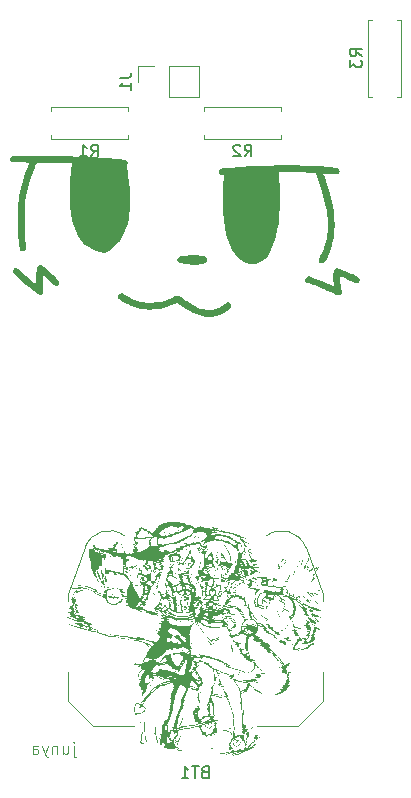
<source format=gbr>
%TF.GenerationSoftware,KiCad,Pcbnew,9.0.0*%
%TF.CreationDate,2025-04-08T13:38:04+08:00*%
%TF.ProjectId,project,70726f6a-6563-4742-9e6b-696361645f70,rev?*%
%TF.SameCoordinates,Original*%
%TF.FileFunction,Legend,Bot*%
%TF.FilePolarity,Positive*%
%FSLAX46Y46*%
G04 Gerber Fmt 4.6, Leading zero omitted, Abs format (unit mm)*
G04 Created by KiCad (PCBNEW 9.0.0) date 2025-04-08 13:38:04*
%MOMM*%
%LPD*%
G01*
G04 APERTURE LIST*
%ADD10C,0.100000*%
%ADD11C,0.150000*%
%ADD12C,0.120000*%
%ADD13C,0.000000*%
G04 APERTURE END LIST*
D10*
X118696115Y-103205752D02*
X118696115Y-104062895D01*
X118696115Y-104062895D02*
X118743734Y-104158133D01*
X118743734Y-104158133D02*
X118838972Y-104205752D01*
X118838972Y-104205752D02*
X118886591Y-104205752D01*
X118696115Y-102872419D02*
X118743734Y-102920038D01*
X118743734Y-102920038D02*
X118696115Y-102967657D01*
X118696115Y-102967657D02*
X118648496Y-102920038D01*
X118648496Y-102920038D02*
X118696115Y-102872419D01*
X118696115Y-102872419D02*
X118696115Y-102967657D01*
X117791354Y-103205752D02*
X117791354Y-103872419D01*
X118219925Y-103205752D02*
X118219925Y-103729561D01*
X118219925Y-103729561D02*
X118172306Y-103824800D01*
X118172306Y-103824800D02*
X118077068Y-103872419D01*
X118077068Y-103872419D02*
X117934211Y-103872419D01*
X117934211Y-103872419D02*
X117838973Y-103824800D01*
X117838973Y-103824800D02*
X117791354Y-103777180D01*
X117315163Y-103205752D02*
X117315163Y-103872419D01*
X117315163Y-103300990D02*
X117267544Y-103253371D01*
X117267544Y-103253371D02*
X117172306Y-103205752D01*
X117172306Y-103205752D02*
X117029449Y-103205752D01*
X117029449Y-103205752D02*
X116934211Y-103253371D01*
X116934211Y-103253371D02*
X116886592Y-103348609D01*
X116886592Y-103348609D02*
X116886592Y-103872419D01*
X116505639Y-103205752D02*
X116267544Y-103872419D01*
X116029449Y-103205752D02*
X116267544Y-103872419D01*
X116267544Y-103872419D02*
X116362782Y-104110514D01*
X116362782Y-104110514D02*
X116410401Y-104158133D01*
X116410401Y-104158133D02*
X116505639Y-104205752D01*
X115219925Y-103872419D02*
X115219925Y-103348609D01*
X115219925Y-103348609D02*
X115267544Y-103253371D01*
X115267544Y-103253371D02*
X115362782Y-103205752D01*
X115362782Y-103205752D02*
X115553258Y-103205752D01*
X115553258Y-103205752D02*
X115648496Y-103253371D01*
X115219925Y-103824800D02*
X115315163Y-103872419D01*
X115315163Y-103872419D02*
X115553258Y-103872419D01*
X115553258Y-103872419D02*
X115648496Y-103824800D01*
X115648496Y-103824800D02*
X115696115Y-103729561D01*
X115696115Y-103729561D02*
X115696115Y-103634323D01*
X115696115Y-103634323D02*
X115648496Y-103539085D01*
X115648496Y-103539085D02*
X115553258Y-103491466D01*
X115553258Y-103491466D02*
X115315163Y-103491466D01*
X115315163Y-103491466D02*
X115219925Y-103443847D01*
D11*
X120166666Y-53324819D02*
X120499999Y-52848628D01*
X120738094Y-53324819D02*
X120738094Y-52324819D01*
X120738094Y-52324819D02*
X120357142Y-52324819D01*
X120357142Y-52324819D02*
X120261904Y-52372438D01*
X120261904Y-52372438D02*
X120214285Y-52420057D01*
X120214285Y-52420057D02*
X120166666Y-52515295D01*
X120166666Y-52515295D02*
X120166666Y-52658152D01*
X120166666Y-52658152D02*
X120214285Y-52753390D01*
X120214285Y-52753390D02*
X120261904Y-52801009D01*
X120261904Y-52801009D02*
X120357142Y-52848628D01*
X120357142Y-52848628D02*
X120738094Y-52848628D01*
X119214285Y-53324819D02*
X119785713Y-53324819D01*
X119499999Y-53324819D02*
X119499999Y-52324819D01*
X119499999Y-52324819D02*
X119595237Y-52467676D01*
X119595237Y-52467676D02*
X119690475Y-52562914D01*
X119690475Y-52562914D02*
X119785713Y-52610533D01*
X133166666Y-53324819D02*
X133499999Y-52848628D01*
X133738094Y-53324819D02*
X133738094Y-52324819D01*
X133738094Y-52324819D02*
X133357142Y-52324819D01*
X133357142Y-52324819D02*
X133261904Y-52372438D01*
X133261904Y-52372438D02*
X133214285Y-52420057D01*
X133214285Y-52420057D02*
X133166666Y-52515295D01*
X133166666Y-52515295D02*
X133166666Y-52658152D01*
X133166666Y-52658152D02*
X133214285Y-52753390D01*
X133214285Y-52753390D02*
X133261904Y-52801009D01*
X133261904Y-52801009D02*
X133357142Y-52848628D01*
X133357142Y-52848628D02*
X133738094Y-52848628D01*
X132785713Y-52420057D02*
X132738094Y-52372438D01*
X132738094Y-52372438D02*
X132642856Y-52324819D01*
X132642856Y-52324819D02*
X132404761Y-52324819D01*
X132404761Y-52324819D02*
X132309523Y-52372438D01*
X132309523Y-52372438D02*
X132261904Y-52420057D01*
X132261904Y-52420057D02*
X132214285Y-52515295D01*
X132214285Y-52515295D02*
X132214285Y-52610533D01*
X132214285Y-52610533D02*
X132261904Y-52753390D01*
X132261904Y-52753390D02*
X132833332Y-53324819D01*
X132833332Y-53324819D02*
X132214285Y-53324819D01*
X122584819Y-46666666D02*
X123299104Y-46666666D01*
X123299104Y-46666666D02*
X123441961Y-46619047D01*
X123441961Y-46619047D02*
X123537200Y-46523809D01*
X123537200Y-46523809D02*
X123584819Y-46380952D01*
X123584819Y-46380952D02*
X123584819Y-46285714D01*
X123584819Y-47666666D02*
X123584819Y-47095238D01*
X123584819Y-47380952D02*
X122584819Y-47380952D01*
X122584819Y-47380952D02*
X122727676Y-47285714D01*
X122727676Y-47285714D02*
X122822914Y-47190476D01*
X122822914Y-47190476D02*
X122870533Y-47095238D01*
X129785714Y-105431009D02*
X129642857Y-105478628D01*
X129642857Y-105478628D02*
X129595238Y-105526247D01*
X129595238Y-105526247D02*
X129547619Y-105621485D01*
X129547619Y-105621485D02*
X129547619Y-105764342D01*
X129547619Y-105764342D02*
X129595238Y-105859580D01*
X129595238Y-105859580D02*
X129642857Y-105907200D01*
X129642857Y-105907200D02*
X129738095Y-105954819D01*
X129738095Y-105954819D02*
X130119047Y-105954819D01*
X130119047Y-105954819D02*
X130119047Y-104954819D01*
X130119047Y-104954819D02*
X129785714Y-104954819D01*
X129785714Y-104954819D02*
X129690476Y-105002438D01*
X129690476Y-105002438D02*
X129642857Y-105050057D01*
X129642857Y-105050057D02*
X129595238Y-105145295D01*
X129595238Y-105145295D02*
X129595238Y-105240533D01*
X129595238Y-105240533D02*
X129642857Y-105335771D01*
X129642857Y-105335771D02*
X129690476Y-105383390D01*
X129690476Y-105383390D02*
X129785714Y-105431009D01*
X129785714Y-105431009D02*
X130119047Y-105431009D01*
X129261904Y-104954819D02*
X128690476Y-104954819D01*
X128976190Y-105954819D02*
X128976190Y-104954819D01*
X127833333Y-105954819D02*
X128404761Y-105954819D01*
X128119047Y-105954819D02*
X128119047Y-104954819D01*
X128119047Y-104954819D02*
X128214285Y-105097676D01*
X128214285Y-105097676D02*
X128309523Y-105192914D01*
X128309523Y-105192914D02*
X128404761Y-105240533D01*
X143084819Y-44833333D02*
X142608628Y-44500000D01*
X143084819Y-44261905D02*
X142084819Y-44261905D01*
X142084819Y-44261905D02*
X142084819Y-44642857D01*
X142084819Y-44642857D02*
X142132438Y-44738095D01*
X142132438Y-44738095D02*
X142180057Y-44785714D01*
X142180057Y-44785714D02*
X142275295Y-44833333D01*
X142275295Y-44833333D02*
X142418152Y-44833333D01*
X142418152Y-44833333D02*
X142513390Y-44785714D01*
X142513390Y-44785714D02*
X142561009Y-44738095D01*
X142561009Y-44738095D02*
X142608628Y-44642857D01*
X142608628Y-44642857D02*
X142608628Y-44261905D01*
X142084819Y-45166667D02*
X142084819Y-45785714D01*
X142084819Y-45785714D02*
X142465771Y-45452381D01*
X142465771Y-45452381D02*
X142465771Y-45595238D01*
X142465771Y-45595238D02*
X142513390Y-45690476D01*
X142513390Y-45690476D02*
X142561009Y-45738095D01*
X142561009Y-45738095D02*
X142656247Y-45785714D01*
X142656247Y-45785714D02*
X142894342Y-45785714D01*
X142894342Y-45785714D02*
X142989580Y-45738095D01*
X142989580Y-45738095D02*
X143037200Y-45690476D01*
X143037200Y-45690476D02*
X143084819Y-45595238D01*
X143084819Y-45595238D02*
X143084819Y-45309524D01*
X143084819Y-45309524D02*
X143037200Y-45214286D01*
X143037200Y-45214286D02*
X142989580Y-45166667D01*
D12*
%TO.C,R1*%
X116730000Y-49130000D02*
X123270000Y-49130000D01*
X116730000Y-49460000D02*
X116730000Y-49130000D01*
X116730000Y-51540000D02*
X116730000Y-51870000D01*
X116730000Y-51870000D02*
X123270000Y-51870000D01*
X123270000Y-49130000D02*
X123270000Y-49460000D01*
X123270000Y-51870000D02*
X123270000Y-51540000D01*
D13*
%TO.C,G\u002A\u002A\u002A*%
G36*
X129094652Y-61704619D02*
G01*
X129275738Y-61706711D01*
X129413684Y-61711002D01*
X129517444Y-61718038D01*
X129595970Y-61728367D01*
X129658215Y-61742534D01*
X129713130Y-61761085D01*
X129860377Y-61841932D01*
X129953972Y-61943870D01*
X129993941Y-62056533D01*
X129981398Y-62169977D01*
X129917457Y-62274256D01*
X129803232Y-62359424D01*
X129639836Y-62415536D01*
X129626192Y-62418243D01*
X129502012Y-62439191D01*
X129348696Y-62460681D01*
X129196241Y-62478456D01*
X129147648Y-62483437D01*
X129031129Y-62495568D01*
X128946616Y-62504639D01*
X128909775Y-62508980D01*
X128907913Y-62509005D01*
X128862869Y-62504185D01*
X128766291Y-62491878D01*
X128627944Y-62473386D01*
X128457589Y-62450009D01*
X128264992Y-62423050D01*
X128032753Y-62389057D01*
X127842020Y-62356781D01*
X127700479Y-62324927D01*
X127600895Y-62290094D01*
X127536034Y-62248886D01*
X127498661Y-62197901D01*
X127481543Y-62133741D01*
X127477444Y-62053007D01*
X127477902Y-62029562D01*
X127490136Y-61946587D01*
X127523041Y-61878663D01*
X127581976Y-61824358D01*
X127672304Y-61782238D01*
X127799385Y-61750871D01*
X127968579Y-61728825D01*
X128185249Y-61714667D01*
X128454755Y-61706964D01*
X128782457Y-61704285D01*
X128861475Y-61704180D01*
X129094652Y-61704619D01*
G37*
G36*
X141081157Y-62789866D02*
G01*
X141161321Y-62818554D01*
X141285225Y-62866438D01*
X141442281Y-62929128D01*
X141621903Y-63002232D01*
X141813502Y-63081360D01*
X142006489Y-63162122D01*
X142190279Y-63240126D01*
X142354282Y-63310984D01*
X142487910Y-63370303D01*
X142580577Y-63413693D01*
X142666850Y-63457919D01*
X142789201Y-63531879D01*
X142865140Y-63600915D01*
X142903918Y-63674694D01*
X142914788Y-63762884D01*
X142909094Y-63822959D01*
X142861205Y-63936116D01*
X142774435Y-64013613D01*
X142660690Y-64042355D01*
X142596709Y-64032270D01*
X142490468Y-63998262D01*
X142377026Y-63948553D01*
X142342090Y-63931515D01*
X142241662Y-63885245D01*
X142109713Y-63826613D01*
X141957465Y-63760374D01*
X141796141Y-63691282D01*
X141636962Y-63624091D01*
X141491148Y-63563555D01*
X141369923Y-63514429D01*
X141284508Y-63481467D01*
X141246123Y-63469423D01*
X141240049Y-63472303D01*
X141228702Y-63520700D01*
X141230148Y-63625136D01*
X141244002Y-63780849D01*
X141269879Y-63983078D01*
X141307394Y-64227061D01*
X141331496Y-64376206D01*
X141361068Y-64575506D01*
X141377715Y-64726215D01*
X141380771Y-64837002D01*
X141369568Y-64916534D01*
X141343439Y-64973481D01*
X141301717Y-65016509D01*
X141243735Y-65054287D01*
X141189039Y-65078478D01*
X141126222Y-65086646D01*
X141047177Y-65075196D01*
X140941862Y-65041647D01*
X140800238Y-64983521D01*
X140612262Y-64898336D01*
X140446398Y-64821493D01*
X140128149Y-64675032D01*
X139856920Y-64551909D01*
X139625687Y-64449129D01*
X139427430Y-64363697D01*
X139255125Y-64292618D01*
X139101750Y-64232897D01*
X138960284Y-64181539D01*
X138823703Y-64135550D01*
X138641607Y-64073567D01*
X138486568Y-64011281D01*
X138379313Y-63952449D01*
X138312184Y-63891656D01*
X138277522Y-63823491D01*
X138267670Y-63742540D01*
X138277977Y-63675155D01*
X138333537Y-63572816D01*
X138422305Y-63498260D01*
X138527235Y-63469423D01*
X138628169Y-63482140D01*
X138781849Y-63520653D01*
X138977478Y-63582148D01*
X139207423Y-63663788D01*
X139464054Y-63762736D01*
X139739737Y-63876154D01*
X140026842Y-64001205D01*
X140317735Y-64135052D01*
X140376397Y-64162660D01*
X140516254Y-64227232D01*
X140630126Y-64278034D01*
X140707551Y-64310462D01*
X140738063Y-64319915D01*
X140738824Y-64307006D01*
X140732590Y-64243364D01*
X140718436Y-64139415D01*
X140698175Y-64009288D01*
X140671822Y-63789456D01*
X140662102Y-63557260D01*
X140669697Y-63337005D01*
X140694011Y-63145291D01*
X140734448Y-62998714D01*
X140757614Y-62950132D01*
X140842561Y-62844204D01*
X140948676Y-62786557D01*
X141064143Y-62784856D01*
X141081157Y-62789866D01*
G37*
G36*
X122803190Y-64915598D02*
G01*
X122915416Y-64977202D01*
X123017543Y-65050022D01*
X123187849Y-65146314D01*
X123398936Y-65247713D01*
X123639114Y-65349576D01*
X123896694Y-65447260D01*
X124159986Y-65536123D01*
X124417300Y-65611523D01*
X124656947Y-65668817D01*
X124784653Y-65693322D01*
X124946334Y-65715373D01*
X125096678Y-65721337D01*
X125265289Y-65713381D01*
X125286398Y-65711762D01*
X125687154Y-65670607D01*
X126046969Y-65610403D01*
X126386049Y-65526174D01*
X126724599Y-65412944D01*
X127082825Y-65265735D01*
X127143360Y-65239074D01*
X127292767Y-65175355D01*
X127399387Y-65134825D01*
X127474203Y-65114206D01*
X127528195Y-65110219D01*
X127572344Y-65119586D01*
X127595189Y-65129893D01*
X127673641Y-65174465D01*
X127786683Y-65245094D01*
X127922868Y-65334523D01*
X128070750Y-65435498D01*
X128305931Y-65596135D01*
X128569652Y-65765848D01*
X128808156Y-65904524D01*
X129033979Y-66018378D01*
X129259655Y-66113623D01*
X129497721Y-66196471D01*
X129760710Y-66273136D01*
X129886469Y-66306122D01*
X130007892Y-66332915D01*
X130104249Y-66344587D01*
X130195552Y-66343283D01*
X130301813Y-66331149D01*
X130362497Y-66322203D01*
X130697915Y-66252277D01*
X130984329Y-66152855D01*
X131229706Y-66020590D01*
X131442013Y-65852136D01*
X131482389Y-65815126D01*
X131612668Y-65717323D01*
X131724869Y-65674210D01*
X131827081Y-65684001D01*
X131927388Y-65744908D01*
X131995507Y-65821730D01*
X132033593Y-65937492D01*
X132011275Y-66062844D01*
X131928537Y-66191738D01*
X131872230Y-66251895D01*
X131650732Y-66437158D01*
X131381330Y-66599660D01*
X131074439Y-66734590D01*
X130740474Y-66837138D01*
X130389850Y-66902492D01*
X130366203Y-66905494D01*
X130231654Y-66921636D01*
X130129282Y-66929294D01*
X130040322Y-66926991D01*
X129946009Y-66913250D01*
X129827577Y-66886594D01*
X129666261Y-66845547D01*
X129420444Y-66777564D01*
X129115328Y-66676389D01*
X128827789Y-66558081D01*
X128542413Y-66415441D01*
X128243786Y-66241272D01*
X127916493Y-66028372D01*
X127470600Y-65726627D01*
X127176405Y-65852817D01*
X126794053Y-65998561D01*
X126375068Y-66121429D01*
X125951029Y-66211073D01*
X125532810Y-66266087D01*
X125131285Y-66285064D01*
X124757325Y-66266597D01*
X124421805Y-66209278D01*
X124169035Y-66141756D01*
X123867343Y-66048400D01*
X123576079Y-65945208D01*
X123302630Y-65835571D01*
X123054380Y-65722876D01*
X122838715Y-65610515D01*
X122663018Y-65501877D01*
X122534677Y-65400352D01*
X122461075Y-65309329D01*
X122429206Y-65206981D01*
X122441343Y-65096347D01*
X122496122Y-65003623D01*
X122582231Y-64937077D01*
X122688357Y-64904979D01*
X122803190Y-64915598D01*
G37*
G36*
X115901308Y-62524549D02*
G01*
X115912756Y-62526263D01*
X115999040Y-62550230D01*
X116096561Y-62597595D01*
X116210503Y-62672380D01*
X116346050Y-62778608D01*
X116508385Y-62920304D01*
X116702694Y-63101490D01*
X116934159Y-63326190D01*
X117076731Y-63466885D01*
X117216719Y-63606762D01*
X117320504Y-63713841D01*
X117393401Y-63794449D01*
X117440727Y-63854912D01*
X117467798Y-63901556D01*
X117479929Y-63940709D01*
X117482436Y-63978696D01*
X117476410Y-64046638D01*
X117431012Y-64151668D01*
X117333860Y-64228134D01*
X117289822Y-64249548D01*
X117233647Y-64265844D01*
X117176480Y-64262691D01*
X117111053Y-64235759D01*
X117030100Y-64180717D01*
X116926353Y-64093235D01*
X116792545Y-63968984D01*
X116621410Y-63803634D01*
X116581383Y-63764753D01*
X116440724Y-63630239D01*
X116315945Y-63514103D01*
X116214374Y-63422958D01*
X116143339Y-63363421D01*
X116110166Y-63342105D01*
X116098122Y-63357260D01*
X116089592Y-63408050D01*
X116084825Y-63500074D01*
X116083681Y-63638916D01*
X116086021Y-63830164D01*
X116091704Y-64079404D01*
X116091977Y-64089919D01*
X116097778Y-64338341D01*
X116100096Y-64531596D01*
X116098017Y-64677821D01*
X116090629Y-64785153D01*
X116077019Y-64861727D01*
X116056274Y-64915681D01*
X116027480Y-64955151D01*
X115989726Y-64988273D01*
X115984452Y-64991928D01*
X115914335Y-65017177D01*
X115822057Y-65028060D01*
X115815364Y-65028044D01*
X115772115Y-65023258D01*
X115723919Y-65006840D01*
X115663487Y-64973890D01*
X115583531Y-64919511D01*
X115476763Y-64838805D01*
X115335894Y-64726871D01*
X115153636Y-64578812D01*
X114951360Y-64412987D01*
X114669581Y-64179247D01*
X114429179Y-63975792D01*
X114224429Y-63797609D01*
X114049608Y-63639687D01*
X113898991Y-63497015D01*
X113766855Y-63364581D01*
X113697230Y-63291643D01*
X113614650Y-63198708D01*
X113565637Y-63129629D01*
X113542135Y-63072176D01*
X113536091Y-63014116D01*
X113537220Y-62983625D01*
X113562982Y-62897290D01*
X113634022Y-62819746D01*
X113677538Y-62785387D01*
X113747243Y-62746046D01*
X113816145Y-62736228D01*
X113893101Y-62759329D01*
X113986966Y-62818745D01*
X114106595Y-62917870D01*
X114260845Y-63060102D01*
X114364233Y-63155888D01*
X114497145Y-63275720D01*
X114646245Y-63407695D01*
X114803573Y-63544998D01*
X114961165Y-63680814D01*
X115111063Y-63808327D01*
X115245303Y-63920722D01*
X115355925Y-64011184D01*
X115434968Y-64072896D01*
X115474469Y-64099045D01*
X115474837Y-64099112D01*
X115483836Y-64069210D01*
X115493769Y-63985736D01*
X115503868Y-63858320D01*
X115513364Y-63696597D01*
X115521487Y-63510197D01*
X115524940Y-63419386D01*
X115535760Y-63183500D01*
X115548276Y-63000235D01*
X115563985Y-62861290D01*
X115584383Y-62758366D01*
X115610966Y-62683165D01*
X115645230Y-62627387D01*
X115688671Y-62582733D01*
X115726386Y-62553241D01*
X115802044Y-62521882D01*
X115901308Y-62524549D01*
G37*
G36*
X115201717Y-53265326D02*
G01*
X115873419Y-53273850D01*
X116578671Y-53283928D01*
X117228386Y-53294574D01*
X117826879Y-53305922D01*
X118378465Y-53318102D01*
X118887458Y-53331246D01*
X119358173Y-53345486D01*
X119794926Y-53360954D01*
X120202030Y-53377781D01*
X120583802Y-53396099D01*
X120944555Y-53416040D01*
X121288605Y-53437736D01*
X121620267Y-53461318D01*
X121750430Y-53471278D01*
X122139594Y-53503632D01*
X122465993Y-53535128D01*
X122729448Y-53565746D01*
X122929782Y-53595462D01*
X123066819Y-53624254D01*
X123140381Y-53652101D01*
X123215932Y-53725118D01*
X123258272Y-53839475D01*
X123243110Y-53971329D01*
X123233100Y-54012452D01*
X123227441Y-54086677D01*
X123231909Y-54190685D01*
X123247100Y-54335393D01*
X123273607Y-54531719D01*
X123326836Y-54918414D01*
X123397950Y-55509052D01*
X123448894Y-56050512D01*
X123479775Y-56549719D01*
X123490699Y-57013600D01*
X123481772Y-57449081D01*
X123453101Y-57863087D01*
X123404792Y-58262546D01*
X123336952Y-58654382D01*
X123254670Y-58998837D01*
X123123815Y-59403760D01*
X122962850Y-59790569D01*
X122778071Y-60144416D01*
X122575768Y-60450451D01*
X122507065Y-60537168D01*
X122313326Y-60751047D01*
X122091911Y-60962124D01*
X121862154Y-61152677D01*
X121643394Y-61304984D01*
X121631644Y-61312206D01*
X121508137Y-61385024D01*
X121408435Y-61431776D01*
X121315385Y-61454764D01*
X121211828Y-61456293D01*
X121080610Y-61438665D01*
X120904573Y-61404184D01*
X120598502Y-61322514D01*
X120267273Y-61191706D01*
X119972434Y-61028676D01*
X119846265Y-60936291D01*
X119672196Y-60785765D01*
X119496599Y-60612855D01*
X119337199Y-60435228D01*
X119211725Y-60270551D01*
X119077595Y-60054881D01*
X118873715Y-59645771D01*
X118704219Y-59188567D01*
X118569010Y-58682521D01*
X118467991Y-58126888D01*
X118401064Y-57520921D01*
X118368134Y-56863875D01*
X118369102Y-56155003D01*
X118403873Y-55393558D01*
X118472349Y-54578795D01*
X118478563Y-54516793D01*
X118496931Y-54324369D01*
X118511524Y-54157133D01*
X118521600Y-54024612D01*
X118526413Y-53936334D01*
X118525221Y-53901827D01*
X118499441Y-53898966D01*
X118415695Y-53895088D01*
X118280181Y-53890738D01*
X118099266Y-53886064D01*
X117879322Y-53881217D01*
X117626716Y-53876346D01*
X117347819Y-53871601D01*
X117049000Y-53867132D01*
X115587064Y-53846723D01*
X115440279Y-54162976D01*
X115395525Y-54261069D01*
X115133735Y-54913785D01*
X114912806Y-55612510D01*
X114733635Y-56354081D01*
X114597117Y-57135338D01*
X114595953Y-57143550D01*
X114574170Y-57346309D01*
X114557169Y-57601230D01*
X114544902Y-57897519D01*
X114537323Y-58224379D01*
X114534384Y-58571014D01*
X114536040Y-58926628D01*
X114542242Y-59280425D01*
X114552944Y-59621610D01*
X114568099Y-59939386D01*
X114587660Y-60222957D01*
X114611581Y-60461528D01*
X114619381Y-60525071D01*
X114645246Y-60738286D01*
X114663336Y-60899280D01*
X114673565Y-61016806D01*
X114675849Y-61099615D01*
X114670102Y-61156458D01*
X114656240Y-61196088D01*
X114634177Y-61227256D01*
X114603828Y-61258714D01*
X114567684Y-61289081D01*
X114457397Y-61336168D01*
X114339691Y-61337840D01*
X114233678Y-61296066D01*
X114158470Y-61212816D01*
X114141439Y-61164511D01*
X114116165Y-61049009D01*
X114088996Y-60881778D01*
X114060815Y-60669609D01*
X114032504Y-60419292D01*
X114004945Y-60137620D01*
X113979021Y-59831382D01*
X113973847Y-59757251D01*
X113963380Y-59531238D01*
X113956962Y-59265003D01*
X113954392Y-58970084D01*
X113955467Y-58658018D01*
X113959986Y-58340344D01*
X113967748Y-58028599D01*
X113978551Y-57734322D01*
X113992195Y-57469051D01*
X114008477Y-57244324D01*
X114027196Y-57071679D01*
X114084781Y-56698920D01*
X114218662Y-56022133D01*
X114385876Y-55367948D01*
X114583140Y-54748554D01*
X114807170Y-54176141D01*
X114845249Y-54087248D01*
X114892375Y-53973543D01*
X114924633Y-53890954D01*
X114936592Y-53853038D01*
X114923817Y-53848338D01*
X114857147Y-53840995D01*
X114741236Y-53833963D01*
X114584856Y-53827643D01*
X114396782Y-53822435D01*
X114185788Y-53818740D01*
X113434984Y-53809147D01*
X113358219Y-53719841D01*
X113328547Y-53679929D01*
X113283238Y-53558145D01*
X113294978Y-53435229D01*
X113363559Y-53326279D01*
X113445664Y-53244174D01*
X115201717Y-53265326D01*
G37*
G36*
X138422751Y-54108598D02*
G01*
X139439787Y-54154940D01*
X140400251Y-54224775D01*
X140548760Y-54238663D01*
X140723989Y-54257412D01*
X140872539Y-54275932D01*
X140982145Y-54292664D01*
X141040545Y-54306052D01*
X141116310Y-54354480D01*
X141180161Y-54449444D01*
X141203573Y-54563491D01*
X141183413Y-54677411D01*
X141116547Y-54771992D01*
X141091779Y-54792343D01*
X141054897Y-54815596D01*
X141009661Y-54830840D01*
X140946904Y-54838372D01*
X140857461Y-54838493D01*
X140732163Y-54831499D01*
X140561844Y-54817690D01*
X140337337Y-54797365D01*
X140238800Y-54788612D01*
X140080656Y-54776099D01*
X139952259Y-54767909D01*
X139864807Y-54764706D01*
X139829501Y-54767157D01*
X139828112Y-54769345D01*
X139831378Y-54812167D01*
X139854135Y-54884610D01*
X139933218Y-55096616D01*
X140042672Y-55414324D01*
X140155997Y-55766694D01*
X140268617Y-56138095D01*
X140375952Y-56512894D01*
X140473426Y-56875462D01*
X140556461Y-57210167D01*
X140620479Y-57501378D01*
X140704903Y-57999443D01*
X140766316Y-58587248D01*
X140786862Y-59167526D01*
X140766594Y-59729912D01*
X140705566Y-60264043D01*
X140603830Y-60759551D01*
X140562465Y-60907324D01*
X140486380Y-61139806D01*
X140397745Y-61375561D01*
X140300941Y-61605404D01*
X140200351Y-61820150D01*
X140100356Y-62010613D01*
X140005339Y-62167607D01*
X139919680Y-62281948D01*
X139847763Y-62344449D01*
X139765224Y-62371342D01*
X139649644Y-62363503D01*
X139546982Y-62311903D01*
X139473475Y-62225821D01*
X139445364Y-62114535D01*
X139453474Y-62065430D01*
X139491534Y-61954770D01*
X139557871Y-61803298D01*
X139649295Y-61618767D01*
X139710252Y-61498302D01*
X139880691Y-61116864D01*
X140012342Y-60737795D01*
X140114953Y-60334210D01*
X140133087Y-60238207D01*
X140164110Y-60002956D01*
X140186855Y-59727375D01*
X140200958Y-59426797D01*
X140206054Y-59116556D01*
X140201781Y-58811987D01*
X140187775Y-58528425D01*
X140163670Y-58281202D01*
X140113364Y-57944777D01*
X139993128Y-57332603D01*
X139831858Y-56684643D01*
X139631268Y-56007516D01*
X139393073Y-55307841D01*
X139181944Y-54724290D01*
X139003316Y-54704758D01*
X138975396Y-54702301D01*
X138873674Y-54696641D01*
X138724699Y-54690908D01*
X138536395Y-54685217D01*
X138316680Y-54679684D01*
X138073477Y-54674426D01*
X137814705Y-54669556D01*
X137548286Y-54665191D01*
X137282141Y-54661446D01*
X137024191Y-54658437D01*
X136782355Y-54656279D01*
X136564556Y-54655088D01*
X136378714Y-54654979D01*
X136232750Y-54656068D01*
X136134584Y-54658471D01*
X136092138Y-54662302D01*
X136091592Y-54662513D01*
X136057344Y-54693794D01*
X136068073Y-54755208D01*
X136073141Y-54781442D01*
X136082045Y-54868336D01*
X136092187Y-55005386D01*
X136103089Y-55184547D01*
X136114274Y-55397775D01*
X136125266Y-55637024D01*
X136135587Y-55894251D01*
X136141688Y-56072603D01*
X136154499Y-56879821D01*
X136141213Y-57634234D01*
X136101986Y-58335373D01*
X136036972Y-58982765D01*
X135946324Y-59575940D01*
X135830199Y-60114427D01*
X135688749Y-60597756D01*
X135522130Y-61025455D01*
X135330496Y-61397053D01*
X135114001Y-61712080D01*
X134872801Y-61970065D01*
X134607049Y-62170537D01*
X134316899Y-62313025D01*
X134002507Y-62397057D01*
X133921705Y-62407723D01*
X133645534Y-62404010D01*
X133365647Y-62342136D01*
X133088726Y-62225396D01*
X132821456Y-62057083D01*
X132570520Y-61840492D01*
X132342603Y-61578918D01*
X132342109Y-61578264D01*
X132113666Y-61231708D01*
X131913616Y-60833140D01*
X131741686Y-60381601D01*
X131597602Y-59876133D01*
X131481091Y-59315778D01*
X131391880Y-58699575D01*
X131329694Y-58026566D01*
X131314495Y-57761633D01*
X131301224Y-57326608D01*
X131300052Y-56875553D01*
X131310539Y-56424251D01*
X131332247Y-55988484D01*
X131364736Y-55584035D01*
X131407568Y-55226687D01*
X131418065Y-55150093D01*
X131431672Y-55028821D01*
X131437690Y-54939896D01*
X131434851Y-54898571D01*
X131398545Y-54885473D01*
X131329090Y-54891294D01*
X131270604Y-54897776D01*
X131147801Y-54873819D01*
X131044636Y-54807041D01*
X130981227Y-54708040D01*
X130963643Y-54623105D01*
X130984498Y-54497890D01*
X131067047Y-54388259D01*
X131074939Y-54381846D01*
X131107832Y-54364411D01*
X131160107Y-54349081D01*
X131239127Y-54334896D01*
X131352252Y-54320895D01*
X131506846Y-54306116D01*
X131710270Y-54289599D01*
X131969885Y-54270381D01*
X132579621Y-54228773D01*
X133840677Y-54157866D01*
X135058107Y-54110381D01*
X136229322Y-54086332D01*
X137351733Y-54085733D01*
X138422751Y-54108598D01*
G37*
D12*
%TO.C,R2*%
X129730000Y-49130000D02*
X136270000Y-49130000D01*
X129730000Y-49460000D02*
X129730000Y-49130000D01*
X129730000Y-51540000D02*
X129730000Y-51870000D01*
X129730000Y-51870000D02*
X136270000Y-51870000D01*
X136270000Y-49130000D02*
X136270000Y-49460000D01*
X136270000Y-51870000D02*
X136270000Y-51540000D01*
%TO.C,J1*%
X124130000Y-45670000D02*
X124130000Y-47000000D01*
X125460000Y-45670000D02*
X124130000Y-45670000D01*
X126730001Y-45670000D02*
X126730001Y-48330000D01*
X126730001Y-45670000D02*
X129330000Y-45670000D01*
X126730001Y-48330000D02*
X129330000Y-48330000D01*
X129330000Y-45670000D02*
X129330000Y-48330000D01*
%TO.C,BT1*%
X118220000Y-90370000D02*
X119660000Y-86420000D01*
X118220000Y-91000000D02*
X118220000Y-90370000D01*
X118220000Y-99460000D02*
X118220000Y-97000000D01*
X120300000Y-101540000D02*
X118220000Y-99460000D01*
X123800000Y-101540000D02*
X120300000Y-101540000D01*
X137700000Y-101540000D02*
X134200000Y-101540000D01*
X137700000Y-101540000D02*
X139780000Y-99460000D01*
X139780000Y-90370000D02*
X138340000Y-86420000D01*
X139780000Y-91000000D02*
X139780000Y-90370000D01*
X139780000Y-99460000D02*
X139780000Y-97000000D01*
X119660000Y-86420000D02*
G75*
G02*
X122996646Y-85433470I2030000J-730001D01*
G01*
X135000000Y-85450000D02*
G75*
G02*
X138325243Y-86411831I1310000J-1700000D01*
G01*
D13*
%TO.C,G\u002A\u002A\u002A*%
G36*
X120744318Y-89071712D02*
G01*
X120743570Y-89071530D01*
X120743647Y-89071248D01*
X120744318Y-89071712D01*
G37*
G36*
X118708857Y-91181319D02*
G01*
X118704303Y-91185872D01*
X118699750Y-91181319D01*
X118704303Y-91176765D01*
X118708857Y-91181319D01*
G37*
G36*
X119291718Y-92656686D02*
G01*
X119287165Y-92661240D01*
X119282611Y-92656686D01*
X119287165Y-92652133D01*
X119291718Y-92656686D01*
G37*
G36*
X119346362Y-86855396D02*
G01*
X119341808Y-86859949D01*
X119337254Y-86855396D01*
X119341808Y-86850842D01*
X119346362Y-86855396D01*
G37*
G36*
X119364576Y-86882717D02*
G01*
X119360022Y-86887271D01*
X119355469Y-86882717D01*
X119360022Y-86878164D01*
X119364576Y-86882717D01*
G37*
G36*
X119382790Y-89669522D02*
G01*
X119378237Y-89674076D01*
X119373683Y-89669522D01*
X119378237Y-89664969D01*
X119382790Y-89669522D01*
G37*
G36*
X119428326Y-89669522D02*
G01*
X119423773Y-89674076D01*
X119419219Y-89669522D01*
X119423773Y-89664969D01*
X119428326Y-89669522D01*
G37*
G36*
X119464755Y-92711330D02*
G01*
X119460202Y-92715883D01*
X119455648Y-92711330D01*
X119460202Y-92706776D01*
X119464755Y-92711330D01*
G37*
G36*
X119464755Y-92738651D02*
G01*
X119460202Y-92743205D01*
X119455648Y-92738651D01*
X119460202Y-92734098D01*
X119464755Y-92738651D01*
G37*
G36*
X119482970Y-92747758D02*
G01*
X119478416Y-92752312D01*
X119473862Y-92747758D01*
X119478416Y-92743205D01*
X119482970Y-92747758D01*
G37*
G36*
X119838151Y-92984546D02*
G01*
X119833597Y-92989099D01*
X119829043Y-92984546D01*
X119833597Y-92979992D01*
X119838151Y-92984546D01*
G37*
G36*
X119947437Y-93066511D02*
G01*
X119942884Y-93071064D01*
X119938330Y-93066511D01*
X119942884Y-93061957D01*
X119947437Y-93066511D01*
G37*
G36*
X120011188Y-93321512D02*
G01*
X120006634Y-93326066D01*
X120002080Y-93321512D01*
X120006634Y-93316959D01*
X120011188Y-93321512D01*
G37*
G36*
X120512084Y-86727895D02*
G01*
X120507530Y-86732448D01*
X120502977Y-86727895D01*
X120507530Y-86723341D01*
X120512084Y-86727895D01*
G37*
G36*
X120566727Y-87793438D02*
G01*
X120562174Y-87797991D01*
X120557620Y-87793438D01*
X120562174Y-87788884D01*
X120566727Y-87793438D01*
G37*
G36*
X120630478Y-87556650D02*
G01*
X120625924Y-87561204D01*
X120621370Y-87556650D01*
X120625924Y-87552097D01*
X120630478Y-87556650D01*
G37*
G36*
X120630478Y-89050232D02*
G01*
X120625924Y-89054786D01*
X120621370Y-89050232D01*
X120625924Y-89045679D01*
X120630478Y-89050232D01*
G37*
G36*
X120685121Y-87492900D02*
G01*
X120680567Y-87497454D01*
X120676014Y-87492900D01*
X120680567Y-87488346D01*
X120685121Y-87492900D01*
G37*
G36*
X120876372Y-88185048D02*
G01*
X120871819Y-88189601D01*
X120867265Y-88185048D01*
X120871819Y-88180494D01*
X120876372Y-88185048D01*
G37*
G36*
X120958337Y-88175941D02*
G01*
X120953784Y-88180494D01*
X120949230Y-88175941D01*
X120953784Y-88171387D01*
X120958337Y-88175941D01*
G37*
G36*
X120976552Y-88212369D02*
G01*
X120971998Y-88216923D01*
X120967444Y-88212369D01*
X120971998Y-88207816D01*
X120976552Y-88212369D01*
G37*
G36*
X120985659Y-88139512D02*
G01*
X120981105Y-88144065D01*
X120976552Y-88139512D01*
X120981105Y-88134958D01*
X120985659Y-88139512D01*
G37*
G36*
X120985659Y-88230584D02*
G01*
X120981105Y-88235137D01*
X120976552Y-88230584D01*
X120981105Y-88226030D01*
X120985659Y-88230584D01*
G37*
G36*
X121012980Y-87966475D02*
G01*
X121008427Y-87971028D01*
X121003873Y-87966475D01*
X121008427Y-87961921D01*
X121012980Y-87966475D01*
G37*
G36*
X121113160Y-87556650D02*
G01*
X121108606Y-87561204D01*
X121104052Y-87556650D01*
X121108606Y-87552097D01*
X121113160Y-87556650D01*
G37*
G36*
X121122267Y-87529329D02*
G01*
X121117713Y-87533882D01*
X121113160Y-87529329D01*
X121117713Y-87524775D01*
X121122267Y-87529329D01*
G37*
G36*
X121122267Y-87675044D02*
G01*
X121117713Y-87679598D01*
X121113160Y-87675044D01*
X121117713Y-87670491D01*
X121122267Y-87675044D01*
G37*
G36*
X121131374Y-88148619D02*
G01*
X121126820Y-88153172D01*
X121122267Y-88148619D01*
X121126820Y-88144065D01*
X121131374Y-88148619D01*
G37*
G36*
X121213339Y-87939153D02*
G01*
X121208785Y-87943707D01*
X121204232Y-87939153D01*
X121208785Y-87934600D01*
X121213339Y-87939153D01*
G37*
G36*
X121213339Y-88430942D02*
G01*
X121208785Y-88435496D01*
X121204232Y-88430942D01*
X121208785Y-88426389D01*
X121213339Y-88430942D01*
G37*
G36*
X121222446Y-88467371D02*
G01*
X121217893Y-88471925D01*
X121213339Y-88467371D01*
X121217893Y-88462818D01*
X121222446Y-88467371D01*
G37*
G36*
X121231553Y-88512907D02*
G01*
X121227000Y-88517461D01*
X121222446Y-88512907D01*
X121227000Y-88508354D01*
X121231553Y-88512907D01*
G37*
G36*
X121277089Y-87656830D02*
G01*
X121272536Y-87661383D01*
X121267982Y-87656830D01*
X121272536Y-87652276D01*
X121277089Y-87656830D01*
G37*
G36*
X121404590Y-87447364D02*
G01*
X121400037Y-87451918D01*
X121395483Y-87447364D01*
X121400037Y-87442810D01*
X121404590Y-87447364D01*
G37*
G36*
X121441019Y-87356292D02*
G01*
X121436466Y-87360845D01*
X121431912Y-87356292D01*
X121436466Y-87351738D01*
X121441019Y-87356292D01*
G37*
G36*
X121450126Y-87328970D02*
G01*
X121445573Y-87333524D01*
X121441019Y-87328970D01*
X121445573Y-87324417D01*
X121450126Y-87328970D01*
G37*
G36*
X121459234Y-87410935D02*
G01*
X121454680Y-87415489D01*
X121450126Y-87410935D01*
X121454680Y-87406382D01*
X121459234Y-87410935D01*
G37*
G36*
X121477448Y-87338077D02*
G01*
X121472894Y-87342631D01*
X121468341Y-87338077D01*
X121472894Y-87333524D01*
X121477448Y-87338077D01*
G37*
G36*
X121486555Y-87319863D02*
G01*
X121482002Y-87324417D01*
X121477448Y-87319863D01*
X121482002Y-87315309D01*
X121486555Y-87319863D01*
G37*
G36*
X121623163Y-93722230D02*
G01*
X121618610Y-93726783D01*
X121614056Y-93722230D01*
X121618610Y-93717676D01*
X121623163Y-93722230D01*
G37*
G36*
X121650485Y-93731337D02*
G01*
X121645931Y-93735890D01*
X121641378Y-93731337D01*
X121645931Y-93726783D01*
X121650485Y-93731337D01*
G37*
G36*
X121714235Y-93913481D02*
G01*
X121709682Y-93918034D01*
X121705128Y-93913481D01*
X121709682Y-93908927D01*
X121714235Y-93913481D01*
G37*
G36*
X121759771Y-93922588D02*
G01*
X121755218Y-93927142D01*
X121750664Y-93922588D01*
X121755218Y-93918034D01*
X121759771Y-93922588D01*
G37*
G36*
X121787093Y-93858838D02*
G01*
X121782539Y-93863391D01*
X121777986Y-93858838D01*
X121782539Y-93854284D01*
X121787093Y-93858838D01*
G37*
G36*
X121869058Y-87328970D02*
G01*
X121864504Y-87333524D01*
X121859951Y-87328970D01*
X121864504Y-87324417D01*
X121869058Y-87328970D01*
G37*
G36*
X121896379Y-87101290D02*
G01*
X121891826Y-87105844D01*
X121887272Y-87101290D01*
X121891826Y-87096736D01*
X121896379Y-87101290D01*
G37*
G36*
X122406383Y-87247005D02*
G01*
X122401829Y-87251559D01*
X122397276Y-87247005D01*
X122401829Y-87242452D01*
X122406383Y-87247005D01*
G37*
G36*
X122879958Y-88066654D02*
G01*
X122875404Y-88071208D01*
X122870851Y-88066654D01*
X122875404Y-88062100D01*
X122879958Y-88066654D01*
G37*
G36*
X122971030Y-88294334D02*
G01*
X122966476Y-88298888D01*
X122961923Y-88294334D01*
X122966476Y-88289781D01*
X122971030Y-88294334D01*
G37*
G36*
X122998351Y-88303441D02*
G01*
X122993798Y-88307995D01*
X122989244Y-88303441D01*
X122993798Y-88298888D01*
X122998351Y-88303441D01*
G37*
G36*
X123007459Y-88285227D02*
G01*
X123002905Y-88289781D01*
X122998351Y-88285227D01*
X123002905Y-88280673D01*
X123007459Y-88285227D01*
G37*
G36*
X123298889Y-90307027D02*
G01*
X123294336Y-90311581D01*
X123289782Y-90307027D01*
X123294336Y-90302473D01*
X123298889Y-90307027D01*
G37*
G36*
X123335318Y-88868088D02*
G01*
X123330765Y-88872642D01*
X123326211Y-88868088D01*
X123330765Y-88863535D01*
X123335318Y-88868088D01*
G37*
G36*
X123380854Y-90033811D02*
G01*
X123376301Y-90038364D01*
X123371747Y-90033811D01*
X123376301Y-90029257D01*
X123380854Y-90033811D01*
G37*
G36*
X123417283Y-89551129D02*
G01*
X123412729Y-89555682D01*
X123408176Y-89551129D01*
X123412729Y-89546575D01*
X123417283Y-89551129D01*
G37*
G36*
X123471926Y-88558443D02*
G01*
X123467373Y-88562997D01*
X123462819Y-88558443D01*
X123467373Y-88553890D01*
X123471926Y-88558443D01*
G37*
G36*
X123535677Y-89660415D02*
G01*
X123531123Y-89664969D01*
X123526569Y-89660415D01*
X123531123Y-89655862D01*
X123535677Y-89660415D01*
G37*
G36*
X123644963Y-88849874D02*
G01*
X123640410Y-88854427D01*
X123635856Y-88849874D01*
X123640410Y-88845320D01*
X123644963Y-88849874D01*
G37*
G36*
X123745142Y-89705951D02*
G01*
X123740589Y-89710505D01*
X123736035Y-89705951D01*
X123740589Y-89701398D01*
X123745142Y-89705951D01*
G37*
G36*
X123745142Y-89751487D02*
G01*
X123740589Y-89756041D01*
X123736035Y-89751487D01*
X123740589Y-89746934D01*
X123745142Y-89751487D01*
G37*
G36*
X123754250Y-89724166D02*
G01*
X123749696Y-89728719D01*
X123745142Y-89724166D01*
X123749696Y-89719612D01*
X123754250Y-89724166D01*
G37*
G36*
X123818000Y-86454678D02*
G01*
X123813447Y-86459232D01*
X123808893Y-86454678D01*
X123813447Y-86450125D01*
X123818000Y-86454678D01*
G37*
G36*
X124000144Y-88112190D02*
G01*
X123995591Y-88116744D01*
X123991037Y-88112190D01*
X123995591Y-88107636D01*
X124000144Y-88112190D01*
G37*
G36*
X124000144Y-91463642D02*
G01*
X123995591Y-91468196D01*
X123991037Y-91463642D01*
X123995591Y-91459089D01*
X124000144Y-91463642D01*
G37*
G36*
X124063895Y-86172355D02*
G01*
X124059341Y-86176909D01*
X124054787Y-86172355D01*
X124059341Y-86167801D01*
X124063895Y-86172355D01*
G37*
G36*
X124063895Y-91345249D02*
G01*
X124059341Y-91349802D01*
X124054787Y-91345249D01*
X124059341Y-91340695D01*
X124063895Y-91345249D01*
G37*
G36*
X124063895Y-91490964D02*
G01*
X124059341Y-91495517D01*
X124054787Y-91490964D01*
X124059341Y-91486410D01*
X124063895Y-91490964D01*
G37*
G36*
X124091216Y-90325241D02*
G01*
X124086663Y-90329795D01*
X124082109Y-90325241D01*
X124086663Y-90320688D01*
X124091216Y-90325241D01*
G37*
G36*
X124127645Y-89696844D02*
G01*
X124123092Y-89701398D01*
X124118538Y-89696844D01*
X124123092Y-89692290D01*
X124127645Y-89696844D01*
G37*
G36*
X124127645Y-90270598D02*
G01*
X124123092Y-90275152D01*
X124118538Y-90270598D01*
X124123092Y-90266044D01*
X124127645Y-90270598D01*
G37*
G36*
X124136752Y-90188633D02*
G01*
X124132199Y-90193187D01*
X124127645Y-90188633D01*
X124132199Y-90184080D01*
X124136752Y-90188633D01*
G37*
G36*
X124136752Y-91299712D02*
G01*
X124132199Y-91304266D01*
X124127645Y-91299712D01*
X124132199Y-91295159D01*
X124136752Y-91299712D01*
G37*
G36*
X124136752Y-91327034D02*
G01*
X124132199Y-91331588D01*
X124127645Y-91327034D01*
X124132199Y-91322480D01*
X124136752Y-91327034D01*
G37*
G36*
X124145860Y-85880924D02*
G01*
X124141306Y-85885478D01*
X124136752Y-85880924D01*
X124141306Y-85876371D01*
X124145860Y-85880924D01*
G37*
G36*
X124164074Y-85890032D02*
G01*
X124159520Y-85894585D01*
X124154967Y-85890032D01*
X124159520Y-85885478D01*
X124164074Y-85890032D01*
G37*
G36*
X124191396Y-91235962D02*
G01*
X124186842Y-91240516D01*
X124182288Y-91235962D01*
X124186842Y-91231408D01*
X124191396Y-91235962D01*
G37*
G36*
X124209610Y-85917353D02*
G01*
X124205056Y-85921907D01*
X124200503Y-85917353D01*
X124205056Y-85912800D01*
X124209610Y-85917353D01*
G37*
G36*
X124209610Y-86053961D02*
G01*
X124205056Y-86058515D01*
X124200503Y-86053961D01*
X124205056Y-86049408D01*
X124209610Y-86053961D01*
G37*
G36*
X124209610Y-90452742D02*
G01*
X124205056Y-90457296D01*
X124200503Y-90452742D01*
X124205056Y-90448189D01*
X124209610Y-90452742D01*
G37*
G36*
X124209610Y-90534707D02*
G01*
X124205056Y-90539261D01*
X124200503Y-90534707D01*
X124205056Y-90530153D01*
X124209610Y-90534707D01*
G37*
G36*
X124209610Y-91308820D02*
G01*
X124205056Y-91313373D01*
X124200503Y-91308820D01*
X124205056Y-91304266D01*
X124209610Y-91308820D01*
G37*
G36*
X124218717Y-90470957D02*
G01*
X124214164Y-90475510D01*
X124209610Y-90470957D01*
X124214164Y-90466403D01*
X124218717Y-90470957D01*
G37*
G36*
X124218717Y-90589350D02*
G01*
X124214164Y-90593904D01*
X124209610Y-90589350D01*
X124214164Y-90584797D01*
X124218717Y-90589350D01*
G37*
G36*
X124236932Y-86318070D02*
G01*
X124232378Y-86322624D01*
X124227824Y-86318070D01*
X124232378Y-86313517D01*
X124236932Y-86318070D01*
G37*
G36*
X124236932Y-90480064D02*
G01*
X124232378Y-90484617D01*
X124227824Y-90480064D01*
X124232378Y-90475510D01*
X124236932Y-90480064D01*
G37*
G36*
X124236932Y-91135783D02*
G01*
X124232378Y-91140336D01*
X124227824Y-91135783D01*
X124232378Y-91131229D01*
X124236932Y-91135783D01*
G37*
G36*
X124246039Y-86008425D02*
G01*
X124241485Y-86012979D01*
X124236932Y-86008425D01*
X124241485Y-86003872D01*
X124246039Y-86008425D01*
G37*
G36*
X124246039Y-90388992D02*
G01*
X124241485Y-90393545D01*
X124236932Y-90388992D01*
X124241485Y-90384438D01*
X124246039Y-90388992D01*
G37*
G36*
X124255146Y-85990211D02*
G01*
X124250592Y-85994764D01*
X124246039Y-85990211D01*
X124250592Y-85985657D01*
X124255146Y-85990211D01*
G37*
G36*
X124255146Y-86327178D02*
G01*
X124250592Y-86331731D01*
X124246039Y-86327178D01*
X124250592Y-86322624D01*
X124255146Y-86327178D01*
G37*
G36*
X124255146Y-90434528D02*
G01*
X124250592Y-90439081D01*
X124246039Y-90434528D01*
X124250592Y-90429974D01*
X124255146Y-90434528D01*
G37*
G36*
X124264253Y-91153997D02*
G01*
X124259700Y-91158551D01*
X124255146Y-91153997D01*
X124259700Y-91149444D01*
X124264253Y-91153997D01*
G37*
G36*
X124273360Y-91135783D02*
G01*
X124268807Y-91140336D01*
X124264253Y-91135783D01*
X124268807Y-91131229D01*
X124273360Y-91135783D01*
G37*
G36*
X124282468Y-86345392D02*
G01*
X124277914Y-86349946D01*
X124273360Y-86345392D01*
X124277914Y-86340838D01*
X124282468Y-86345392D01*
G37*
G36*
X124282468Y-89195948D02*
G01*
X124277914Y-89200501D01*
X124273360Y-89195948D01*
X124277914Y-89191394D01*
X124282468Y-89195948D01*
G37*
G36*
X124300682Y-90443635D02*
G01*
X124296128Y-90448189D01*
X124291575Y-90443635D01*
X124296128Y-90439081D01*
X124300682Y-90443635D01*
G37*
G36*
X124300682Y-91126676D02*
G01*
X124296128Y-91131229D01*
X124291575Y-91126676D01*
X124296128Y-91122122D01*
X124300682Y-91126676D01*
G37*
G36*
X124309789Y-89050232D02*
G01*
X124305236Y-89054786D01*
X124300682Y-89050232D01*
X124305236Y-89045679D01*
X124309789Y-89050232D01*
G37*
G36*
X124318896Y-85052169D02*
G01*
X124314343Y-85056722D01*
X124309789Y-85052169D01*
X124314343Y-85047615D01*
X124318896Y-85052169D01*
G37*
G36*
X124318896Y-91126676D02*
G01*
X124314343Y-91131229D01*
X124309789Y-91126676D01*
X124314343Y-91122122D01*
X124318896Y-91126676D01*
G37*
G36*
X124346218Y-86381821D02*
G01*
X124341665Y-86386374D01*
X124337111Y-86381821D01*
X124341665Y-86377267D01*
X124346218Y-86381821D01*
G37*
G36*
X124346218Y-91099354D02*
G01*
X124341665Y-91103908D01*
X124337111Y-91099354D01*
X124341665Y-91094800D01*
X124346218Y-91099354D01*
G37*
G36*
X124346218Y-91126676D02*
G01*
X124341665Y-91131229D01*
X124337111Y-91126676D01*
X124341665Y-91122122D01*
X124346218Y-91126676D01*
G37*
G36*
X124364433Y-91099354D02*
G01*
X124359879Y-91103908D01*
X124355325Y-91099354D01*
X124359879Y-91094800D01*
X124364433Y-91099354D01*
G37*
G36*
X124382647Y-85489314D02*
G01*
X124378093Y-85493868D01*
X124373540Y-85489314D01*
X124378093Y-85484761D01*
X124382647Y-85489314D01*
G37*
G36*
X124391754Y-91053818D02*
G01*
X124387201Y-91058371D01*
X124382647Y-91053818D01*
X124387201Y-91049264D01*
X124391754Y-91053818D01*
G37*
G36*
X124400861Y-85307170D02*
G01*
X124396308Y-85311724D01*
X124391754Y-85307170D01*
X124396308Y-85302617D01*
X124400861Y-85307170D01*
G37*
G36*
X124409969Y-91181319D02*
G01*
X124405415Y-91185872D01*
X124400861Y-91181319D01*
X124405415Y-91176765D01*
X124409969Y-91181319D01*
G37*
G36*
X124428183Y-85079490D02*
G01*
X124423629Y-85084044D01*
X124419076Y-85079490D01*
X124423629Y-85074937D01*
X124428183Y-85079490D01*
G37*
G36*
X124446397Y-88813445D02*
G01*
X124441844Y-88817999D01*
X124437290Y-88813445D01*
X124441844Y-88808891D01*
X124446397Y-88813445D01*
G37*
G36*
X124455505Y-85616815D02*
G01*
X124450951Y-85621369D01*
X124446397Y-85616815D01*
X124450951Y-85612262D01*
X124455505Y-85616815D01*
G37*
G36*
X124601220Y-86582179D02*
G01*
X124596666Y-86586733D01*
X124592113Y-86582179D01*
X124596666Y-86577626D01*
X124601220Y-86582179D01*
G37*
G36*
X124601220Y-91354356D02*
G01*
X124596666Y-91358909D01*
X124592113Y-91354356D01*
X124596666Y-91349802D01*
X124601220Y-91354356D01*
G37*
G36*
X124619434Y-86591287D02*
G01*
X124614881Y-86595840D01*
X124610327Y-86591287D01*
X124614881Y-86586733D01*
X124619434Y-86591287D01*
G37*
G36*
X124801578Y-97173861D02*
G01*
X124797025Y-97178415D01*
X124792471Y-97173861D01*
X124797025Y-97169307D01*
X124801578Y-97173861D01*
G37*
G36*
X124847114Y-94496342D02*
G01*
X124842561Y-94500896D01*
X124838007Y-94496342D01*
X124842561Y-94491788D01*
X124847114Y-94496342D01*
G37*
G36*
X124892651Y-86609501D02*
G01*
X124888097Y-86614055D01*
X124883543Y-86609501D01*
X124888097Y-86604947D01*
X124892651Y-86609501D01*
G37*
G36*
X124901758Y-87556650D02*
G01*
X124897204Y-87561204D01*
X124892651Y-87556650D01*
X124897204Y-87552097D01*
X124901758Y-87556650D01*
G37*
G36*
X124919972Y-91336141D02*
G01*
X124915419Y-91340695D01*
X124910865Y-91336141D01*
X124915419Y-91331588D01*
X124919972Y-91336141D01*
G37*
G36*
X124956401Y-91381677D02*
G01*
X124951847Y-91386231D01*
X124947294Y-91381677D01*
X124951847Y-91377124D01*
X124956401Y-91381677D01*
G37*
G36*
X124965508Y-94441699D02*
G01*
X124960955Y-94446252D01*
X124956401Y-94441699D01*
X124960955Y-94437145D01*
X124965508Y-94441699D01*
G37*
G36*
X125038366Y-88239691D02*
G01*
X125033812Y-88244245D01*
X125029259Y-88239691D01*
X125033812Y-88235137D01*
X125038366Y-88239691D01*
G37*
G36*
X125047473Y-88267013D02*
G01*
X125042919Y-88271566D01*
X125038366Y-88267013D01*
X125042919Y-88262459D01*
X125047473Y-88267013D01*
G37*
G36*
X125065687Y-91427213D02*
G01*
X125061134Y-91431767D01*
X125056580Y-91427213D01*
X125061134Y-91422660D01*
X125065687Y-91427213D01*
G37*
G36*
X125083902Y-91436321D02*
G01*
X125079348Y-91440874D01*
X125074795Y-91436321D01*
X125079348Y-91431767D01*
X125083902Y-91436321D01*
G37*
G36*
X125102116Y-91445428D02*
G01*
X125097563Y-91449981D01*
X125093009Y-91445428D01*
X125097563Y-91440874D01*
X125102116Y-91445428D01*
G37*
G36*
X125120331Y-91454535D02*
G01*
X125115777Y-91459089D01*
X125111223Y-91454535D01*
X125115777Y-91449981D01*
X125120331Y-91454535D01*
G37*
G36*
X125147652Y-85635030D02*
G01*
X125143099Y-85639583D01*
X125138545Y-85635030D01*
X125143099Y-85630476D01*
X125147652Y-85635030D01*
G37*
G36*
X125147652Y-91600250D02*
G01*
X125143099Y-91604804D01*
X125138545Y-91600250D01*
X125143099Y-91595697D01*
X125147652Y-91600250D01*
G37*
G36*
X125156760Y-87948260D02*
G01*
X125152206Y-87952814D01*
X125147652Y-87948260D01*
X125152206Y-87943707D01*
X125156760Y-87948260D01*
G37*
G36*
X125156760Y-91554714D02*
G01*
X125152206Y-91559268D01*
X125147652Y-91554714D01*
X125152206Y-91550161D01*
X125156760Y-91554714D01*
G37*
G36*
X125165867Y-88103083D02*
G01*
X125161313Y-88107636D01*
X125156760Y-88103083D01*
X125161313Y-88098529D01*
X125165867Y-88103083D01*
G37*
G36*
X125165867Y-88567550D02*
G01*
X125161313Y-88572104D01*
X125156760Y-88567550D01*
X125161313Y-88562997D01*
X125165867Y-88567550D01*
G37*
G36*
X125165867Y-91481857D02*
G01*
X125161313Y-91486410D01*
X125156760Y-91481857D01*
X125161313Y-91477303D01*
X125165867Y-91481857D01*
G37*
G36*
X125174974Y-88540229D02*
G01*
X125170420Y-88544782D01*
X125165867Y-88540229D01*
X125170420Y-88535675D01*
X125174974Y-88540229D01*
G37*
G36*
X125202296Y-87975582D02*
G01*
X125197742Y-87980136D01*
X125193188Y-87975582D01*
X125197742Y-87971028D01*
X125202296Y-87975582D01*
G37*
G36*
X125202296Y-89596665D02*
G01*
X125197742Y-89601218D01*
X125193188Y-89596665D01*
X125197742Y-89592111D01*
X125202296Y-89596665D01*
G37*
G36*
X125238724Y-89013804D02*
G01*
X125234171Y-89018357D01*
X125229617Y-89013804D01*
X125234171Y-89009250D01*
X125238724Y-89013804D01*
G37*
G36*
X125247832Y-89032018D02*
G01*
X125243278Y-89036572D01*
X125238724Y-89032018D01*
X125243278Y-89027464D01*
X125247832Y-89032018D01*
G37*
G36*
X125311582Y-85543958D02*
G01*
X125307028Y-85548511D01*
X125302475Y-85543958D01*
X125307028Y-85539404D01*
X125311582Y-85543958D01*
G37*
G36*
X125329796Y-89478271D02*
G01*
X125325243Y-89482825D01*
X125320689Y-89478271D01*
X125325243Y-89473717D01*
X125329796Y-89478271D01*
G37*
G36*
X125348011Y-88203262D02*
G01*
X125343457Y-88207816D01*
X125338904Y-88203262D01*
X125343457Y-88198709D01*
X125348011Y-88203262D01*
G37*
G36*
X125357118Y-94787773D02*
G01*
X125352564Y-94792326D01*
X125348011Y-94787773D01*
X125352564Y-94783219D01*
X125357118Y-94787773D01*
G37*
G36*
X125402654Y-88294334D02*
G01*
X125398101Y-88298888D01*
X125393547Y-88294334D01*
X125398101Y-88289781D01*
X125402654Y-88294334D01*
G37*
G36*
X125420869Y-91600250D02*
G01*
X125416315Y-91604804D01*
X125411761Y-91600250D01*
X125416315Y-91595697D01*
X125420869Y-91600250D01*
G37*
G36*
X125448190Y-87957368D02*
G01*
X125443637Y-87961921D01*
X125439083Y-87957368D01*
X125443637Y-87952814D01*
X125448190Y-87957368D01*
G37*
G36*
X125448190Y-88358085D02*
G01*
X125443637Y-88362638D01*
X125439083Y-88358085D01*
X125443637Y-88353531D01*
X125448190Y-88358085D01*
G37*
G36*
X125457297Y-88376299D02*
G01*
X125452744Y-88380853D01*
X125448190Y-88376299D01*
X125452744Y-88371745D01*
X125457297Y-88376299D01*
G37*
G36*
X125466405Y-88394513D02*
G01*
X125461851Y-88399067D01*
X125457297Y-88394513D01*
X125461851Y-88389960D01*
X125466405Y-88394513D01*
G37*
G36*
X125484619Y-88121297D02*
G01*
X125480065Y-88125851D01*
X125475512Y-88121297D01*
X125480065Y-88116744D01*
X125484619Y-88121297D01*
G37*
G36*
X125493726Y-88139512D02*
G01*
X125489173Y-88144065D01*
X125484619Y-88139512D01*
X125489173Y-88134958D01*
X125493726Y-88139512D01*
G37*
G36*
X125493726Y-88303441D02*
G01*
X125489173Y-88307995D01*
X125484619Y-88303441D01*
X125489173Y-88298888D01*
X125493726Y-88303441D01*
G37*
G36*
X125502833Y-88321656D02*
G01*
X125498280Y-88326209D01*
X125493726Y-88321656D01*
X125498280Y-88317102D01*
X125502833Y-88321656D01*
G37*
G36*
X125511941Y-86172355D02*
G01*
X125507387Y-86176909D01*
X125502833Y-86172355D01*
X125507387Y-86167801D01*
X125511941Y-86172355D01*
G37*
G36*
X125521048Y-87693259D02*
G01*
X125516494Y-87697812D01*
X125511941Y-87693259D01*
X125516494Y-87688705D01*
X125521048Y-87693259D01*
G37*
G36*
X125539262Y-88704159D02*
G01*
X125534709Y-88708712D01*
X125530155Y-88704159D01*
X125534709Y-88699605D01*
X125539262Y-88704159D01*
G37*
G36*
X125539262Y-91727751D02*
G01*
X125534709Y-91732305D01*
X125530155Y-91727751D01*
X125534709Y-91723198D01*
X125539262Y-91727751D01*
G37*
G36*
X125575691Y-91163104D02*
G01*
X125571137Y-91167658D01*
X125566584Y-91163104D01*
X125571137Y-91158551D01*
X125575691Y-91163104D01*
G37*
G36*
X125612120Y-91673108D02*
G01*
X125607566Y-91677662D01*
X125603013Y-91673108D01*
X125607566Y-91668554D01*
X125612120Y-91673108D01*
G37*
G36*
X125621227Y-90826138D02*
G01*
X125616673Y-90830691D01*
X125612120Y-90826138D01*
X125616673Y-90821584D01*
X125621227Y-90826138D01*
G37*
G36*
X125639441Y-88084868D02*
G01*
X125634888Y-88089422D01*
X125630334Y-88084868D01*
X125634888Y-88080315D01*
X125639441Y-88084868D01*
G37*
G36*
X125739621Y-86008425D02*
G01*
X125735067Y-86012979D01*
X125730514Y-86008425D01*
X125735067Y-86003872D01*
X125739621Y-86008425D01*
G37*
G36*
X125748728Y-86163248D02*
G01*
X125744174Y-86167801D01*
X125739621Y-86163248D01*
X125744174Y-86158694D01*
X125748728Y-86163248D01*
G37*
G36*
X125776050Y-88631301D02*
G01*
X125771496Y-88635854D01*
X125766942Y-88631301D01*
X125771496Y-88626747D01*
X125776050Y-88631301D01*
G37*
G36*
X125794264Y-86190569D02*
G01*
X125789710Y-86195123D01*
X125785157Y-86190569D01*
X125789710Y-86186016D01*
X125794264Y-86190569D01*
G37*
G36*
X125821586Y-86245213D02*
G01*
X125817032Y-86249766D01*
X125812478Y-86245213D01*
X125817032Y-86240659D01*
X125821586Y-86245213D01*
G37*
G36*
X125848907Y-92174004D02*
G01*
X125844354Y-92178558D01*
X125839800Y-92174004D01*
X125844354Y-92169451D01*
X125848907Y-92174004D01*
G37*
G36*
X125885336Y-90079347D02*
G01*
X125880782Y-90083900D01*
X125876229Y-90079347D01*
X125880782Y-90074793D01*
X125885336Y-90079347D01*
G37*
G36*
X125894443Y-87565758D02*
G01*
X125889890Y-87570311D01*
X125885336Y-87565758D01*
X125889890Y-87561204D01*
X125894443Y-87565758D01*
G37*
G36*
X125903550Y-86108605D02*
G01*
X125898997Y-86113158D01*
X125894443Y-86108605D01*
X125898997Y-86104051D01*
X125903550Y-86108605D01*
G37*
G36*
X125903550Y-88403621D02*
G01*
X125898997Y-88408174D01*
X125894443Y-88403621D01*
X125898997Y-88399067D01*
X125903550Y-88403621D01*
G37*
G36*
X125912658Y-88430942D02*
G01*
X125908104Y-88435496D01*
X125903550Y-88430942D01*
X125908104Y-88426389D01*
X125912658Y-88430942D01*
G37*
G36*
X125912658Y-98111903D02*
G01*
X125908104Y-98116457D01*
X125903550Y-98111903D01*
X125908104Y-98107350D01*
X125912658Y-98111903D01*
G37*
G36*
X125921765Y-88485586D02*
G01*
X125917211Y-88490139D01*
X125912658Y-88485586D01*
X125917211Y-88481032D01*
X125921765Y-88485586D01*
G37*
G36*
X125930872Y-88512907D02*
G01*
X125926319Y-88517461D01*
X125921765Y-88512907D01*
X125926319Y-88508354D01*
X125930872Y-88512907D01*
G37*
G36*
X125930872Y-94250448D02*
G01*
X125926319Y-94255001D01*
X125921765Y-94250448D01*
X125926319Y-94245894D01*
X125930872Y-94250448D01*
G37*
G36*
X125939979Y-89724166D02*
G01*
X125935426Y-89728719D01*
X125930872Y-89724166D01*
X125935426Y-89719612D01*
X125939979Y-89724166D01*
G37*
G36*
X125939979Y-94232233D02*
G01*
X125935426Y-94236787D01*
X125930872Y-94232233D01*
X125935426Y-94227679D01*
X125939979Y-94232233D01*
G37*
G36*
X125958194Y-89733273D02*
G01*
X125953640Y-89737826D01*
X125949087Y-89733273D01*
X125953640Y-89728719D01*
X125958194Y-89733273D01*
G37*
G36*
X126103909Y-95953495D02*
G01*
X126099355Y-95958049D01*
X126094802Y-95953495D01*
X126099355Y-95948942D01*
X126103909Y-95953495D01*
G37*
G36*
X126113016Y-95889745D02*
G01*
X126108463Y-95894298D01*
X126103909Y-95889745D01*
X126108463Y-95885191D01*
X126113016Y-95889745D01*
G37*
G36*
X126131231Y-101955145D02*
G01*
X126126677Y-101959698D01*
X126122123Y-101955145D01*
X126126677Y-101950591D01*
X126131231Y-101955145D01*
G37*
G36*
X126140338Y-95844209D02*
G01*
X126135784Y-95848762D01*
X126131231Y-95844209D01*
X126135784Y-95839655D01*
X126140338Y-95844209D01*
G37*
G36*
X126140338Y-101918716D02*
G01*
X126135784Y-101923269D01*
X126131231Y-101918716D01*
X126135784Y-101914162D01*
X126140338Y-101918716D01*
G37*
G36*
X126149445Y-95825994D02*
G01*
X126144891Y-95830548D01*
X126140338Y-95825994D01*
X126144891Y-95821441D01*
X126149445Y-95825994D01*
G37*
G36*
X126149445Y-101900501D02*
G01*
X126144891Y-101905055D01*
X126140338Y-101900501D01*
X126144891Y-101895948D01*
X126149445Y-101900501D01*
G37*
G36*
X126158552Y-95807780D02*
G01*
X126153999Y-95812333D01*
X126149445Y-95807780D01*
X126153999Y-95803226D01*
X126158552Y-95807780D01*
G37*
G36*
X126167659Y-95789565D02*
G01*
X126163106Y-95794119D01*
X126158552Y-95789565D01*
X126163106Y-95785012D01*
X126167659Y-95789565D01*
G37*
G36*
X126176767Y-95762244D02*
G01*
X126172213Y-95766797D01*
X126167659Y-95762244D01*
X126172213Y-95757690D01*
X126176767Y-95762244D01*
G37*
G36*
X126185874Y-95734922D02*
G01*
X126181320Y-95739476D01*
X126176767Y-95734922D01*
X126181320Y-95730369D01*
X126185874Y-95734922D01*
G37*
G36*
X126213196Y-95634743D02*
G01*
X126208642Y-95639297D01*
X126204088Y-95634743D01*
X126208642Y-95630189D01*
X126213196Y-95634743D01*
G37*
G36*
X126222303Y-85216098D02*
G01*
X126217749Y-85220652D01*
X126213196Y-85216098D01*
X126217749Y-85211545D01*
X126222303Y-85216098D01*
G37*
G36*
X126231410Y-95625636D02*
G01*
X126226856Y-95630189D01*
X126222303Y-95625636D01*
X126226856Y-95621082D01*
X126231410Y-95625636D01*
G37*
G36*
X126249624Y-88039332D02*
G01*
X126245071Y-88043886D01*
X126240517Y-88039332D01*
X126245071Y-88034779D01*
X126249624Y-88039332D01*
G37*
G36*
X126267839Y-91135783D02*
G01*
X126263285Y-91140336D01*
X126258732Y-91135783D01*
X126263285Y-91131229D01*
X126267839Y-91135783D01*
G37*
G36*
X126286053Y-88139512D02*
G01*
X126281500Y-88144065D01*
X126276946Y-88139512D01*
X126281500Y-88134958D01*
X126286053Y-88139512D01*
G37*
G36*
X126313375Y-88175941D02*
G01*
X126308821Y-88180494D01*
X126304268Y-88175941D01*
X126308821Y-88171387D01*
X126313375Y-88175941D01*
G37*
G36*
X126331589Y-88121297D02*
G01*
X126327036Y-88125851D01*
X126322482Y-88121297D01*
X126327036Y-88116744D01*
X126331589Y-88121297D01*
G37*
G36*
X126331589Y-90817031D02*
G01*
X126327036Y-90821584D01*
X126322482Y-90817031D01*
X126327036Y-90812477D01*
X126331589Y-90817031D01*
G37*
G36*
X126340696Y-96281355D02*
G01*
X126336143Y-96285908D01*
X126331589Y-96281355D01*
X126336143Y-96276801D01*
X126340696Y-96281355D01*
G37*
G36*
X126349804Y-88084868D02*
G01*
X126345250Y-88089422D01*
X126340696Y-88084868D01*
X126345250Y-88080315D01*
X126349804Y-88084868D01*
G37*
G36*
X126349804Y-90807923D02*
G01*
X126345250Y-90812477D01*
X126340696Y-90807923D01*
X126345250Y-90803370D01*
X126349804Y-90807923D01*
G37*
G36*
X126386232Y-96226711D02*
G01*
X126381679Y-96231265D01*
X126377125Y-96226711D01*
X126381679Y-96222158D01*
X126386232Y-96226711D01*
G37*
G36*
X126404447Y-91463642D02*
G01*
X126399893Y-91468196D01*
X126395340Y-91463642D01*
X126399893Y-91459089D01*
X126404447Y-91463642D01*
G37*
G36*
X126449983Y-90452742D02*
G01*
X126445429Y-90457296D01*
X126440876Y-90452742D01*
X126445429Y-90448189D01*
X126449983Y-90452742D01*
G37*
G36*
X126459090Y-87146826D02*
G01*
X126454537Y-87151380D01*
X126449983Y-87146826D01*
X126454537Y-87142273D01*
X126459090Y-87146826D01*
G37*
G36*
X126477305Y-87137719D02*
G01*
X126472751Y-87142273D01*
X126468197Y-87137719D01*
X126472751Y-87133165D01*
X126477305Y-87137719D01*
G37*
G36*
X126486412Y-87338077D02*
G01*
X126481858Y-87342631D01*
X126477305Y-87338077D01*
X126481858Y-87333524D01*
X126486412Y-87338077D01*
G37*
G36*
X126495519Y-87128612D02*
G01*
X126490965Y-87133165D01*
X126486412Y-87128612D01*
X126490965Y-87124058D01*
X126495519Y-87128612D01*
G37*
G36*
X126513733Y-87119505D02*
G01*
X126509180Y-87124058D01*
X126504626Y-87119505D01*
X126509180Y-87114951D01*
X126513733Y-87119505D01*
G37*
G36*
X126513733Y-95470813D02*
G01*
X126509180Y-95475367D01*
X126504626Y-95470813D01*
X126509180Y-95466260D01*
X126513733Y-95470813D01*
G37*
G36*
X126541055Y-87101290D02*
G01*
X126536501Y-87105844D01*
X126531948Y-87101290D01*
X126536501Y-87096736D01*
X126541055Y-87101290D01*
G37*
G36*
X126559269Y-95352420D02*
G01*
X126554716Y-95356973D01*
X126550162Y-95352420D01*
X126554716Y-95347866D01*
X126559269Y-95352420D01*
G37*
G36*
X126595698Y-87064861D02*
G01*
X126591145Y-87069415D01*
X126586591Y-87064861D01*
X126591145Y-87060308D01*
X126595698Y-87064861D01*
G37*
G36*
X126595698Y-90725958D02*
G01*
X126591145Y-90730512D01*
X126586591Y-90725958D01*
X126591145Y-90721405D01*
X126595698Y-90725958D01*
G37*
G36*
X126613913Y-90744173D02*
G01*
X126609359Y-90748726D01*
X126604805Y-90744173D01*
X126609359Y-90739619D01*
X126613913Y-90744173D01*
G37*
G36*
X126650341Y-87228791D02*
G01*
X126645788Y-87233345D01*
X126641234Y-87228791D01*
X126645788Y-87224237D01*
X126650341Y-87228791D01*
G37*
G36*
X126668556Y-87283434D02*
G01*
X126664002Y-87287988D01*
X126659449Y-87283434D01*
X126664002Y-87278881D01*
X126668556Y-87283434D01*
G37*
G36*
X126686770Y-90052025D02*
G01*
X126682217Y-90056579D01*
X126677663Y-90052025D01*
X126682217Y-90047472D01*
X126686770Y-90052025D01*
G37*
G36*
X126704985Y-90061132D02*
G01*
X126700431Y-90065686D01*
X126695877Y-90061132D01*
X126700431Y-90056579D01*
X126704985Y-90061132D01*
G37*
G36*
X126704985Y-101736572D02*
G01*
X126700431Y-101741125D01*
X126695877Y-101736572D01*
X126700431Y-101732018D01*
X126704985Y-101736572D01*
G37*
G36*
X126723199Y-90070240D02*
G01*
X126718646Y-90074793D01*
X126714092Y-90070240D01*
X126718646Y-90065686D01*
X126723199Y-90070240D01*
G37*
G36*
X126723199Y-92529185D02*
G01*
X126718646Y-92533739D01*
X126714092Y-92529185D01*
X126718646Y-92524632D01*
X126723199Y-92529185D01*
G37*
G36*
X126768735Y-91317927D02*
G01*
X126764182Y-91322480D01*
X126759628Y-91317927D01*
X126764182Y-91313373D01*
X126768735Y-91317927D01*
G37*
G36*
X126786950Y-90953639D02*
G01*
X126782396Y-90958192D01*
X126777842Y-90953639D01*
X126782396Y-90949085D01*
X126786950Y-90953639D01*
G37*
G36*
X126796057Y-88722373D02*
G01*
X126791503Y-88726927D01*
X126786950Y-88722373D01*
X126791503Y-88717819D01*
X126796057Y-88722373D01*
G37*
G36*
X126805164Y-88667730D02*
G01*
X126800610Y-88672283D01*
X126796057Y-88667730D01*
X126800610Y-88663176D01*
X126805164Y-88667730D01*
G37*
G36*
X126832486Y-89068447D02*
G01*
X126827932Y-89073000D01*
X126823378Y-89068447D01*
X126827932Y-89063893D01*
X126832486Y-89068447D01*
G37*
G36*
X126841593Y-89496486D02*
G01*
X126837039Y-89501039D01*
X126832486Y-89496486D01*
X126837039Y-89491932D01*
X126841593Y-89496486D01*
G37*
G36*
X126850700Y-88731480D02*
G01*
X126846146Y-88736034D01*
X126841593Y-88731480D01*
X126846146Y-88726927D01*
X126850700Y-88731480D01*
G37*
G36*
X126850700Y-90990067D02*
G01*
X126846146Y-90994621D01*
X126841593Y-90990067D01*
X126846146Y-90985514D01*
X126850700Y-90990067D01*
G37*
G36*
X126850700Y-91618465D02*
G01*
X126846146Y-91623018D01*
X126841593Y-91618465D01*
X126846146Y-91613911D01*
X126850700Y-91618465D01*
G37*
G36*
X126878022Y-90980960D02*
G01*
X126873468Y-90985514D01*
X126868914Y-90980960D01*
X126873468Y-90976407D01*
X126878022Y-90980960D01*
G37*
G36*
X126887129Y-99250304D02*
G01*
X126882575Y-99254858D01*
X126878022Y-99250304D01*
X126882575Y-99245750D01*
X126887129Y-99250304D01*
G37*
G36*
X126896236Y-99113696D02*
G01*
X126891682Y-99118250D01*
X126887129Y-99113696D01*
X126891682Y-99109142D01*
X126896236Y-99113696D01*
G37*
G36*
X126905343Y-88676837D02*
G01*
X126900790Y-88681390D01*
X126896236Y-88676837D01*
X126900790Y-88672283D01*
X126905343Y-88676837D01*
G37*
G36*
X126905343Y-89569343D02*
G01*
X126900790Y-89573897D01*
X126896236Y-89569343D01*
X126900790Y-89564790D01*
X126905343Y-89569343D01*
G37*
G36*
X126905343Y-99077267D02*
G01*
X126900790Y-99081821D01*
X126896236Y-99077267D01*
X126900790Y-99072714D01*
X126905343Y-99077267D01*
G37*
G36*
X126914450Y-98986195D02*
G01*
X126909897Y-98990749D01*
X126905343Y-98986195D01*
X126909897Y-98981641D01*
X126914450Y-98986195D01*
G37*
G36*
X126923558Y-98940659D02*
G01*
X126919004Y-98945213D01*
X126914450Y-98940659D01*
X126919004Y-98936105D01*
X126923558Y-98940659D01*
G37*
G36*
X126923558Y-101900501D02*
G01*
X126919004Y-101905055D01*
X126914450Y-101900501D01*
X126919004Y-101895948D01*
X126923558Y-101900501D01*
G37*
G36*
X126932665Y-88685944D02*
G01*
X126928111Y-88690498D01*
X126923558Y-88685944D01*
X126928111Y-88681390D01*
X126932665Y-88685944D01*
G37*
G36*
X126932665Y-88704159D02*
G01*
X126928111Y-88708712D01*
X126923558Y-88704159D01*
X126928111Y-88699605D01*
X126932665Y-88704159D01*
G37*
G36*
X126932665Y-88795231D02*
G01*
X126928111Y-88799784D01*
X126923558Y-88795231D01*
X126928111Y-88790677D01*
X126932665Y-88795231D01*
G37*
G36*
X126950879Y-98749408D02*
G01*
X126946326Y-98753961D01*
X126941772Y-98749408D01*
X126946326Y-98744854D01*
X126950879Y-98749408D01*
G37*
G36*
X126959986Y-88221477D02*
G01*
X126955433Y-88226030D01*
X126950879Y-88221477D01*
X126955433Y-88216923D01*
X126959986Y-88221477D01*
G37*
G36*
X126959986Y-89705951D02*
G01*
X126955433Y-89710505D01*
X126950879Y-89705951D01*
X126955433Y-89701398D01*
X126959986Y-89705951D01*
G37*
G36*
X126959986Y-98722086D02*
G01*
X126955433Y-98726640D01*
X126950879Y-98722086D01*
X126955433Y-98717532D01*
X126959986Y-98722086D01*
G37*
G36*
X126969094Y-88840767D02*
G01*
X126964540Y-88845320D01*
X126959986Y-88840767D01*
X126964540Y-88836213D01*
X126969094Y-88840767D01*
G37*
G36*
X126969094Y-92392577D02*
G01*
X126964540Y-92397131D01*
X126959986Y-92392577D01*
X126964540Y-92388024D01*
X126969094Y-92392577D01*
G37*
G36*
X126978201Y-98676550D02*
G01*
X126973647Y-98681104D01*
X126969094Y-98676550D01*
X126973647Y-98671996D01*
X126978201Y-98676550D01*
G37*
G36*
X126987308Y-98658336D02*
G01*
X126982755Y-98662889D01*
X126978201Y-98658336D01*
X126982755Y-98653782D01*
X126987308Y-98658336D01*
G37*
G36*
X126996415Y-98640121D02*
G01*
X126991862Y-98644675D01*
X126987308Y-98640121D01*
X126991862Y-98635568D01*
X126996415Y-98640121D01*
G37*
G36*
X127014630Y-89888095D02*
G01*
X127010076Y-89892649D01*
X127005523Y-89888095D01*
X127010076Y-89883542D01*
X127014630Y-89888095D01*
G37*
G36*
X127023737Y-87757009D02*
G01*
X127019183Y-87761563D01*
X127014630Y-87757009D01*
X127019183Y-87752455D01*
X127023737Y-87757009D01*
G37*
G36*
X127023737Y-89906310D02*
G01*
X127019183Y-89910863D01*
X127014630Y-89906310D01*
X127019183Y-89901756D01*
X127023737Y-89906310D01*
G37*
G36*
X127041951Y-88303441D02*
G01*
X127037398Y-88307995D01*
X127032844Y-88303441D01*
X127037398Y-88298888D01*
X127041951Y-88303441D01*
G37*
G36*
X127041951Y-98421548D02*
G01*
X127037398Y-98426102D01*
X127032844Y-98421548D01*
X127037398Y-98416995D01*
X127041951Y-98421548D01*
G37*
G36*
X127041951Y-98539942D02*
G01*
X127037398Y-98544496D01*
X127032844Y-98539942D01*
X127037398Y-98535388D01*
X127041951Y-98539942D01*
G37*
G36*
X127051059Y-89851667D02*
G01*
X127046505Y-89856220D01*
X127041951Y-89851667D01*
X127046505Y-89847113D01*
X127051059Y-89851667D01*
G37*
G36*
X127051059Y-98403334D02*
G01*
X127046505Y-98407887D01*
X127041951Y-98403334D01*
X127046505Y-98398780D01*
X127051059Y-98403334D01*
G37*
G36*
X127051059Y-98503513D02*
G01*
X127046505Y-98508067D01*
X127041951Y-98503513D01*
X127046505Y-98498960D01*
X127051059Y-98503513D01*
G37*
G36*
X127051059Y-98521728D02*
G01*
X127046505Y-98526281D01*
X127041951Y-98521728D01*
X127046505Y-98517174D01*
X127051059Y-98521728D01*
G37*
G36*
X127096595Y-89605772D02*
G01*
X127092041Y-89610326D01*
X127087487Y-89605772D01*
X127092041Y-89601218D01*
X127096595Y-89605772D01*
G37*
G36*
X127096595Y-90270598D02*
G01*
X127092041Y-90275152D01*
X127087487Y-90270598D01*
X127092041Y-90266044D01*
X127096595Y-90270598D01*
G37*
G36*
X127096595Y-91235962D02*
G01*
X127092041Y-91240516D01*
X127087487Y-91235962D01*
X127092041Y-91231408D01*
X127096595Y-91235962D01*
G37*
G36*
X127114809Y-88358085D02*
G01*
X127110255Y-88362638D01*
X127105702Y-88358085D01*
X127110255Y-88353531D01*
X127114809Y-88358085D01*
G37*
G36*
X127114809Y-90398099D02*
G01*
X127110255Y-90402653D01*
X127105702Y-90398099D01*
X127110255Y-90393545D01*
X127114809Y-90398099D01*
G37*
G36*
X127123916Y-87647723D02*
G01*
X127119363Y-87652276D01*
X127114809Y-87647723D01*
X127119363Y-87643169D01*
X127123916Y-87647723D01*
G37*
G36*
X127123916Y-91254176D02*
G01*
X127119363Y-91258730D01*
X127114809Y-91254176D01*
X127119363Y-91249623D01*
X127123916Y-91254176D01*
G37*
G36*
X127151238Y-88394513D02*
G01*
X127146684Y-88399067D01*
X127142131Y-88394513D01*
X127146684Y-88389960D01*
X127151238Y-88394513D01*
G37*
G36*
X127151238Y-89642201D02*
G01*
X127146684Y-89646754D01*
X127142131Y-89642201D01*
X127146684Y-89637647D01*
X127151238Y-89642201D01*
G37*
G36*
X127160345Y-90215955D02*
G01*
X127155791Y-90220508D01*
X127151238Y-90215955D01*
X127155791Y-90211401D01*
X127160345Y-90215955D01*
G37*
G36*
X127160345Y-90543814D02*
G01*
X127155791Y-90548368D01*
X127151238Y-90543814D01*
X127155791Y-90539261D01*
X127160345Y-90543814D01*
G37*
G36*
X127169452Y-90152204D02*
G01*
X127164899Y-90156758D01*
X127160345Y-90152204D01*
X127164899Y-90147651D01*
X127169452Y-90152204D01*
G37*
G36*
X127178559Y-90215955D02*
G01*
X127174006Y-90220508D01*
X127169452Y-90215955D01*
X127174006Y-90211401D01*
X127178559Y-90215955D01*
G37*
G36*
X127178559Y-90352563D02*
G01*
X127174006Y-90357117D01*
X127169452Y-90352563D01*
X127174006Y-90348009D01*
X127178559Y-90352563D01*
G37*
G36*
X127178559Y-90552922D02*
G01*
X127174006Y-90557475D01*
X127169452Y-90552922D01*
X127174006Y-90548368D01*
X127178559Y-90552922D01*
G37*
G36*
X127187667Y-87174148D02*
G01*
X127183113Y-87178701D01*
X127178559Y-87174148D01*
X127183113Y-87169594D01*
X127187667Y-87174148D01*
G37*
G36*
X127187667Y-90625779D02*
G01*
X127183113Y-90630333D01*
X127178559Y-90625779D01*
X127183113Y-90621226D01*
X127187667Y-90625779D01*
G37*
G36*
X127196774Y-90944531D02*
G01*
X127192220Y-90949085D01*
X127187667Y-90944531D01*
X127192220Y-90939978D01*
X127196774Y-90944531D01*
G37*
G36*
X127205881Y-90634886D02*
G01*
X127201327Y-90639440D01*
X127196774Y-90634886D01*
X127201327Y-90630333D01*
X127205881Y-90634886D01*
G37*
G36*
X127205881Y-90917210D02*
G01*
X127201327Y-90921763D01*
X127196774Y-90917210D01*
X127201327Y-90912656D01*
X127205881Y-90917210D01*
G37*
G36*
X127214988Y-90288813D02*
G01*
X127210435Y-90293366D01*
X127205881Y-90288813D01*
X127210435Y-90284259D01*
X127214988Y-90288813D01*
G37*
G36*
X127214988Y-90407206D02*
G01*
X127210435Y-90411760D01*
X127205881Y-90407206D01*
X127210435Y-90402653D01*
X127214988Y-90407206D01*
G37*
G36*
X127214988Y-90771494D02*
G01*
X127210435Y-90776048D01*
X127205881Y-90771494D01*
X127210435Y-90766941D01*
X127214988Y-90771494D01*
G37*
G36*
X127214988Y-90999175D02*
G01*
X127210435Y-91003728D01*
X127205881Y-90999175D01*
X127210435Y-90994621D01*
X127214988Y-90999175D01*
G37*
G36*
X127224095Y-90361670D02*
G01*
X127219542Y-90366224D01*
X127214988Y-90361670D01*
X127219542Y-90357117D01*
X127224095Y-90361670D01*
G37*
G36*
X127224095Y-90880781D02*
G01*
X127219542Y-90885335D01*
X127214988Y-90880781D01*
X127219542Y-90876227D01*
X127224095Y-90880781D01*
G37*
G36*
X127251417Y-94969917D02*
G01*
X127246864Y-94974470D01*
X127242310Y-94969917D01*
X127246864Y-94965363D01*
X127251417Y-94969917D01*
G37*
G36*
X127269632Y-90835245D02*
G01*
X127265078Y-90839799D01*
X127260524Y-90835245D01*
X127265078Y-90830691D01*
X127269632Y-90835245D01*
G37*
G36*
X127269632Y-90999175D02*
G01*
X127265078Y-91003728D01*
X127260524Y-90999175D01*
X127265078Y-90994621D01*
X127269632Y-90999175D01*
G37*
G36*
X127351596Y-90070240D02*
G01*
X127347043Y-90074793D01*
X127342489Y-90070240D01*
X127347043Y-90065686D01*
X127351596Y-90070240D01*
G37*
G36*
X127451776Y-91363463D02*
G01*
X127447222Y-91368017D01*
X127442668Y-91363463D01*
X127447222Y-91358909D01*
X127451776Y-91363463D01*
G37*
G36*
X127460883Y-90015596D02*
G01*
X127456329Y-90020150D01*
X127451776Y-90015596D01*
X127456329Y-90011043D01*
X127460883Y-90015596D01*
G37*
G36*
X127469990Y-88631301D02*
G01*
X127465436Y-88635854D01*
X127460883Y-88631301D01*
X127465436Y-88626747D01*
X127469990Y-88631301D01*
G37*
G36*
X127469990Y-90170419D02*
G01*
X127465436Y-90174972D01*
X127460883Y-90170419D01*
X127465436Y-90165865D01*
X127469990Y-90170419D01*
G37*
G36*
X127469990Y-91372570D02*
G01*
X127465436Y-91377124D01*
X127460883Y-91372570D01*
X127465436Y-91368017D01*
X127469990Y-91372570D01*
G37*
G36*
X127533741Y-102337647D02*
G01*
X127529187Y-102342201D01*
X127524633Y-102337647D01*
X127529187Y-102333094D01*
X127533741Y-102337647D01*
G37*
G36*
X127542848Y-86882717D02*
G01*
X127538294Y-86887271D01*
X127533741Y-86882717D01*
X127538294Y-86878164D01*
X127542848Y-86882717D01*
G37*
G36*
X127542848Y-90297920D02*
G01*
X127538294Y-90302473D01*
X127533741Y-90297920D01*
X127538294Y-90293366D01*
X127542848Y-90297920D01*
G37*
G36*
X127542848Y-91190426D02*
G01*
X127538294Y-91194980D01*
X127533741Y-91190426D01*
X127538294Y-91185872D01*
X127542848Y-91190426D01*
G37*
G36*
X127551955Y-91172212D02*
G01*
X127547401Y-91176765D01*
X127542848Y-91172212D01*
X127547401Y-91167658D01*
X127551955Y-91172212D01*
G37*
G36*
X127561062Y-86864503D02*
G01*
X127556509Y-86869056D01*
X127551955Y-86864503D01*
X127556509Y-86859949D01*
X127561062Y-86864503D01*
G37*
G36*
X127579277Y-90370777D02*
G01*
X127574723Y-90375331D01*
X127570169Y-90370777D01*
X127574723Y-90366224D01*
X127579277Y-90370777D01*
G37*
G36*
X127588384Y-91317927D02*
G01*
X127583830Y-91322480D01*
X127579277Y-91317927D01*
X127583830Y-91313373D01*
X127588384Y-91317927D01*
G37*
G36*
X127624813Y-86800752D02*
G01*
X127620259Y-86805306D01*
X127615705Y-86800752D01*
X127620259Y-86796199D01*
X127624813Y-86800752D01*
G37*
G36*
X127652134Y-89997382D02*
G01*
X127647581Y-90001935D01*
X127643027Y-89997382D01*
X127647581Y-89992828D01*
X127652134Y-89997382D01*
G37*
G36*
X127697670Y-92620257D02*
G01*
X127693117Y-92624811D01*
X127688563Y-92620257D01*
X127693117Y-92615704D01*
X127697670Y-92620257D01*
G37*
G36*
X127715885Y-101909608D02*
G01*
X127711331Y-101914162D01*
X127706777Y-101909608D01*
X127711331Y-101905055D01*
X127715885Y-101909608D01*
G37*
G36*
X127724992Y-96709393D02*
G01*
X127720438Y-96713947D01*
X127715885Y-96709393D01*
X127720438Y-96704840D01*
X127724992Y-96709393D01*
G37*
G36*
X127752313Y-90033811D02*
G01*
X127747760Y-90038364D01*
X127743206Y-90033811D01*
X127747760Y-90029257D01*
X127752313Y-90033811D01*
G37*
G36*
X127752313Y-101718357D02*
G01*
X127747760Y-101722911D01*
X127743206Y-101718357D01*
X127747760Y-101713804D01*
X127752313Y-101718357D01*
G37*
G36*
X127825171Y-92602043D02*
G01*
X127820618Y-92606597D01*
X127816064Y-92602043D01*
X127820618Y-92597489D01*
X127825171Y-92602043D01*
G37*
G36*
X127834278Y-90097561D02*
G01*
X127829725Y-90102115D01*
X127825171Y-90097561D01*
X127829725Y-90093008D01*
X127834278Y-90097561D01*
G37*
G36*
X127843386Y-89988275D02*
G01*
X127838832Y-89992828D01*
X127834278Y-89988275D01*
X127838832Y-89983721D01*
X127843386Y-89988275D01*
G37*
G36*
X127879814Y-92611150D02*
G01*
X127875261Y-92615704D01*
X127870707Y-92611150D01*
X127875261Y-92606597D01*
X127879814Y-92611150D01*
G37*
G36*
X127925350Y-89068447D02*
G01*
X127920797Y-89073000D01*
X127916243Y-89068447D01*
X127920797Y-89063893D01*
X127925350Y-89068447D01*
G37*
G36*
X127934458Y-92574721D02*
G01*
X127929904Y-92579275D01*
X127925350Y-92574721D01*
X127929904Y-92570168D01*
X127934458Y-92574721D01*
G37*
G36*
X127961779Y-86709680D02*
G01*
X127957226Y-86714234D01*
X127952672Y-86709680D01*
X127957226Y-86705127D01*
X127961779Y-86709680D01*
G37*
G36*
X127979994Y-86700573D02*
G01*
X127975440Y-86705127D01*
X127970886Y-86700573D01*
X127975440Y-86696019D01*
X127979994Y-86700573D01*
G37*
G36*
X127989101Y-89004696D02*
G01*
X127984547Y-89009250D01*
X127979994Y-89004696D01*
X127984547Y-89000143D01*
X127989101Y-89004696D01*
G37*
G36*
X127998208Y-90042918D02*
G01*
X127993654Y-90047472D01*
X127989101Y-90042918D01*
X127993654Y-90038364D01*
X127998208Y-90042918D01*
G37*
G36*
X128007315Y-96144747D02*
G01*
X128002762Y-96149300D01*
X127998208Y-96144747D01*
X128002762Y-96140193D01*
X128007315Y-96144747D01*
G37*
G36*
X128071066Y-88276120D02*
G01*
X128066512Y-88280673D01*
X128061959Y-88276120D01*
X128066512Y-88271566D01*
X128071066Y-88276120D01*
G37*
G36*
X128071066Y-88294334D02*
G01*
X128066512Y-88298888D01*
X128061959Y-88294334D01*
X128066512Y-88289781D01*
X128071066Y-88294334D01*
G37*
G36*
X128080173Y-99450663D02*
G01*
X128075619Y-99455216D01*
X128071066Y-99450663D01*
X128075619Y-99446109D01*
X128080173Y-99450663D01*
G37*
G36*
X128089280Y-89742380D02*
G01*
X128084727Y-89746934D01*
X128080173Y-89742380D01*
X128084727Y-89737826D01*
X128089280Y-89742380D01*
G37*
G36*
X128134816Y-99304947D02*
G01*
X128130263Y-99309501D01*
X128125709Y-99304947D01*
X128130263Y-99300394D01*
X128134816Y-99304947D01*
G37*
G36*
X128207674Y-86618608D02*
G01*
X128203120Y-86623162D01*
X128198567Y-86618608D01*
X128203120Y-86614055D01*
X128207674Y-86618608D01*
G37*
G36*
X128216781Y-88722373D02*
G01*
X128212227Y-88726927D01*
X128207674Y-88722373D01*
X128212227Y-88717819D01*
X128216781Y-88722373D01*
G37*
G36*
X128262317Y-88695051D02*
G01*
X128257763Y-88699605D01*
X128253210Y-88695051D01*
X128257763Y-88690498D01*
X128262317Y-88695051D01*
G37*
G36*
X128335175Y-87165041D02*
G01*
X128330621Y-87169594D01*
X128326068Y-87165041D01*
X128330621Y-87160487D01*
X128335175Y-87165041D01*
G37*
G36*
X128344282Y-87137719D02*
G01*
X128339728Y-87142273D01*
X128335175Y-87137719D01*
X128339728Y-87133165D01*
X128344282Y-87137719D01*
G37*
G36*
X128362496Y-86609501D02*
G01*
X128357943Y-86614055D01*
X128353389Y-86609501D01*
X128357943Y-86604947D01*
X128362496Y-86609501D01*
G37*
G36*
X128371604Y-93030082D02*
G01*
X128367050Y-93034635D01*
X128362496Y-93030082D01*
X128367050Y-93025528D01*
X128371604Y-93030082D01*
G37*
G36*
X128380711Y-86618608D02*
G01*
X128376157Y-86623162D01*
X128371604Y-86618608D01*
X128376157Y-86614055D01*
X128380711Y-86618608D01*
G37*
G36*
X128398925Y-88385406D02*
G01*
X128394372Y-88389960D01*
X128389818Y-88385406D01*
X128394372Y-88380853D01*
X128398925Y-88385406D01*
G37*
G36*
X128417140Y-88376299D02*
G01*
X128412586Y-88380853D01*
X128408032Y-88376299D01*
X128412586Y-88371745D01*
X128417140Y-88376299D01*
G37*
G36*
X128426247Y-86645930D02*
G01*
X128421693Y-86650483D01*
X128417140Y-86645930D01*
X128421693Y-86641376D01*
X128426247Y-86645930D01*
G37*
G36*
X128499104Y-86664144D02*
G01*
X128494551Y-86668698D01*
X128489997Y-86664144D01*
X128494551Y-86659591D01*
X128499104Y-86664144D01*
G37*
G36*
X128535533Y-87738795D02*
G01*
X128530980Y-87743348D01*
X128526426Y-87738795D01*
X128530980Y-87734241D01*
X128535533Y-87738795D01*
G37*
G36*
X128535533Y-87766116D02*
G01*
X128530980Y-87770670D01*
X128526426Y-87766116D01*
X128530980Y-87761563D01*
X128535533Y-87766116D01*
G37*
G36*
X128535533Y-96946181D02*
G01*
X128530980Y-96950734D01*
X128526426Y-96946181D01*
X128530980Y-96941627D01*
X128535533Y-96946181D01*
G37*
G36*
X128535533Y-96991717D02*
G01*
X128530980Y-96996270D01*
X128526426Y-96991717D01*
X128530980Y-96987163D01*
X128535533Y-96991717D01*
G37*
G36*
X128544640Y-90470957D02*
G01*
X128540087Y-90475510D01*
X128535533Y-90470957D01*
X128540087Y-90466403D01*
X128544640Y-90470957D01*
G37*
G36*
X128562855Y-94632950D02*
G01*
X128558301Y-94637504D01*
X128553748Y-94632950D01*
X128558301Y-94628397D01*
X128562855Y-94632950D01*
G37*
G36*
X128571962Y-90452742D02*
G01*
X128567408Y-90457296D01*
X128562855Y-90452742D01*
X128567408Y-90448189D01*
X128571962Y-90452742D01*
G37*
G36*
X128581069Y-93667586D02*
G01*
X128576516Y-93672140D01*
X128571962Y-93667586D01*
X128576516Y-93663033D01*
X128581069Y-93667586D01*
G37*
G36*
X128590177Y-94651165D02*
G01*
X128585623Y-94655718D01*
X128581069Y-94651165D01*
X128585623Y-94646611D01*
X128590177Y-94651165D01*
G37*
G36*
X128635713Y-92984546D02*
G01*
X128631159Y-92989099D01*
X128626605Y-92984546D01*
X128631159Y-92979992D01*
X128635713Y-92984546D01*
G37*
G36*
X128653927Y-90434528D02*
G01*
X128649373Y-90439081D01*
X128644820Y-90434528D01*
X128649373Y-90429974D01*
X128653927Y-90434528D01*
G37*
G36*
X128663034Y-94359734D02*
G01*
X128658481Y-94364288D01*
X128653927Y-94359734D01*
X128658481Y-94355180D01*
X128663034Y-94359734D01*
G37*
G36*
X128663034Y-94377948D02*
G01*
X128658481Y-94382502D01*
X128653927Y-94377948D01*
X128658481Y-94373395D01*
X128663034Y-94377948D01*
G37*
G36*
X128672141Y-86582179D02*
G01*
X128667588Y-86586733D01*
X128663034Y-86582179D01*
X128667588Y-86577626D01*
X128672141Y-86582179D01*
G37*
G36*
X128672141Y-94532771D02*
G01*
X128667588Y-94537325D01*
X128663034Y-94532771D01*
X128667588Y-94528217D01*
X128672141Y-94532771D01*
G37*
G36*
X128690356Y-86573072D02*
G01*
X128685802Y-86577626D01*
X128681249Y-86573072D01*
X128685802Y-86568518D01*
X128690356Y-86573072D01*
G37*
G36*
X128690356Y-88804338D02*
G01*
X128685802Y-88808891D01*
X128681249Y-88804338D01*
X128685802Y-88799784D01*
X128690356Y-88804338D01*
G37*
G36*
X128699463Y-94632950D02*
G01*
X128694909Y-94637504D01*
X128690356Y-94632950D01*
X128694909Y-94628397D01*
X128699463Y-94632950D01*
G37*
G36*
X128708570Y-86563965D02*
G01*
X128704017Y-86568518D01*
X128699463Y-86563965D01*
X128704017Y-86559411D01*
X128708570Y-86563965D01*
G37*
G36*
X128708570Y-94669379D02*
G01*
X128704017Y-94673933D01*
X128699463Y-94669379D01*
X128704017Y-94664825D01*
X128708570Y-94669379D01*
G37*
G36*
X128726785Y-86554858D02*
G01*
X128722231Y-86559411D01*
X128717677Y-86554858D01*
X128722231Y-86550304D01*
X128726785Y-86554858D01*
G37*
G36*
X128735892Y-98294047D02*
G01*
X128731338Y-98298601D01*
X128726785Y-98294047D01*
X128731338Y-98289494D01*
X128735892Y-98294047D01*
G37*
G36*
X128744999Y-86545750D02*
G01*
X128740445Y-86550304D01*
X128735892Y-86545750D01*
X128740445Y-86541197D01*
X128744999Y-86545750D01*
G37*
G36*
X128763213Y-86536643D02*
G01*
X128758660Y-86541197D01*
X128754106Y-86536643D01*
X128758660Y-86532090D01*
X128763213Y-86536643D01*
G37*
G36*
X128781428Y-86527536D02*
G01*
X128776874Y-86532090D01*
X128772321Y-86527536D01*
X128776874Y-86522982D01*
X128781428Y-86527536D01*
G37*
G36*
X128781428Y-89951846D02*
G01*
X128776874Y-89956399D01*
X128772321Y-89951846D01*
X128776874Y-89947292D01*
X128781428Y-89951846D01*
G37*
G36*
X128799642Y-86518429D02*
G01*
X128795089Y-86522982D01*
X128790535Y-86518429D01*
X128795089Y-86513875D01*
X128799642Y-86518429D01*
G37*
G36*
X128808749Y-90006489D02*
G01*
X128804196Y-90011043D01*
X128799642Y-90006489D01*
X128804196Y-90001935D01*
X128808749Y-90006489D01*
G37*
G36*
X128826964Y-86509322D02*
G01*
X128822410Y-86513875D01*
X128817857Y-86509322D01*
X128822410Y-86504768D01*
X128826964Y-86509322D01*
G37*
G36*
X128836071Y-91327034D02*
G01*
X128831517Y-91331588D01*
X128826964Y-91327034D01*
X128831517Y-91322480D01*
X128836071Y-91327034D01*
G37*
G36*
X128845178Y-86500214D02*
G01*
X128840625Y-86504768D01*
X128836071Y-86500214D01*
X128840625Y-86495661D01*
X128845178Y-86500214D01*
G37*
G36*
X128845178Y-91245069D02*
G01*
X128840625Y-91249623D01*
X128836071Y-91245069D01*
X128840625Y-91240516D01*
X128845178Y-91245069D01*
G37*
G36*
X128845178Y-96700286D02*
G01*
X128840625Y-96704840D01*
X128836071Y-96700286D01*
X128840625Y-96695733D01*
X128845178Y-96700286D01*
G37*
G36*
X128854286Y-91345249D02*
G01*
X128849732Y-91349802D01*
X128845178Y-91345249D01*
X128849732Y-91340695D01*
X128854286Y-91345249D01*
G37*
G36*
X128854286Y-91372570D02*
G01*
X128849732Y-91377124D01*
X128845178Y-91372570D01*
X128849732Y-91368017D01*
X128854286Y-91372570D01*
G37*
G36*
X128863393Y-86491107D02*
G01*
X128858839Y-86495661D01*
X128854286Y-86491107D01*
X128858839Y-86486554D01*
X128863393Y-86491107D01*
G37*
G36*
X128863393Y-91254176D02*
G01*
X128858839Y-91258730D01*
X128854286Y-91254176D01*
X128858839Y-91249623D01*
X128863393Y-91254176D01*
G37*
G36*
X128863393Y-96709393D02*
G01*
X128858839Y-96713947D01*
X128854286Y-96709393D01*
X128858839Y-96704840D01*
X128863393Y-96709393D01*
G37*
G36*
X128863393Y-96836894D02*
G01*
X128858839Y-96841448D01*
X128854286Y-96836894D01*
X128858839Y-96832341D01*
X128863393Y-96836894D01*
G37*
G36*
X128872500Y-95188490D02*
G01*
X128867946Y-95193043D01*
X128863393Y-95188490D01*
X128867946Y-95183936D01*
X128872500Y-95188490D01*
G37*
G36*
X128908929Y-88895410D02*
G01*
X128904375Y-88899963D01*
X128899822Y-88895410D01*
X128904375Y-88890856D01*
X128908929Y-88895410D01*
G37*
G36*
X128918036Y-86518429D02*
G01*
X128913482Y-86522982D01*
X128908929Y-86518429D01*
X128913482Y-86513875D01*
X128918036Y-86518429D01*
G37*
G36*
X128918036Y-87866295D02*
G01*
X128913482Y-87870849D01*
X128908929Y-87866295D01*
X128913482Y-87861742D01*
X128918036Y-87866295D01*
G37*
G36*
X128918036Y-95297776D02*
G01*
X128913482Y-95302330D01*
X128908929Y-95297776D01*
X128913482Y-95293223D01*
X128918036Y-95297776D01*
G37*
G36*
X128927143Y-91582036D02*
G01*
X128922590Y-91586589D01*
X128918036Y-91582036D01*
X128922590Y-91577482D01*
X128927143Y-91582036D01*
G37*
G36*
X128945358Y-87848081D02*
G01*
X128940804Y-87852635D01*
X128936250Y-87848081D01*
X128940804Y-87843527D01*
X128945358Y-87848081D01*
G37*
G36*
X128945358Y-96909752D02*
G01*
X128940804Y-96914306D01*
X128936250Y-96909752D01*
X128940804Y-96905198D01*
X128945358Y-96909752D01*
G37*
G36*
X128954465Y-91044711D02*
G01*
X128949911Y-91049264D01*
X128945358Y-91044711D01*
X128949911Y-91040157D01*
X128954465Y-91044711D01*
G37*
G36*
X128954465Y-96809573D02*
G01*
X128949911Y-96814126D01*
X128945358Y-96809573D01*
X128949911Y-96805019D01*
X128954465Y-96809573D01*
G37*
G36*
X128981786Y-90971853D02*
G01*
X128977233Y-90976407D01*
X128972679Y-90971853D01*
X128977233Y-90967299D01*
X128981786Y-90971853D01*
G37*
G36*
X128981786Y-91864359D02*
G01*
X128977233Y-91868913D01*
X128972679Y-91864359D01*
X128977233Y-91859806D01*
X128981786Y-91864359D01*
G37*
G36*
X128981786Y-96481713D02*
G01*
X128977233Y-96486267D01*
X128972679Y-96481713D01*
X128977233Y-96477160D01*
X128981786Y-96481713D01*
G37*
G36*
X129027322Y-86582179D02*
G01*
X129022769Y-86586733D01*
X129018215Y-86582179D01*
X129022769Y-86577626D01*
X129027322Y-86582179D01*
G37*
G36*
X129027322Y-91709537D02*
G01*
X129022769Y-91714090D01*
X129018215Y-91709537D01*
X129022769Y-91704983D01*
X129027322Y-91709537D01*
G37*
G36*
X129045537Y-90844352D02*
G01*
X129040983Y-90848906D01*
X129036430Y-90844352D01*
X129040983Y-90839799D01*
X129045537Y-90844352D01*
G37*
G36*
X129100180Y-86573072D02*
G01*
X129095626Y-86577626D01*
X129091073Y-86573072D01*
X129095626Y-86568518D01*
X129100180Y-86573072D01*
G37*
G36*
X129100180Y-91463642D02*
G01*
X129095626Y-91468196D01*
X129091073Y-91463642D01*
X129095626Y-91459089D01*
X129100180Y-91463642D01*
G37*
G36*
X129109287Y-93248655D02*
G01*
X129104734Y-93253208D01*
X129100180Y-93248655D01*
X129104734Y-93244101D01*
X129109287Y-93248655D01*
G37*
G36*
X129118395Y-86563965D02*
G01*
X129113841Y-86568518D01*
X129109287Y-86563965D01*
X129113841Y-86559411D01*
X129118395Y-86563965D01*
G37*
G36*
X129127502Y-90826138D02*
G01*
X129122948Y-90830691D01*
X129118395Y-90826138D01*
X129122948Y-90821584D01*
X129127502Y-90826138D01*
G37*
G36*
X129154823Y-97274040D02*
G01*
X129150270Y-97278594D01*
X129145716Y-97274040D01*
X129150270Y-97269487D01*
X129154823Y-97274040D01*
G37*
G36*
X129191252Y-93312405D02*
G01*
X129186699Y-93316959D01*
X129182145Y-93312405D01*
X129186699Y-93307852D01*
X129191252Y-93312405D01*
G37*
G36*
X129218574Y-97592792D02*
G01*
X129214020Y-97597346D01*
X129209467Y-97592792D01*
X129214020Y-97588239D01*
X129218574Y-97592792D01*
G37*
G36*
X129236788Y-97601900D02*
G01*
X129232235Y-97606453D01*
X129227681Y-97601900D01*
X129232235Y-97597346D01*
X129236788Y-97601900D01*
G37*
G36*
X129255003Y-97611007D02*
G01*
X129250449Y-97615560D01*
X129245895Y-97611007D01*
X129250449Y-97606453D01*
X129255003Y-97611007D01*
G37*
G36*
X129282324Y-90880781D02*
G01*
X129277771Y-90885335D01*
X129273217Y-90880781D01*
X129277771Y-90876227D01*
X129282324Y-90880781D01*
G37*
G36*
X129309646Y-99605485D02*
G01*
X129305092Y-99610039D01*
X129300539Y-99605485D01*
X129305092Y-99600932D01*
X129309646Y-99605485D01*
G37*
G36*
X129318753Y-99623700D02*
G01*
X129314199Y-99628253D01*
X129309646Y-99623700D01*
X129314199Y-99619146D01*
X129318753Y-99623700D01*
G37*
G36*
X129327860Y-91864359D02*
G01*
X129323307Y-91868913D01*
X129318753Y-91864359D01*
X129323307Y-91859806D01*
X129327860Y-91864359D01*
G37*
G36*
X129346075Y-91600250D02*
G01*
X129341521Y-91604804D01*
X129336967Y-91600250D01*
X129341521Y-91595697D01*
X129346075Y-91600250D01*
G37*
G36*
X129355182Y-92820616D02*
G01*
X129350628Y-92825170D01*
X129346075Y-92820616D01*
X129350628Y-92816062D01*
X129355182Y-92820616D01*
G37*
G36*
X129373396Y-86627715D02*
G01*
X129368843Y-86632269D01*
X129364289Y-86627715D01*
X129368843Y-86623162D01*
X129373396Y-86627715D01*
G37*
G36*
X129382504Y-100042631D02*
G01*
X129377950Y-100047185D01*
X129373396Y-100042631D01*
X129377950Y-100038077D01*
X129382504Y-100042631D01*
G37*
G36*
X129391611Y-86409142D02*
G01*
X129387057Y-86413696D01*
X129382504Y-86409142D01*
X129387057Y-86404589D01*
X129391611Y-86409142D01*
G37*
G36*
X129391611Y-86636823D02*
G01*
X129387057Y-86641376D01*
X129382504Y-86636823D01*
X129387057Y-86632269D01*
X129391611Y-86636823D01*
G37*
G36*
X129400718Y-90926317D02*
G01*
X129396164Y-90930871D01*
X129391611Y-90926317D01*
X129396164Y-90921763D01*
X129400718Y-90926317D01*
G37*
G36*
X129400718Y-100060845D02*
G01*
X129396164Y-100065399D01*
X129391611Y-100060845D01*
X129396164Y-100056292D01*
X129400718Y-100060845D01*
G37*
G36*
X129418932Y-86664144D02*
G01*
X129414379Y-86668698D01*
X129409825Y-86664144D01*
X129414379Y-86659591D01*
X129418932Y-86664144D01*
G37*
G36*
X129418932Y-100734779D02*
G01*
X129414379Y-100739332D01*
X129409825Y-100734779D01*
X129414379Y-100730225D01*
X129418932Y-100734779D01*
G37*
G36*
X129428040Y-98503513D02*
G01*
X129423486Y-98508067D01*
X129418932Y-98503513D01*
X129423486Y-98498960D01*
X129428040Y-98503513D01*
G37*
G36*
X129428040Y-100752993D02*
G01*
X129423486Y-100757547D01*
X129418932Y-100752993D01*
X129423486Y-100748440D01*
X129428040Y-100752993D01*
G37*
G36*
X129437147Y-86618608D02*
G01*
X129432593Y-86623162D01*
X129428040Y-86618608D01*
X129432593Y-86614055D01*
X129437147Y-86618608D01*
G37*
G36*
X129446254Y-86318070D02*
G01*
X129441700Y-86322624D01*
X129437147Y-86318070D01*
X129441700Y-86313517D01*
X129446254Y-86318070D01*
G37*
G36*
X129446254Y-86336285D02*
G01*
X129441700Y-86340838D01*
X129437147Y-86336285D01*
X129441700Y-86331731D01*
X129446254Y-86336285D01*
G37*
G36*
X129446254Y-86709680D02*
G01*
X129441700Y-86714234D01*
X129437147Y-86709680D01*
X129441700Y-86705127D01*
X129446254Y-86709680D01*
G37*
G36*
X129446254Y-100680136D02*
G01*
X129441700Y-100684689D01*
X129437147Y-100680136D01*
X129441700Y-100675582D01*
X129446254Y-100680136D01*
G37*
G36*
X129455361Y-86746109D02*
G01*
X129450808Y-86750663D01*
X129446254Y-86746109D01*
X129450808Y-86741555D01*
X129455361Y-86746109D01*
G37*
G36*
X129464468Y-86345392D02*
G01*
X129459915Y-86349946D01*
X129455361Y-86345392D01*
X129459915Y-86340838D01*
X129464468Y-86345392D01*
G37*
G36*
X129464468Y-86636823D02*
G01*
X129459915Y-86641376D01*
X129455361Y-86636823D01*
X129459915Y-86632269D01*
X129464468Y-86636823D01*
G37*
G36*
X129464468Y-86764323D02*
G01*
X129459915Y-86768877D01*
X129455361Y-86764323D01*
X129459915Y-86759770D01*
X129464468Y-86764323D01*
G37*
G36*
X129473576Y-98403334D02*
G01*
X129469022Y-98407887D01*
X129464468Y-98403334D01*
X129469022Y-98398780D01*
X129473576Y-98403334D01*
G37*
G36*
X129482683Y-86645930D02*
G01*
X129478129Y-86650483D01*
X129473576Y-86645930D01*
X129478129Y-86641376D01*
X129482683Y-86645930D01*
G37*
G36*
X129482683Y-86846288D02*
G01*
X129478129Y-86850842D01*
X129473576Y-86846288D01*
X129478129Y-86841735D01*
X129482683Y-86846288D01*
G37*
G36*
X129482683Y-91254176D02*
G01*
X129478129Y-91258730D01*
X129473576Y-91254176D01*
X129478129Y-91249623D01*
X129482683Y-91254176D01*
G37*
G36*
X129482683Y-98512620D02*
G01*
X129478129Y-98517174D01*
X129473576Y-98512620D01*
X129478129Y-98508067D01*
X129482683Y-98512620D01*
G37*
G36*
X129491790Y-86864503D02*
G01*
X129487236Y-86869056D01*
X129482683Y-86864503D01*
X129487236Y-86859949D01*
X129491790Y-86864503D01*
G37*
G36*
X129491790Y-98412441D02*
G01*
X129487236Y-98416995D01*
X129482683Y-98412441D01*
X129487236Y-98407887D01*
X129491790Y-98412441D01*
G37*
G36*
X129491790Y-98494406D02*
G01*
X129487236Y-98498960D01*
X129482683Y-98494406D01*
X129487236Y-98489852D01*
X129491790Y-98494406D01*
G37*
G36*
X129500897Y-86591287D02*
G01*
X129496344Y-86595840D01*
X129491790Y-86591287D01*
X129496344Y-86586733D01*
X129500897Y-86591287D01*
G37*
G36*
X129500897Y-86882717D02*
G01*
X129496344Y-86887271D01*
X129491790Y-86882717D01*
X129496344Y-86878164D01*
X129500897Y-86882717D01*
G37*
G36*
X129500897Y-88822552D02*
G01*
X129496344Y-88827106D01*
X129491790Y-88822552D01*
X129496344Y-88817999D01*
X129500897Y-88822552D01*
G37*
G36*
X129510004Y-86664144D02*
G01*
X129505451Y-86668698D01*
X129500897Y-86664144D01*
X129505451Y-86659591D01*
X129510004Y-86664144D01*
G37*
G36*
X129510004Y-86809859D02*
G01*
X129505451Y-86814413D01*
X129500897Y-86809859D01*
X129505451Y-86805306D01*
X129510004Y-86809859D01*
G37*
G36*
X129519112Y-86600394D02*
G01*
X129514558Y-86604947D01*
X129510004Y-86600394D01*
X129514558Y-86595840D01*
X129519112Y-86600394D01*
G37*
G36*
X129555540Y-88849874D02*
G01*
X129550987Y-88854427D01*
X129546433Y-88849874D01*
X129550987Y-88845320D01*
X129555540Y-88849874D01*
G37*
G36*
X129601076Y-87001111D02*
G01*
X129596523Y-87005664D01*
X129591969Y-87001111D01*
X129596523Y-86996557D01*
X129601076Y-87001111D01*
G37*
G36*
X129601076Y-88986482D02*
G01*
X129596523Y-88991036D01*
X129591969Y-88986482D01*
X129596523Y-88981928D01*
X129601076Y-88986482D01*
G37*
G36*
X129610184Y-88603979D02*
G01*
X129605630Y-88608533D01*
X129601076Y-88603979D01*
X129605630Y-88599426D01*
X129610184Y-88603979D01*
G37*
G36*
X129619291Y-86764323D02*
G01*
X129614737Y-86768877D01*
X129610184Y-86764323D01*
X129614737Y-86759770D01*
X129619291Y-86764323D01*
G37*
G36*
X129619291Y-101691036D02*
G01*
X129614737Y-101695589D01*
X129610184Y-101691036D01*
X129614737Y-101686482D01*
X129619291Y-101691036D01*
G37*
G36*
X129646613Y-86964682D02*
G01*
X129642059Y-86969236D01*
X129637505Y-86964682D01*
X129642059Y-86960128D01*
X129646613Y-86964682D01*
G37*
G36*
X129646613Y-91408999D02*
G01*
X129642059Y-91413553D01*
X129637505Y-91408999D01*
X129642059Y-91404445D01*
X129646613Y-91408999D01*
G37*
G36*
X129664827Y-86973789D02*
G01*
X129660273Y-86978343D01*
X129655720Y-86973789D01*
X129660273Y-86969236D01*
X129664827Y-86973789D01*
G37*
G36*
X129664827Y-87219684D02*
G01*
X129660273Y-87224237D01*
X129655720Y-87219684D01*
X129660273Y-87215130D01*
X129664827Y-87219684D01*
G37*
G36*
X129664827Y-91418106D02*
G01*
X129660273Y-91422660D01*
X129655720Y-91418106D01*
X129660273Y-91413553D01*
X129664827Y-91418106D01*
G37*
G36*
X129673934Y-87083076D02*
G01*
X129669381Y-87087629D01*
X129664827Y-87083076D01*
X129669381Y-87078522D01*
X129673934Y-87083076D01*
G37*
G36*
X129673934Y-87256113D02*
G01*
X129669381Y-87260666D01*
X129664827Y-87256113D01*
X129669381Y-87251559D01*
X129673934Y-87256113D01*
G37*
G36*
X129683041Y-87292541D02*
G01*
X129678488Y-87297095D01*
X129673934Y-87292541D01*
X129678488Y-87287988D01*
X129683041Y-87292541D01*
G37*
G36*
X129683041Y-91481857D02*
G01*
X129678488Y-91486410D01*
X129673934Y-91481857D01*
X129678488Y-91477303D01*
X129683041Y-91481857D01*
G37*
G36*
X129692149Y-87137719D02*
G01*
X129687595Y-87142273D01*
X129683041Y-87137719D01*
X129687595Y-87133165D01*
X129692149Y-87137719D01*
G37*
G36*
X129701256Y-91372570D02*
G01*
X129696702Y-91377124D01*
X129692149Y-91372570D01*
X129696702Y-91368017D01*
X129701256Y-91372570D01*
G37*
G36*
X129737685Y-91390785D02*
G01*
X129733131Y-91395338D01*
X129728577Y-91390785D01*
X129733131Y-91386231D01*
X129737685Y-91390785D01*
G37*
G36*
X129746792Y-86682359D02*
G01*
X129742238Y-86686912D01*
X129737685Y-86682359D01*
X129742238Y-86677805D01*
X129746792Y-86682359D01*
G37*
G36*
X129746792Y-91290605D02*
G01*
X129742238Y-91295159D01*
X129737685Y-91290605D01*
X129742238Y-91286052D01*
X129746792Y-91290605D01*
G37*
G36*
X129755899Y-91163104D02*
G01*
X129751345Y-91167658D01*
X129746792Y-91163104D01*
X129751345Y-91158551D01*
X129755899Y-91163104D01*
G37*
G36*
X129792328Y-91354356D02*
G01*
X129787774Y-91358909D01*
X129783221Y-91354356D01*
X129787774Y-91349802D01*
X129792328Y-91354356D01*
G37*
G36*
X129810542Y-88831659D02*
G01*
X129805989Y-88836213D01*
X129801435Y-88831659D01*
X129805989Y-88827106D01*
X129810542Y-88831659D01*
G37*
G36*
X129810542Y-91381677D02*
G01*
X129805989Y-91386231D01*
X129801435Y-91381677D01*
X129805989Y-91377124D01*
X129810542Y-91381677D01*
G37*
G36*
X129856078Y-91172212D02*
G01*
X129851525Y-91176765D01*
X129846971Y-91172212D01*
X129851525Y-91167658D01*
X129856078Y-91172212D01*
G37*
G36*
X129856078Y-91427213D02*
G01*
X129851525Y-91431767D01*
X129846971Y-91427213D01*
X129851525Y-91422660D01*
X129856078Y-91427213D01*
G37*
G36*
X129865185Y-89277913D02*
G01*
X129860632Y-89282466D01*
X129856078Y-89277913D01*
X129860632Y-89273359D01*
X129865185Y-89277913D01*
G37*
G36*
X129883400Y-89241484D02*
G01*
X129878846Y-89246037D01*
X129874293Y-89241484D01*
X129878846Y-89236930D01*
X129883400Y-89241484D01*
G37*
G36*
X129883400Y-96481713D02*
G01*
X129878846Y-96486267D01*
X129874293Y-96481713D01*
X129878846Y-96477160D01*
X129883400Y-96481713D01*
G37*
G36*
X129947150Y-89469164D02*
G01*
X129942597Y-89473717D01*
X129938043Y-89469164D01*
X129942597Y-89464610D01*
X129947150Y-89469164D01*
G37*
G36*
X130020008Y-98357798D02*
G01*
X130015454Y-98362351D01*
X130010901Y-98357798D01*
X130015454Y-98353244D01*
X130020008Y-98357798D01*
G37*
G36*
X130020008Y-99997095D02*
G01*
X130015454Y-100001649D01*
X130010901Y-99997095D01*
X130015454Y-99992541D01*
X130020008Y-99997095D01*
G37*
G36*
X130083758Y-88522014D02*
G01*
X130079205Y-88526568D01*
X130074651Y-88522014D01*
X130079205Y-88517461D01*
X130083758Y-88522014D01*
G37*
G36*
X130092866Y-89268805D02*
G01*
X130088312Y-89273359D01*
X130083758Y-89268805D01*
X130088312Y-89264252D01*
X130092866Y-89268805D01*
G37*
G36*
X130120187Y-90079347D02*
G01*
X130115634Y-90083900D01*
X130111080Y-90079347D01*
X130115634Y-90074793D01*
X130120187Y-90079347D01*
G37*
G36*
X130129294Y-89287020D02*
G01*
X130124741Y-89291573D01*
X130120187Y-89287020D01*
X130124741Y-89282466D01*
X130129294Y-89287020D01*
G37*
G36*
X130165723Y-90161312D02*
G01*
X130161170Y-90165865D01*
X130156616Y-90161312D01*
X130161170Y-90156758D01*
X130165723Y-90161312D01*
G37*
G36*
X130220367Y-89323449D02*
G01*
X130215813Y-89328002D01*
X130211259Y-89323449D01*
X130215813Y-89318895D01*
X130220367Y-89323449D01*
G37*
G36*
X130247688Y-87492900D02*
G01*
X130243135Y-87497454D01*
X130238581Y-87492900D01*
X130243135Y-87488346D01*
X130247688Y-87492900D01*
G37*
G36*
X130247688Y-90106668D02*
G01*
X130243135Y-90111222D01*
X130238581Y-90106668D01*
X130243135Y-90102115D01*
X130247688Y-90106668D01*
G37*
G36*
X130265903Y-90908103D02*
G01*
X130261349Y-90912656D01*
X130256795Y-90908103D01*
X130261349Y-90903549D01*
X130265903Y-90908103D01*
G37*
G36*
X130265903Y-94450806D02*
G01*
X130261349Y-94455360D01*
X130256795Y-94450806D01*
X130261349Y-94446252D01*
X130265903Y-94450806D01*
G37*
G36*
X130275010Y-89314341D02*
G01*
X130270456Y-89318895D01*
X130265903Y-89314341D01*
X130270456Y-89309788D01*
X130275010Y-89314341D01*
G37*
G36*
X130284117Y-90917210D02*
G01*
X130279563Y-90921763D01*
X130275010Y-90917210D01*
X130279563Y-90912656D01*
X130284117Y-90917210D01*
G37*
G36*
X130293224Y-89833452D02*
G01*
X130288671Y-89838006D01*
X130284117Y-89833452D01*
X130288671Y-89828899D01*
X130293224Y-89833452D01*
G37*
G36*
X130302331Y-90926317D02*
G01*
X130297778Y-90930871D01*
X130293224Y-90926317D01*
X130297778Y-90921763D01*
X130302331Y-90926317D01*
G37*
G36*
X130302331Y-98640121D02*
G01*
X130297778Y-98644675D01*
X130293224Y-98640121D01*
X130297778Y-98635568D01*
X130302331Y-98640121D01*
G37*
G36*
X130311439Y-89842559D02*
G01*
X130306885Y-89847113D01*
X130302331Y-89842559D01*
X130306885Y-89838006D01*
X130311439Y-89842559D01*
G37*
G36*
X130320546Y-89341663D02*
G01*
X130315992Y-89346217D01*
X130311439Y-89341663D01*
X130315992Y-89337109D01*
X130320546Y-89341663D01*
G37*
G36*
X130329653Y-87829867D02*
G01*
X130325099Y-87834420D01*
X130320546Y-87829867D01*
X130325099Y-87825313D01*
X130329653Y-87829867D01*
G37*
G36*
X130329653Y-89851667D02*
G01*
X130325099Y-89856220D01*
X130320546Y-89851667D01*
X130325099Y-89847113D01*
X130329653Y-89851667D01*
G37*
G36*
X130338760Y-89350770D02*
G01*
X130334207Y-89355324D01*
X130329653Y-89350770D01*
X130334207Y-89346217D01*
X130338760Y-89350770D01*
G37*
G36*
X130347867Y-90944531D02*
G01*
X130343314Y-90949085D01*
X130338760Y-90944531D01*
X130343314Y-90939978D01*
X130347867Y-90944531D01*
G37*
G36*
X130356975Y-89350770D02*
G01*
X130352421Y-89355324D01*
X130347867Y-89350770D01*
X130352421Y-89346217D01*
X130356975Y-89350770D01*
G37*
G36*
X130356975Y-90926317D02*
G01*
X130352421Y-90930871D01*
X130347867Y-90926317D01*
X130352421Y-90921763D01*
X130356975Y-90926317D01*
G37*
G36*
X130356975Y-93904374D02*
G01*
X130352421Y-93908927D01*
X130347867Y-93904374D01*
X130352421Y-93899820D01*
X130356975Y-93904374D01*
G37*
G36*
X130375189Y-89359877D02*
G01*
X130370635Y-89364431D01*
X130366082Y-89359877D01*
X130370635Y-89355324D01*
X130375189Y-89359877D01*
G37*
G36*
X130375189Y-90908103D02*
G01*
X130370635Y-90912656D01*
X130366082Y-90908103D01*
X130370635Y-90903549D01*
X130375189Y-90908103D01*
G37*
G36*
X130384296Y-86700573D02*
G01*
X130379743Y-86705127D01*
X130375189Y-86700573D01*
X130379743Y-86696019D01*
X130384296Y-86700573D01*
G37*
G36*
X130429832Y-94632950D02*
G01*
X130425279Y-94637504D01*
X130420725Y-94632950D01*
X130425279Y-94628397D01*
X130429832Y-94632950D01*
G37*
G36*
X130438940Y-93139368D02*
G01*
X130434386Y-93143922D01*
X130429832Y-93139368D01*
X130434386Y-93134815D01*
X130438940Y-93139368D01*
G37*
G36*
X130484476Y-90188633D02*
G01*
X130479922Y-90193187D01*
X130475368Y-90188633D01*
X130479922Y-90184080D01*
X130484476Y-90188633D01*
G37*
G36*
X130584655Y-96864216D02*
G01*
X130580101Y-96868769D01*
X130575548Y-96864216D01*
X130580101Y-96859662D01*
X130584655Y-96864216D01*
G37*
G36*
X130602869Y-89350770D02*
G01*
X130598316Y-89355324D01*
X130593762Y-89350770D01*
X130598316Y-89346217D01*
X130602869Y-89350770D01*
G37*
G36*
X130611976Y-96982610D02*
G01*
X130607423Y-96987163D01*
X130602869Y-96982610D01*
X130607423Y-96978056D01*
X130611976Y-96982610D01*
G37*
G36*
X130611976Y-99723879D02*
G01*
X130607423Y-99728432D01*
X130602869Y-99723879D01*
X130607423Y-99719325D01*
X130611976Y-99723879D01*
G37*
G36*
X130621084Y-89305234D02*
G01*
X130616530Y-89309788D01*
X130611976Y-89305234D01*
X130616530Y-89300681D01*
X130621084Y-89305234D01*
G37*
G36*
X130621084Y-89323449D02*
G01*
X130616530Y-89328002D01*
X130611976Y-89323449D01*
X130616530Y-89318895D01*
X130621084Y-89323449D01*
G37*
G36*
X130648405Y-97164754D02*
G01*
X130643852Y-97169307D01*
X130639298Y-97164754D01*
X130643852Y-97160200D01*
X130648405Y-97164754D01*
G37*
G36*
X130684834Y-91153997D02*
G01*
X130680280Y-91158551D01*
X130675727Y-91153997D01*
X130680280Y-91149444D01*
X130684834Y-91153997D01*
G37*
G36*
X130684834Y-97337791D02*
G01*
X130680280Y-97342344D01*
X130675727Y-97337791D01*
X130680280Y-97333237D01*
X130684834Y-97337791D01*
G37*
G36*
X130703049Y-90990067D02*
G01*
X130698495Y-90994621D01*
X130693941Y-90990067D01*
X130698495Y-90985514D01*
X130703049Y-90990067D01*
G37*
G36*
X130703049Y-91199533D02*
G01*
X130698495Y-91204087D01*
X130693941Y-91199533D01*
X130698495Y-91194980D01*
X130703049Y-91199533D01*
G37*
G36*
X130721263Y-91172212D02*
G01*
X130716709Y-91176765D01*
X130712156Y-91172212D01*
X130716709Y-91167658D01*
X130721263Y-91172212D01*
G37*
G36*
X130730370Y-97383327D02*
G01*
X130725817Y-97387880D01*
X130721263Y-97383327D01*
X130725817Y-97378773D01*
X130730370Y-97383327D01*
G37*
G36*
X130739477Y-90416313D02*
G01*
X130734924Y-90420867D01*
X130730370Y-90416313D01*
X130734924Y-90411760D01*
X130739477Y-90416313D01*
G37*
G36*
X130785013Y-90844352D02*
G01*
X130780460Y-90848906D01*
X130775906Y-90844352D01*
X130780460Y-90839799D01*
X130785013Y-90844352D01*
G37*
G36*
X130803228Y-90844352D02*
G01*
X130798674Y-90848906D01*
X130794121Y-90844352D01*
X130798674Y-90839799D01*
X130803228Y-90844352D01*
G37*
G36*
X130866978Y-96654750D02*
G01*
X130862425Y-96659304D01*
X130857871Y-96654750D01*
X130862425Y-96650197D01*
X130866978Y-96654750D01*
G37*
G36*
X130876085Y-96955288D02*
G01*
X130871532Y-96959842D01*
X130866978Y-96955288D01*
X130871532Y-96950734D01*
X130876085Y-96955288D01*
G37*
G36*
X130894300Y-97337791D02*
G01*
X130889746Y-97342344D01*
X130885193Y-97337791D01*
X130889746Y-97333237D01*
X130894300Y-97337791D01*
G37*
G36*
X130903407Y-97310469D02*
G01*
X130898853Y-97315023D01*
X130894300Y-97310469D01*
X130898853Y-97305915D01*
X130903407Y-97310469D01*
G37*
G36*
X130912514Y-91263284D02*
G01*
X130907961Y-91267837D01*
X130903407Y-91263284D01*
X130907961Y-91258730D01*
X130912514Y-91263284D01*
G37*
G36*
X130948943Y-96700286D02*
G01*
X130944389Y-96704840D01*
X130939836Y-96700286D01*
X130944389Y-96695733D01*
X130948943Y-96700286D01*
G37*
G36*
X130958050Y-90197740D02*
G01*
X130953497Y-90202294D01*
X130948943Y-90197740D01*
X130953497Y-90193187D01*
X130958050Y-90197740D01*
G37*
G36*
X130967158Y-96709393D02*
G01*
X130962604Y-96713947D01*
X130958050Y-96709393D01*
X130962604Y-96704840D01*
X130967158Y-96709393D01*
G37*
G36*
X131021801Y-91199533D02*
G01*
X131017247Y-91204087D01*
X131012694Y-91199533D01*
X131017247Y-91194980D01*
X131021801Y-91199533D01*
G37*
G36*
X131067337Y-89687737D02*
G01*
X131062783Y-89692290D01*
X131058230Y-89687737D01*
X131062783Y-89683183D01*
X131067337Y-89687737D01*
G37*
G36*
X131103766Y-91381677D02*
G01*
X131099212Y-91386231D01*
X131094658Y-91381677D01*
X131099212Y-91377124D01*
X131103766Y-91381677D01*
G37*
G36*
X131131087Y-91208640D02*
G01*
X131126534Y-91213194D01*
X131121980Y-91208640D01*
X131126534Y-91204087D01*
X131131087Y-91208640D01*
G37*
G36*
X131149302Y-88731480D02*
G01*
X131144748Y-88736034D01*
X131140194Y-88731480D01*
X131144748Y-88726927D01*
X131149302Y-88731480D01*
G37*
G36*
X131213052Y-92374363D02*
G01*
X131208498Y-92378916D01*
X131203945Y-92374363D01*
X131208498Y-92369809D01*
X131213052Y-92374363D01*
G37*
G36*
X131267695Y-88977375D02*
G01*
X131263142Y-88981928D01*
X131258588Y-88977375D01*
X131263142Y-88972821D01*
X131267695Y-88977375D01*
G37*
G36*
X131304124Y-88995589D02*
G01*
X131299571Y-89000143D01*
X131295017Y-88995589D01*
X131299571Y-88991036D01*
X131304124Y-88995589D01*
G37*
G36*
X131331446Y-87611294D02*
G01*
X131326892Y-87615847D01*
X131322339Y-87611294D01*
X131326892Y-87606740D01*
X131331446Y-87611294D01*
G37*
G36*
X131331446Y-92429006D02*
G01*
X131326892Y-92433560D01*
X131322339Y-92429006D01*
X131326892Y-92424453D01*
X131331446Y-92429006D01*
G37*
G36*
X131349660Y-91117568D02*
G01*
X131345107Y-91122122D01*
X131340553Y-91117568D01*
X131345107Y-91113015D01*
X131349660Y-91117568D01*
G37*
G36*
X131349660Y-98294047D02*
G01*
X131345107Y-98298601D01*
X131340553Y-98294047D01*
X131345107Y-98289494D01*
X131349660Y-98294047D01*
G37*
G36*
X131386089Y-93722230D02*
G01*
X131381535Y-93726783D01*
X131376982Y-93722230D01*
X131381535Y-93717676D01*
X131386089Y-93722230D01*
G37*
G36*
X131395196Y-91117568D02*
G01*
X131390643Y-91122122D01*
X131386089Y-91117568D01*
X131390643Y-91113015D01*
X131395196Y-91117568D01*
G37*
G36*
X131422518Y-91099354D02*
G01*
X131417964Y-91103908D01*
X131413411Y-91099354D01*
X131417964Y-91094800D01*
X131422518Y-91099354D01*
G37*
G36*
X131458947Y-89004696D02*
G01*
X131454393Y-89009250D01*
X131449839Y-89004696D01*
X131454393Y-89000143D01*
X131458947Y-89004696D01*
G37*
G36*
X131495376Y-88986482D02*
G01*
X131490822Y-88991036D01*
X131486268Y-88986482D01*
X131490822Y-88981928D01*
X131495376Y-88986482D01*
G37*
G36*
X131495376Y-91053818D02*
G01*
X131490822Y-91058371D01*
X131486268Y-91053818D01*
X131490822Y-91049264D01*
X131495376Y-91053818D01*
G37*
G36*
X131513590Y-98913337D02*
G01*
X131509036Y-98917891D01*
X131504483Y-98913337D01*
X131509036Y-98908784D01*
X131513590Y-98913337D01*
G37*
G36*
X131568233Y-93084725D02*
G01*
X131563680Y-93089279D01*
X131559126Y-93084725D01*
X131563680Y-93080171D01*
X131568233Y-93084725D01*
G37*
G36*
X131577340Y-90807923D02*
G01*
X131572787Y-90812477D01*
X131568233Y-90807923D01*
X131572787Y-90803370D01*
X131577340Y-90807923D01*
G37*
G36*
X131586448Y-88021118D02*
G01*
X131581894Y-88025672D01*
X131577340Y-88021118D01*
X131581894Y-88016564D01*
X131586448Y-88021118D01*
G37*
G36*
X131586448Y-93184904D02*
G01*
X131581894Y-93189458D01*
X131577340Y-93184904D01*
X131581894Y-93180351D01*
X131586448Y-93184904D01*
G37*
G36*
X131604662Y-88640408D02*
G01*
X131600108Y-88644962D01*
X131595555Y-88640408D01*
X131600108Y-88635854D01*
X131604662Y-88640408D01*
G37*
G36*
X131604662Y-97246719D02*
G01*
X131600108Y-97251272D01*
X131595555Y-97246719D01*
X131600108Y-97242165D01*
X131604662Y-97246719D01*
G37*
G36*
X131613769Y-97210290D02*
G01*
X131609216Y-97214843D01*
X131604662Y-97210290D01*
X131609216Y-97205736D01*
X131613769Y-97210290D01*
G37*
G36*
X131622876Y-103867658D02*
G01*
X131618323Y-103872212D01*
X131613769Y-103867658D01*
X131618323Y-103863104D01*
X131622876Y-103867658D01*
G37*
G36*
X131631984Y-97201183D02*
G01*
X131627430Y-97205736D01*
X131622876Y-97201183D01*
X131627430Y-97196629D01*
X131631984Y-97201183D01*
G37*
G36*
X131668412Y-89378092D02*
G01*
X131663859Y-89382645D01*
X131659305Y-89378092D01*
X131663859Y-89373538D01*
X131668412Y-89378092D01*
G37*
G36*
X131695734Y-96408856D02*
G01*
X131691180Y-96413409D01*
X131686627Y-96408856D01*
X131691180Y-96404302D01*
X131695734Y-96408856D01*
G37*
G36*
X131713948Y-97246719D02*
G01*
X131709395Y-97251272D01*
X131704841Y-97246719D01*
X131709395Y-97242165D01*
X131713948Y-97246719D01*
G37*
G36*
X131732163Y-96417963D02*
G01*
X131727609Y-96422516D01*
X131723056Y-96417963D01*
X131727609Y-96413409D01*
X131732163Y-96417963D01*
G37*
G36*
X131741270Y-88950053D02*
G01*
X131736716Y-88954607D01*
X131732163Y-88950053D01*
X131736716Y-88945499D01*
X131741270Y-88950053D01*
G37*
G36*
X131786806Y-90562029D02*
G01*
X131782253Y-90566582D01*
X131777699Y-90562029D01*
X131782253Y-90557475D01*
X131786806Y-90562029D01*
G37*
G36*
X131786806Y-99104589D02*
G01*
X131782253Y-99109142D01*
X131777699Y-99104589D01*
X131782253Y-99100035D01*
X131786806Y-99104589D01*
G37*
G36*
X131795913Y-88840767D02*
G01*
X131791360Y-88845320D01*
X131786806Y-88840767D01*
X131791360Y-88836213D01*
X131795913Y-88840767D01*
G37*
G36*
X131805021Y-103831229D02*
G01*
X131800467Y-103835783D01*
X131795913Y-103831229D01*
X131800467Y-103826676D01*
X131805021Y-103831229D01*
G37*
G36*
X131814128Y-88831659D02*
G01*
X131809574Y-88836213D01*
X131805021Y-88831659D01*
X131809574Y-88827106D01*
X131814128Y-88831659D01*
G37*
G36*
X131841449Y-89205055D02*
G01*
X131836896Y-89209608D01*
X131832342Y-89205055D01*
X131836896Y-89200501D01*
X131841449Y-89205055D01*
G37*
G36*
X131850557Y-87037540D02*
G01*
X131846003Y-87042093D01*
X131841449Y-87037540D01*
X131846003Y-87032986D01*
X131850557Y-87037540D01*
G37*
G36*
X131859664Y-91245069D02*
G01*
X131855110Y-91249623D01*
X131850557Y-91245069D01*
X131855110Y-91240516D01*
X131859664Y-91245069D01*
G37*
G36*
X131859664Y-103785693D02*
G01*
X131855110Y-103790247D01*
X131850557Y-103785693D01*
X131855110Y-103781140D01*
X131859664Y-103785693D01*
G37*
G36*
X131886985Y-89897203D02*
G01*
X131882432Y-89901756D01*
X131877878Y-89897203D01*
X131882432Y-89892649D01*
X131886985Y-89897203D01*
G37*
G36*
X131886985Y-103776586D02*
G01*
X131882432Y-103781140D01*
X131877878Y-103776586D01*
X131882432Y-103772032D01*
X131886985Y-103776586D01*
G37*
G36*
X131905200Y-103822122D02*
G01*
X131900646Y-103826676D01*
X131896093Y-103822122D01*
X131900646Y-103817568D01*
X131905200Y-103822122D01*
G37*
G36*
X131923414Y-103767479D02*
G01*
X131918861Y-103772032D01*
X131914307Y-103767479D01*
X131918861Y-103762925D01*
X131923414Y-103767479D01*
G37*
G36*
X131950736Y-103758371D02*
G01*
X131946182Y-103762925D01*
X131941629Y-103758371D01*
X131946182Y-103753818D01*
X131950736Y-103758371D01*
G37*
G36*
X131987165Y-103749264D02*
G01*
X131982611Y-103753818D01*
X131978057Y-103749264D01*
X131982611Y-103744711D01*
X131987165Y-103749264D01*
G37*
G36*
X132041808Y-92210433D02*
G01*
X132037254Y-92214987D01*
X132032701Y-92210433D01*
X132037254Y-92205880D01*
X132041808Y-92210433D01*
G37*
G36*
X132069130Y-89578450D02*
G01*
X132064576Y-89583004D01*
X132060022Y-89578450D01*
X132064576Y-89573897D01*
X132069130Y-89578450D01*
G37*
G36*
X132069130Y-104004266D02*
G01*
X132064576Y-104008820D01*
X132060022Y-104004266D01*
X132064576Y-103999712D01*
X132069130Y-104004266D01*
G37*
G36*
X132078237Y-95115632D02*
G01*
X132073683Y-95120186D01*
X132069130Y-95115632D01*
X132073683Y-95111079D01*
X132078237Y-95115632D01*
G37*
G36*
X132087344Y-103785693D02*
G01*
X132082790Y-103790247D01*
X132078237Y-103785693D01*
X132082790Y-103781140D01*
X132087344Y-103785693D01*
G37*
G36*
X132141987Y-103740157D02*
G01*
X132137434Y-103744711D01*
X132132880Y-103740157D01*
X132137434Y-103735603D01*
X132141987Y-103740157D01*
G37*
G36*
X132260381Y-102601756D02*
G01*
X132255827Y-102606310D01*
X132251274Y-102601756D01*
X132255827Y-102597203D01*
X132260381Y-102601756D01*
G37*
G36*
X132305917Y-89514700D02*
G01*
X132301363Y-89519254D01*
X132296810Y-89514700D01*
X132301363Y-89510146D01*
X132305917Y-89514700D01*
G37*
G36*
X132360560Y-87747902D02*
G01*
X132356007Y-87752455D01*
X132351453Y-87747902D01*
X132356007Y-87743348D01*
X132360560Y-87747902D01*
G37*
G36*
X132369667Y-87793438D02*
G01*
X132365114Y-87797991D01*
X132360560Y-87793438D01*
X132365114Y-87788884D01*
X132369667Y-87793438D01*
G37*
G36*
X132415203Y-87611294D02*
G01*
X132410650Y-87615847D01*
X132406096Y-87611294D01*
X132410650Y-87606740D01*
X132415203Y-87611294D01*
G37*
G36*
X132424311Y-91481857D02*
G01*
X132419757Y-91486410D01*
X132415203Y-91481857D01*
X132419757Y-91477303D01*
X132424311Y-91481857D01*
G37*
G36*
X132460739Y-103794800D02*
G01*
X132456186Y-103799354D01*
X132451632Y-103794800D01*
X132456186Y-103790247D01*
X132460739Y-103794800D01*
G37*
G36*
X132469847Y-88640408D02*
G01*
X132465293Y-88644962D01*
X132460739Y-88640408D01*
X132465293Y-88635854D01*
X132469847Y-88640408D01*
G37*
G36*
X132469847Y-96855109D02*
G01*
X132465293Y-96859662D01*
X132460739Y-96855109D01*
X132465293Y-96850555D01*
X132469847Y-96855109D01*
G37*
G36*
X132478954Y-102938723D02*
G01*
X132474400Y-102943276D01*
X132469847Y-102938723D01*
X132474400Y-102934169D01*
X132478954Y-102938723D01*
G37*
G36*
X132478954Y-103612656D02*
G01*
X132474400Y-103617210D01*
X132469847Y-103612656D01*
X132474400Y-103608103D01*
X132478954Y-103612656D01*
G37*
G36*
X132524490Y-102902294D02*
G01*
X132519936Y-102906848D01*
X132515383Y-102902294D01*
X132519936Y-102897740D01*
X132524490Y-102902294D01*
G37*
G36*
X132542704Y-102893187D02*
G01*
X132538151Y-102897740D01*
X132533597Y-102893187D01*
X132538151Y-102888633D01*
X132542704Y-102893187D01*
G37*
G36*
X132597348Y-96891537D02*
G01*
X132592794Y-96896091D01*
X132588240Y-96891537D01*
X132592794Y-96886984D01*
X132597348Y-96891537D01*
G37*
G36*
X132633776Y-103731050D02*
G01*
X132629223Y-103735603D01*
X132624669Y-103731050D01*
X132629223Y-103726496D01*
X132633776Y-103731050D01*
G37*
G36*
X132633776Y-103858551D02*
G01*
X132629223Y-103863104D01*
X132624669Y-103858551D01*
X132629223Y-103853997D01*
X132633776Y-103858551D01*
G37*
G36*
X132724848Y-88640408D02*
G01*
X132720295Y-88644962D01*
X132715741Y-88640408D01*
X132720295Y-88635854D01*
X132724848Y-88640408D01*
G37*
G36*
X132733956Y-88084868D02*
G01*
X132729402Y-88089422D01*
X132724848Y-88084868D01*
X132729402Y-88080315D01*
X132733956Y-88084868D01*
G37*
G36*
X132733956Y-102419612D02*
G01*
X132729402Y-102424166D01*
X132724848Y-102419612D01*
X132729402Y-102415058D01*
X132733956Y-102419612D01*
G37*
G36*
X132743063Y-88403621D02*
G01*
X132738509Y-88408174D01*
X132733956Y-88403621D01*
X132738509Y-88399067D01*
X132743063Y-88403621D01*
G37*
G36*
X132752170Y-88075761D02*
G01*
X132747616Y-88080315D01*
X132743063Y-88075761D01*
X132747616Y-88071208D01*
X132752170Y-88075761D01*
G37*
G36*
X132752170Y-90170419D02*
G01*
X132747616Y-90174972D01*
X132743063Y-90170419D01*
X132747616Y-90165865D01*
X132752170Y-90170419D01*
G37*
G36*
X132770384Y-102428719D02*
G01*
X132765831Y-102433273D01*
X132761277Y-102428719D01*
X132765831Y-102424166D01*
X132770384Y-102428719D01*
G37*
G36*
X132806813Y-87729687D02*
G01*
X132802260Y-87734241D01*
X132797706Y-87729687D01*
X132802260Y-87725134D01*
X132806813Y-87729687D01*
G37*
G36*
X132825028Y-87693259D02*
G01*
X132820474Y-87697812D01*
X132815921Y-87693259D01*
X132820474Y-87688705D01*
X132825028Y-87693259D01*
G37*
G36*
X132834135Y-87766116D02*
G01*
X132829581Y-87770670D01*
X132825028Y-87766116D01*
X132829581Y-87761563D01*
X132834135Y-87766116D01*
G37*
G36*
X132834135Y-88549336D02*
G01*
X132829581Y-88553890D01*
X132825028Y-88549336D01*
X132829581Y-88544782D01*
X132834135Y-88549336D01*
G37*
G36*
X132925207Y-87920939D02*
G01*
X132920653Y-87925492D01*
X132916100Y-87920939D01*
X132920653Y-87916385D01*
X132925207Y-87920939D01*
G37*
G36*
X132925207Y-89551129D02*
G01*
X132920653Y-89555682D01*
X132916100Y-89551129D01*
X132920653Y-89546575D01*
X132925207Y-89551129D01*
G37*
G36*
X132961636Y-88276120D02*
G01*
X132957082Y-88280673D01*
X132952529Y-88276120D01*
X132957082Y-88271566D01*
X132961636Y-88276120D01*
G37*
G36*
X132970743Y-88294334D02*
G01*
X132966189Y-88298888D01*
X132961636Y-88294334D01*
X132966189Y-88289781D01*
X132970743Y-88294334D01*
G37*
G36*
X132979850Y-87966475D02*
G01*
X132975297Y-87971028D01*
X132970743Y-87966475D01*
X132975297Y-87961921D01*
X132979850Y-87966475D01*
G37*
G36*
X132979850Y-88030225D02*
G01*
X132975297Y-88034779D01*
X132970743Y-88030225D01*
X132975297Y-88025672D01*
X132979850Y-88030225D01*
G37*
G36*
X133025386Y-88276120D02*
G01*
X133020833Y-88280673D01*
X133016279Y-88276120D01*
X133020833Y-88271566D01*
X133025386Y-88276120D01*
G37*
G36*
X133034493Y-88585765D02*
G01*
X133029940Y-88590318D01*
X133025386Y-88585765D01*
X133029940Y-88581211D01*
X133034493Y-88585765D01*
G37*
G36*
X133034493Y-88786123D02*
G01*
X133029940Y-88790677D01*
X133025386Y-88786123D01*
X133029940Y-88781570D01*
X133034493Y-88786123D01*
G37*
G36*
X133043601Y-88312549D02*
G01*
X133039047Y-88317102D01*
X133034493Y-88312549D01*
X133039047Y-88307995D01*
X133043601Y-88312549D01*
G37*
G36*
X133043601Y-88767909D02*
G01*
X133039047Y-88772463D01*
X133034493Y-88767909D01*
X133039047Y-88763355D01*
X133043601Y-88767909D01*
G37*
G36*
X133061815Y-88303441D02*
G01*
X133057261Y-88307995D01*
X133052708Y-88303441D01*
X133057261Y-88298888D01*
X133061815Y-88303441D01*
G37*
G36*
X133070922Y-88339870D02*
G01*
X133066369Y-88344424D01*
X133061815Y-88339870D01*
X133066369Y-88335317D01*
X133070922Y-88339870D01*
G37*
G36*
X133089137Y-88376299D02*
G01*
X133084583Y-88380853D01*
X133080030Y-88376299D01*
X133084583Y-88371745D01*
X133089137Y-88376299D01*
G37*
G36*
X133098244Y-93831516D02*
G01*
X133093690Y-93836070D01*
X133089137Y-93831516D01*
X133093690Y-93826962D01*
X133098244Y-93831516D01*
G37*
G36*
X133116458Y-90507385D02*
G01*
X133111905Y-90511939D01*
X133107351Y-90507385D01*
X133111905Y-90502832D01*
X133116458Y-90507385D01*
G37*
G36*
X133134673Y-88367192D02*
G01*
X133130119Y-88371745D01*
X133125566Y-88367192D01*
X133130119Y-88362638D01*
X133134673Y-88367192D01*
G37*
G36*
X133134673Y-88421835D02*
G01*
X133130119Y-88426389D01*
X133125566Y-88421835D01*
X133130119Y-88417281D01*
X133134673Y-88421835D01*
G37*
G36*
X133171102Y-88440050D02*
G01*
X133166548Y-88444603D01*
X133161994Y-88440050D01*
X133166548Y-88435496D01*
X133171102Y-88440050D01*
G37*
G36*
X133189316Y-102774793D02*
G01*
X133184762Y-102779347D01*
X133180209Y-102774793D01*
X133184762Y-102770240D01*
X133189316Y-102774793D01*
G37*
G36*
X133243959Y-103694621D02*
G01*
X133239406Y-103699175D01*
X133234852Y-103694621D01*
X133239406Y-103690067D01*
X133243959Y-103694621D01*
G37*
G36*
X133271281Y-88786123D02*
G01*
X133266727Y-88790677D01*
X133262174Y-88786123D01*
X133266727Y-88781570D01*
X133271281Y-88786123D01*
G37*
G36*
X133271281Y-93175797D02*
G01*
X133266727Y-93180351D01*
X133262174Y-93175797D01*
X133266727Y-93171243D01*
X133271281Y-93175797D01*
G37*
G36*
X133271281Y-93986339D02*
G01*
X133266727Y-93990892D01*
X133262174Y-93986339D01*
X133266727Y-93981785D01*
X133271281Y-93986339D01*
G37*
G36*
X133280388Y-88285227D02*
G01*
X133275834Y-88289781D01*
X133271281Y-88285227D01*
X133275834Y-88280673D01*
X133280388Y-88285227D01*
G37*
G36*
X133280388Y-88348977D02*
G01*
X133275834Y-88353531D01*
X133271281Y-88348977D01*
X133275834Y-88344424D01*
X133280388Y-88348977D01*
G37*
G36*
X133325924Y-88440050D02*
G01*
X133321370Y-88444603D01*
X133316817Y-88440050D01*
X133321370Y-88435496D01*
X133325924Y-88440050D01*
G37*
G36*
X133335031Y-88330763D02*
G01*
X133330478Y-88335317D01*
X133325924Y-88330763D01*
X133330478Y-88326209D01*
X133335031Y-88330763D01*
G37*
G36*
X133353246Y-91299712D02*
G01*
X133348692Y-91304266D01*
X133344139Y-91299712D01*
X133348692Y-91295159D01*
X133353246Y-91299712D01*
G37*
G36*
X133371460Y-87483793D02*
G01*
X133366907Y-87488346D01*
X133362353Y-87483793D01*
X133366907Y-87479239D01*
X133371460Y-87483793D01*
G37*
G36*
X133371460Y-87502007D02*
G01*
X133366907Y-87506561D01*
X133362353Y-87502007D01*
X133366907Y-87497454D01*
X133371460Y-87502007D01*
G37*
G36*
X133398782Y-87547543D02*
G01*
X133394228Y-87552097D01*
X133389675Y-87547543D01*
X133394228Y-87542990D01*
X133398782Y-87547543D01*
G37*
G36*
X133416996Y-88303441D02*
G01*
X133412443Y-88307995D01*
X133407889Y-88303441D01*
X133412443Y-88298888D01*
X133416996Y-88303441D01*
G37*
G36*
X133571819Y-89441842D02*
G01*
X133567265Y-89446396D01*
X133562711Y-89441842D01*
X133567265Y-89437289D01*
X133571819Y-89441842D01*
G37*
G36*
X133608248Y-87574865D02*
G01*
X133603694Y-87579418D01*
X133599140Y-87574865D01*
X133603694Y-87570311D01*
X133608248Y-87574865D01*
G37*
G36*
X133635569Y-87948260D02*
G01*
X133631016Y-87952814D01*
X133626462Y-87948260D01*
X133631016Y-87943707D01*
X133635569Y-87948260D01*
G37*
G36*
X133644676Y-103084438D02*
G01*
X133640123Y-103088992D01*
X133635569Y-103084438D01*
X133640123Y-103079885D01*
X133644676Y-103084438D01*
G37*
G36*
X133681105Y-103312118D02*
G01*
X133676552Y-103316672D01*
X133671998Y-103312118D01*
X133676552Y-103307565D01*
X133681105Y-103312118D01*
G37*
G36*
X133753963Y-103248368D02*
G01*
X133749409Y-103252922D01*
X133744856Y-103248368D01*
X133749409Y-103243814D01*
X133753963Y-103248368D01*
G37*
G36*
X133790392Y-103412298D02*
G01*
X133785838Y-103416851D01*
X133781284Y-103412298D01*
X133785838Y-103407744D01*
X133790392Y-103412298D01*
G37*
G36*
X133826820Y-87793438D02*
G01*
X133822267Y-87797991D01*
X133817713Y-87793438D01*
X133822267Y-87788884D01*
X133826820Y-87793438D01*
G37*
G36*
X133845035Y-103348547D02*
G01*
X133840481Y-103353101D01*
X133835928Y-103348547D01*
X133840481Y-103343994D01*
X133845035Y-103348547D01*
G37*
G36*
X133908785Y-102838544D02*
G01*
X133904232Y-102843097D01*
X133899678Y-102838544D01*
X133904232Y-102833990D01*
X133908785Y-102838544D01*
G37*
G36*
X133936107Y-103348547D02*
G01*
X133931553Y-103353101D01*
X133927000Y-103348547D01*
X133931553Y-103343994D01*
X133936107Y-103348547D01*
G37*
G36*
X133972536Y-89878988D02*
G01*
X133967982Y-89883542D01*
X133963429Y-89878988D01*
X133967982Y-89874435D01*
X133972536Y-89878988D01*
G37*
G36*
X133981643Y-102656399D02*
G01*
X133977089Y-102660953D01*
X133972536Y-102656399D01*
X133977089Y-102651846D01*
X133981643Y-102656399D01*
G37*
G36*
X134008965Y-103075331D02*
G01*
X134004411Y-103079885D01*
X133999857Y-103075331D01*
X134004411Y-103070777D01*
X134008965Y-103075331D01*
G37*
G36*
X134054501Y-102665507D02*
G01*
X134049947Y-102670060D01*
X134045393Y-102665507D01*
X134049947Y-102660953D01*
X134054501Y-102665507D01*
G37*
G36*
X134054501Y-103075331D02*
G01*
X134049947Y-103079885D01*
X134045393Y-103075331D01*
X134049947Y-103070777D01*
X134054501Y-103075331D01*
G37*
G36*
X134063608Y-102337647D02*
G01*
X134059054Y-102342201D01*
X134054501Y-102337647D01*
X134059054Y-102333094D01*
X134063608Y-102337647D01*
G37*
G36*
X134100037Y-102201039D02*
G01*
X134095483Y-102205593D01*
X134090929Y-102201039D01*
X134095483Y-102196486D01*
X134100037Y-102201039D01*
G37*
G36*
X134245752Y-91745966D02*
G01*
X134241198Y-91750519D01*
X134236645Y-91745966D01*
X134241198Y-91741412D01*
X134245752Y-91745966D01*
G37*
G36*
X134245752Y-102319433D02*
G01*
X134241198Y-102323986D01*
X134236645Y-102319433D01*
X134241198Y-102314879D01*
X134245752Y-102319433D01*
G37*
G36*
X134355038Y-89013804D02*
G01*
X134350485Y-89018357D01*
X134345931Y-89013804D01*
X134350485Y-89009250D01*
X134355038Y-89013804D01*
G37*
G36*
X134373253Y-92975439D02*
G01*
X134368699Y-92979992D01*
X134364146Y-92975439D01*
X134368699Y-92970885D01*
X134373253Y-92975439D01*
G37*
G36*
X134391467Y-97283147D02*
G01*
X134386914Y-97287701D01*
X134382360Y-97283147D01*
X134386914Y-97278594D01*
X134391467Y-97283147D01*
G37*
G36*
X134455218Y-91190426D02*
G01*
X134450664Y-91194980D01*
X134446111Y-91190426D01*
X134450664Y-91185872D01*
X134455218Y-91190426D01*
G37*
G36*
X134692005Y-90024704D02*
G01*
X134687452Y-90029257D01*
X134682898Y-90024704D01*
X134687452Y-90020150D01*
X134692005Y-90024704D01*
G37*
G36*
X134728434Y-90006489D02*
G01*
X134723880Y-90011043D01*
X134719327Y-90006489D01*
X134723880Y-90001935D01*
X134728434Y-90006489D01*
G37*
G36*
X134746648Y-89997382D02*
G01*
X134742095Y-90001935D01*
X134737541Y-89997382D01*
X134742095Y-89992828D01*
X134746648Y-89997382D01*
G37*
G36*
X134755756Y-90197740D02*
G01*
X134751202Y-90202294D01*
X134746648Y-90197740D01*
X134751202Y-90193187D01*
X134755756Y-90197740D01*
G37*
G36*
X134792184Y-89132197D02*
G01*
X134787631Y-89136751D01*
X134783077Y-89132197D01*
X134787631Y-89127644D01*
X134792184Y-89132197D01*
G37*
G36*
X134828613Y-90735066D02*
G01*
X134824060Y-90739619D01*
X134819506Y-90735066D01*
X134824060Y-90730512D01*
X134828613Y-90735066D01*
G37*
G36*
X134855935Y-91181319D02*
G01*
X134851381Y-91185872D01*
X134846828Y-91181319D01*
X134851381Y-91176765D01*
X134855935Y-91181319D01*
G37*
G36*
X134892364Y-89350770D02*
G01*
X134887810Y-89355324D01*
X134883256Y-89350770D01*
X134887810Y-89346217D01*
X134892364Y-89350770D01*
G37*
G36*
X134919685Y-90598458D02*
G01*
X134915132Y-90603011D01*
X134910578Y-90598458D01*
X134915132Y-90593904D01*
X134919685Y-90598458D01*
G37*
G36*
X135010757Y-90188633D02*
G01*
X135006204Y-90193187D01*
X135001650Y-90188633D01*
X135006204Y-90184080D01*
X135010757Y-90188633D01*
G37*
G36*
X135028972Y-90197740D02*
G01*
X135024418Y-90202294D01*
X135019865Y-90197740D01*
X135024418Y-90193187D01*
X135028972Y-90197740D01*
G37*
G36*
X135028972Y-92265076D02*
G01*
X135024418Y-92269630D01*
X135019865Y-92265076D01*
X135024418Y-92260523D01*
X135028972Y-92265076D01*
G37*
G36*
X135083615Y-92174004D02*
G01*
X135079061Y-92178558D01*
X135074508Y-92174004D01*
X135079061Y-92169451D01*
X135083615Y-92174004D01*
G37*
G36*
X135129151Y-92101147D02*
G01*
X135124597Y-92105700D01*
X135120044Y-92101147D01*
X135124597Y-92096593D01*
X135129151Y-92101147D01*
G37*
G36*
X135229330Y-92510971D02*
G01*
X135224777Y-92515525D01*
X135220223Y-92510971D01*
X135224777Y-92506417D01*
X135229330Y-92510971D01*
G37*
G36*
X135256652Y-92501864D02*
G01*
X135252098Y-92506417D01*
X135247545Y-92501864D01*
X135252098Y-92497310D01*
X135256652Y-92501864D01*
G37*
G36*
X135274866Y-91900788D02*
G01*
X135270313Y-91905342D01*
X135265759Y-91900788D01*
X135270313Y-91896235D01*
X135274866Y-91900788D01*
G37*
G36*
X135274866Y-92547400D02*
G01*
X135270313Y-92551953D01*
X135265759Y-92547400D01*
X135270313Y-92542846D01*
X135274866Y-92547400D01*
G37*
G36*
X135293081Y-92456328D02*
G01*
X135288527Y-92460881D01*
X135283974Y-92456328D01*
X135288527Y-92451774D01*
X135293081Y-92456328D01*
G37*
G36*
X135293081Y-92556507D02*
G01*
X135288527Y-92561061D01*
X135283974Y-92556507D01*
X135288527Y-92551953D01*
X135293081Y-92556507D01*
G37*
G36*
X135302188Y-90999175D02*
G01*
X135297634Y-91003728D01*
X135293081Y-90999175D01*
X135297634Y-90994621D01*
X135302188Y-90999175D01*
G37*
G36*
X135311295Y-92565614D02*
G01*
X135306742Y-92570168D01*
X135302188Y-92565614D01*
X135306742Y-92561061D01*
X135311295Y-92565614D01*
G37*
G36*
X135338617Y-92583829D02*
G01*
X135334063Y-92588382D01*
X135329510Y-92583829D01*
X135334063Y-92579275D01*
X135338617Y-92583829D01*
G37*
G36*
X135347724Y-93084725D02*
G01*
X135343170Y-93089279D01*
X135338617Y-93084725D01*
X135343170Y-93080171D01*
X135347724Y-93084725D01*
G37*
G36*
X135356831Y-92592936D02*
G01*
X135352278Y-92597489D01*
X135347724Y-92592936D01*
X135352278Y-92588382D01*
X135356831Y-92592936D01*
G37*
G36*
X135375046Y-92602043D02*
G01*
X135370492Y-92606597D01*
X135365938Y-92602043D01*
X135370492Y-92597489D01*
X135375046Y-92602043D01*
G37*
G36*
X135375046Y-93102939D02*
G01*
X135370492Y-93107493D01*
X135365938Y-93102939D01*
X135370492Y-93098386D01*
X135375046Y-93102939D01*
G37*
G36*
X135420582Y-91827930D02*
G01*
X135416028Y-91832484D01*
X135411474Y-91827930D01*
X135416028Y-91823377D01*
X135420582Y-91827930D01*
G37*
G36*
X135447903Y-92365256D02*
G01*
X135443350Y-92369809D01*
X135438796Y-92365256D01*
X135443350Y-92360702D01*
X135447903Y-92365256D01*
G37*
G36*
X135548083Y-89350770D02*
G01*
X135543529Y-89355324D01*
X135538975Y-89350770D01*
X135543529Y-89346217D01*
X135548083Y-89350770D01*
G37*
G36*
X135584511Y-90361670D02*
G01*
X135579958Y-90366224D01*
X135575404Y-90361670D01*
X135579958Y-90357117D01*
X135584511Y-90361670D01*
G37*
G36*
X135593619Y-90343456D02*
G01*
X135589065Y-90348009D01*
X135584511Y-90343456D01*
X135589065Y-90338902D01*
X135593619Y-90343456D01*
G37*
G36*
X135693798Y-90543814D02*
G01*
X135689244Y-90548368D01*
X135684691Y-90543814D01*
X135689244Y-90539261D01*
X135693798Y-90543814D01*
G37*
G36*
X135702905Y-90525600D02*
G01*
X135698351Y-90530153D01*
X135693798Y-90525600D01*
X135698351Y-90521046D01*
X135702905Y-90525600D01*
G37*
G36*
X135730227Y-90598458D02*
G01*
X135725673Y-90603011D01*
X135721120Y-90598458D01*
X135725673Y-90593904D01*
X135730227Y-90598458D01*
G37*
G36*
X135739334Y-91618465D02*
G01*
X135734780Y-91623018D01*
X135730227Y-91618465D01*
X135734780Y-91613911D01*
X135739334Y-91618465D01*
G37*
G36*
X135821299Y-90571136D02*
G01*
X135816745Y-90575690D01*
X135812192Y-90571136D01*
X135816745Y-90566582D01*
X135821299Y-90571136D01*
G37*
G36*
X135830406Y-89906310D02*
G01*
X135825852Y-89910863D01*
X135821299Y-89906310D01*
X135825852Y-89901756D01*
X135830406Y-89906310D01*
G37*
G36*
X135830406Y-92000967D02*
G01*
X135825852Y-92005521D01*
X135821299Y-92000967D01*
X135825852Y-91996414D01*
X135830406Y-92000967D01*
G37*
G36*
X135839513Y-93567407D02*
G01*
X135834960Y-93571961D01*
X135830406Y-93567407D01*
X135834960Y-93562853D01*
X135839513Y-93567407D01*
G37*
G36*
X135930585Y-89924524D02*
G01*
X135926032Y-89929078D01*
X135921478Y-89924524D01*
X135926032Y-89919971D01*
X135930585Y-89924524D01*
G37*
G36*
X135957907Y-92119361D02*
G01*
X135953353Y-92123915D01*
X135948800Y-92119361D01*
X135953353Y-92114807D01*
X135957907Y-92119361D01*
G37*
G36*
X135985229Y-92037396D02*
G01*
X135980675Y-92041950D01*
X135976121Y-92037396D01*
X135980675Y-92032843D01*
X135985229Y-92037396D01*
G37*
G36*
X135994336Y-92019182D02*
G01*
X135989782Y-92023735D01*
X135985229Y-92019182D01*
X135989782Y-92014628D01*
X135994336Y-92019182D01*
G37*
G36*
X136030765Y-92164897D02*
G01*
X136026211Y-92169451D01*
X136021657Y-92164897D01*
X136026211Y-92160344D01*
X136030765Y-92164897D01*
G37*
G36*
X136085408Y-91982753D02*
G01*
X136080854Y-91987307D01*
X136076301Y-91982753D01*
X136080854Y-91978199D01*
X136085408Y-91982753D01*
G37*
G36*
X136140051Y-91928110D02*
G01*
X136135497Y-91932663D01*
X136130944Y-91928110D01*
X136135497Y-91923556D01*
X136140051Y-91928110D01*
G37*
G36*
X136158265Y-91919003D02*
G01*
X136153712Y-91923556D01*
X136149158Y-91919003D01*
X136153712Y-91914449D01*
X136158265Y-91919003D01*
G37*
G36*
X136176480Y-90771494D02*
G01*
X136171926Y-90776048D01*
X136167373Y-90771494D01*
X136171926Y-90766941D01*
X136176480Y-90771494D01*
G37*
G36*
X136176480Y-90826138D02*
G01*
X136171926Y-90830691D01*
X136167373Y-90826138D01*
X136171926Y-90821584D01*
X136176480Y-90826138D01*
G37*
G36*
X136231123Y-92328827D02*
G01*
X136226569Y-92333380D01*
X136222016Y-92328827D01*
X136226569Y-92324273D01*
X136231123Y-92328827D01*
G37*
G36*
X136349517Y-92392577D02*
G01*
X136344963Y-92397131D01*
X136340410Y-92392577D01*
X136344963Y-92388024D01*
X136349517Y-92392577D01*
G37*
G36*
X136440589Y-91900788D02*
G01*
X136436035Y-91905342D01*
X136431482Y-91900788D01*
X136436035Y-91896235D01*
X136440589Y-91900788D01*
G37*
G36*
X136449696Y-92419899D02*
G01*
X136445142Y-92424453D01*
X136440589Y-92419899D01*
X136445142Y-92415345D01*
X136449696Y-92419899D01*
G37*
G36*
X136449696Y-92784187D02*
G01*
X136445142Y-92788741D01*
X136440589Y-92784187D01*
X136445142Y-92779634D01*
X136449696Y-92784187D01*
G37*
G36*
X136467910Y-92875259D02*
G01*
X136463357Y-92879813D01*
X136458803Y-92875259D01*
X136463357Y-92870706D01*
X136467910Y-92875259D01*
G37*
G36*
X136522554Y-87583972D02*
G01*
X136518000Y-87588526D01*
X136513447Y-87583972D01*
X136518000Y-87579418D01*
X136522554Y-87583972D01*
G37*
G36*
X136558983Y-92037396D02*
G01*
X136554429Y-92041950D01*
X136549875Y-92037396D01*
X136554429Y-92032843D01*
X136558983Y-92037396D01*
G37*
G36*
X136659162Y-90052025D02*
G01*
X136654608Y-90056579D01*
X136650055Y-90052025D01*
X136654608Y-90047472D01*
X136659162Y-90052025D01*
G37*
G36*
X136759341Y-90416313D02*
G01*
X136754787Y-90420867D01*
X136750234Y-90416313D01*
X136754787Y-90411760D01*
X136759341Y-90416313D01*
G37*
G36*
X136759341Y-92246862D02*
G01*
X136754787Y-92251416D01*
X136750234Y-92246862D01*
X136754787Y-92242308D01*
X136759341Y-92246862D01*
G37*
G36*
X136804877Y-97073682D02*
G01*
X136800324Y-97078235D01*
X136795770Y-97073682D01*
X136800324Y-97069128D01*
X136804877Y-97073682D01*
G37*
G36*
X136850413Y-93030082D02*
G01*
X136845860Y-93034635D01*
X136841306Y-93030082D01*
X136845860Y-93025528D01*
X136850413Y-93030082D01*
G37*
G36*
X138690069Y-91937217D02*
G01*
X138685515Y-91941771D01*
X138680962Y-91937217D01*
X138685515Y-91932663D01*
X138690069Y-91937217D01*
G37*
G36*
X138890428Y-92929903D02*
G01*
X138885874Y-92934456D01*
X138881320Y-92929903D01*
X138885874Y-92925349D01*
X138890428Y-92929903D01*
G37*
G36*
X138972392Y-93057403D02*
G01*
X138967839Y-93061957D01*
X138963285Y-93057403D01*
X138967839Y-93052850D01*
X138972392Y-93057403D01*
G37*
G36*
X138999714Y-88285227D02*
G01*
X138995160Y-88289781D01*
X138990607Y-88285227D01*
X138995160Y-88280673D01*
X138999714Y-88285227D01*
G37*
G36*
X139072572Y-92292398D02*
G01*
X139068018Y-92296952D01*
X139063464Y-92292398D01*
X139068018Y-92287844D01*
X139072572Y-92292398D01*
G37*
G36*
X119370647Y-89695326D02*
G01*
X119372072Y-89698065D01*
X119364576Y-89701398D01*
X119359755Y-89700740D01*
X119358504Y-89695326D01*
X119359839Y-89694236D01*
X119370647Y-89695326D01*
G37*
G36*
X119601363Y-89728719D02*
G01*
X119600706Y-89733541D01*
X119595292Y-89734791D01*
X119594202Y-89733456D01*
X119595292Y-89722648D01*
X119598031Y-89721223D01*
X119601363Y-89728719D01*
G37*
G36*
X119619578Y-89865327D02*
G01*
X119618920Y-89870149D01*
X119613506Y-89871399D01*
X119612416Y-89870064D01*
X119613506Y-89859256D01*
X119616246Y-89857831D01*
X119619578Y-89865327D01*
G37*
G36*
X119862437Y-93174279D02*
G01*
X119863861Y-93177019D01*
X119856365Y-93180351D01*
X119851544Y-93179693D01*
X119850294Y-93174279D01*
X119851628Y-93173189D01*
X119862437Y-93174279D01*
G37*
G36*
X120818693Y-93538567D02*
G01*
X120820118Y-93541307D01*
X120812622Y-93544639D01*
X120807801Y-93543982D01*
X120806550Y-93538567D01*
X120807885Y-93537478D01*
X120818693Y-93538567D01*
G37*
G36*
X120885479Y-88289781D02*
G01*
X120884822Y-88294602D01*
X120879408Y-88295852D01*
X120878318Y-88294517D01*
X120879408Y-88283709D01*
X120882147Y-88282284D01*
X120885479Y-88289781D01*
G37*
G36*
X120949230Y-88153172D02*
G01*
X120948573Y-88157994D01*
X120943158Y-88159244D01*
X120942069Y-88157909D01*
X120943158Y-88147101D01*
X120945898Y-88145676D01*
X120949230Y-88153172D01*
G37*
G36*
X121204232Y-88399067D02*
G01*
X121203574Y-88403888D01*
X121198160Y-88405139D01*
X121197070Y-88403804D01*
X121198160Y-88392996D01*
X121200900Y-88391571D01*
X121204232Y-88399067D01*
G37*
G36*
X121674771Y-93902856D02*
G01*
X121676196Y-93905595D01*
X121668699Y-93908927D01*
X121663878Y-93908270D01*
X121662628Y-93902856D01*
X121663963Y-93901766D01*
X121674771Y-93902856D01*
G37*
G36*
X121875129Y-93875534D02*
G01*
X121876554Y-93878273D01*
X121869058Y-93881606D01*
X121864237Y-93880948D01*
X121862986Y-93875534D01*
X121864321Y-93874444D01*
X121875129Y-93875534D01*
G37*
G36*
X122202989Y-87099772D02*
G01*
X122204414Y-87102512D01*
X122196917Y-87105844D01*
X122192096Y-87105186D01*
X122190846Y-87099772D01*
X122192181Y-87098682D01*
X122202989Y-87099772D01*
G37*
G36*
X122454196Y-90524122D02*
G01*
X122455741Y-90527284D01*
X122442812Y-90528716D01*
X122430284Y-90527446D01*
X122431428Y-90524122D01*
X122435550Y-90522919D01*
X122454196Y-90524122D01*
G37*
G36*
X123015847Y-88084110D02*
G01*
X123015203Y-88093347D01*
X123011064Y-88096063D01*
X123009259Y-88092841D01*
X123010345Y-88078607D01*
X123013623Y-88074392D01*
X123015847Y-88084110D01*
G37*
G36*
X123353533Y-89236930D02*
G01*
X123352875Y-89241751D01*
X123347461Y-89243002D01*
X123346371Y-89241667D01*
X123347461Y-89230859D01*
X123350200Y-89229434D01*
X123353533Y-89236930D01*
G37*
G36*
X123444605Y-88845320D02*
G01*
X123443947Y-88850142D01*
X123438533Y-88851392D01*
X123437443Y-88850057D01*
X123438533Y-88839249D01*
X123441272Y-88837824D01*
X123444605Y-88845320D01*
G37*
G36*
X123517462Y-89473717D02*
G01*
X123516805Y-89478539D01*
X123511391Y-89479789D01*
X123510301Y-89478454D01*
X123511391Y-89467646D01*
X123514130Y-89466221D01*
X123517462Y-89473717D01*
G37*
G36*
X123626749Y-88836213D02*
G01*
X123626092Y-88841034D01*
X123620677Y-88842284D01*
X123619587Y-88840950D01*
X123620677Y-88830142D01*
X123623417Y-88828717D01*
X123626749Y-88836213D01*
G37*
G36*
X123762638Y-86217132D02*
G01*
X123761994Y-86226369D01*
X123757855Y-86229085D01*
X123756050Y-86225863D01*
X123757136Y-86211630D01*
X123760414Y-86207414D01*
X123762638Y-86217132D01*
G37*
G36*
X123956316Y-87737127D02*
G01*
X123960531Y-87740405D01*
X123950814Y-87742629D01*
X123941576Y-87741985D01*
X123938860Y-87737846D01*
X123942082Y-87736041D01*
X123956316Y-87737127D01*
G37*
G36*
X124115502Y-91289087D02*
G01*
X124116927Y-91291827D01*
X124109431Y-91295159D01*
X124104609Y-91294502D01*
X124103359Y-91289087D01*
X124104694Y-91287997D01*
X124115502Y-91289087D01*
G37*
G36*
X124173181Y-91185872D02*
G01*
X124172524Y-91190694D01*
X124167110Y-91191944D01*
X124166020Y-91190609D01*
X124167110Y-91179801D01*
X124169849Y-91178376D01*
X124173181Y-91185872D01*
G37*
G36*
X124191396Y-90348009D02*
G01*
X124190738Y-90352831D01*
X124185324Y-90354081D01*
X124184234Y-90352746D01*
X124185324Y-90341938D01*
X124188063Y-90340513D01*
X124191396Y-90348009D01*
G37*
G36*
X124227824Y-91167658D02*
G01*
X124227167Y-91172479D01*
X124221753Y-91173729D01*
X124220663Y-91172395D01*
X124221753Y-91161587D01*
X124224492Y-91160162D01*
X124227824Y-91167658D01*
G37*
G36*
X124255146Y-91222301D02*
G01*
X124254489Y-91227123D01*
X124249075Y-91228373D01*
X124247985Y-91227038D01*
X124249075Y-91216230D01*
X124251814Y-91214805D01*
X124255146Y-91222301D01*
G37*
G36*
X124273360Y-91076586D02*
G01*
X124272703Y-91081407D01*
X124267289Y-91082657D01*
X124266199Y-91081323D01*
X124267289Y-91070514D01*
X124270028Y-91069090D01*
X124273360Y-91076586D01*
G37*
G36*
X124297646Y-91079622D02*
G01*
X124299071Y-91082361D01*
X124291575Y-91085693D01*
X124286754Y-91085036D01*
X124285503Y-91079622D01*
X124286838Y-91078532D01*
X124297646Y-91079622D01*
G37*
G36*
X124703107Y-85706220D02*
G01*
X124707322Y-85709498D01*
X124697605Y-85711722D01*
X124688367Y-85711078D01*
X124685651Y-85706939D01*
X124688873Y-85705134D01*
X124703107Y-85706220D01*
G37*
G36*
X124901039Y-87583213D02*
G01*
X124900395Y-87592450D01*
X124896255Y-87595166D01*
X124894451Y-87591944D01*
X124895536Y-87577711D01*
X124898815Y-87573495D01*
X124901039Y-87583213D01*
G37*
G36*
X124937468Y-102947071D02*
G01*
X124936824Y-102956308D01*
X124932684Y-102959024D01*
X124930880Y-102955802D01*
X124931965Y-102941569D01*
X124935243Y-102937353D01*
X124937468Y-102947071D01*
G37*
G36*
X125156041Y-88748936D02*
G01*
X125155397Y-88758173D01*
X125151257Y-88760889D01*
X125149453Y-88757667D01*
X125150538Y-88743433D01*
X125153816Y-88739218D01*
X125156041Y-88748936D01*
G37*
G36*
X125375332Y-85612262D02*
G01*
X125374675Y-85617083D01*
X125369261Y-85618333D01*
X125368171Y-85616998D01*
X125369261Y-85606190D01*
X125372000Y-85604766D01*
X125375332Y-85612262D01*
G37*
G36*
X125547650Y-87974823D02*
G01*
X125547006Y-87984060D01*
X125542867Y-87986776D01*
X125541062Y-87983554D01*
X125542148Y-87969321D01*
X125545426Y-87965105D01*
X125547650Y-87974823D01*
G37*
G36*
X125748728Y-85976550D02*
G01*
X125748071Y-85981371D01*
X125742656Y-85982622D01*
X125741567Y-85981287D01*
X125742656Y-85970479D01*
X125745396Y-85969054D01*
X125748728Y-85976550D01*
G37*
G36*
X126075868Y-90014837D02*
G01*
X126075224Y-90024074D01*
X126071085Y-90026791D01*
X126069280Y-90023569D01*
X126070366Y-90009335D01*
X126073644Y-90005120D01*
X126075868Y-90014837D01*
G37*
G36*
X126167659Y-90921763D02*
G01*
X126167002Y-90926585D01*
X126161588Y-90927835D01*
X126160498Y-90926500D01*
X126161588Y-90915692D01*
X126164327Y-90914267D01*
X126167659Y-90921763D01*
G37*
G36*
X126194981Y-95712154D02*
G01*
X126194324Y-95716976D01*
X126188910Y-95718226D01*
X126187820Y-95716891D01*
X126188910Y-95706083D01*
X126191649Y-95704658D01*
X126194981Y-95712154D01*
G37*
G36*
X126340696Y-96231265D02*
G01*
X126340039Y-96236086D01*
X126334625Y-96237336D01*
X126333535Y-96236002D01*
X126334625Y-96225194D01*
X126337364Y-96223769D01*
X126340696Y-96231265D01*
G37*
G36*
X126477305Y-89337109D02*
G01*
X126476647Y-89341931D01*
X126471233Y-89343181D01*
X126470143Y-89341846D01*
X126471233Y-89331038D01*
X126473972Y-89329613D01*
X126477305Y-89337109D01*
G37*
G36*
X126806872Y-97682197D02*
G01*
X126811087Y-97685475D01*
X126801369Y-97687699D01*
X126792132Y-97687055D01*
X126789416Y-97682916D01*
X126792638Y-97681111D01*
X126806872Y-97682197D01*
G37*
G36*
X126804445Y-87592320D02*
G01*
X126803801Y-87601557D01*
X126799662Y-87604274D01*
X126797857Y-87601052D01*
X126798943Y-87586818D01*
X126802221Y-87582603D01*
X126804445Y-87592320D01*
G37*
G36*
X126804445Y-87628749D02*
G01*
X126803801Y-87637986D01*
X126799662Y-87640702D01*
X126797857Y-87637480D01*
X126798943Y-87623247D01*
X126802221Y-87619031D01*
X126804445Y-87628749D01*
G37*
G36*
X126814271Y-88635854D02*
G01*
X126813614Y-88640676D01*
X126808200Y-88641926D01*
X126807110Y-88640591D01*
X126808200Y-88629783D01*
X126810939Y-88628358D01*
X126814271Y-88635854D01*
G37*
G36*
X126850700Y-88890856D02*
G01*
X126850043Y-88895678D01*
X126844629Y-88896928D01*
X126843539Y-88895593D01*
X126844629Y-88884785D01*
X126847368Y-88883360D01*
X126850700Y-88890856D01*
G37*
G36*
X126868914Y-89546575D02*
G01*
X126868257Y-89551396D01*
X126862843Y-89552647D01*
X126861753Y-89551312D01*
X126862843Y-89540504D01*
X126865582Y-89539079D01*
X126868914Y-89546575D01*
G37*
G36*
X126941772Y-89765148D02*
G01*
X126941115Y-89769969D01*
X126935701Y-89771220D01*
X126934611Y-89769885D01*
X126935701Y-89759077D01*
X126938440Y-89757652D01*
X126941772Y-89765148D01*
G37*
G36*
X126956951Y-89668005D02*
G01*
X126958376Y-89670744D01*
X126950879Y-89674076D01*
X126946058Y-89673419D01*
X126944808Y-89668005D01*
X126946143Y-89666915D01*
X126956951Y-89668005D01*
G37*
G36*
X126969094Y-98699318D02*
G01*
X126968436Y-98704139D01*
X126963022Y-98705390D01*
X126961932Y-98704055D01*
X126963022Y-98693247D01*
X126965762Y-98691822D01*
X126969094Y-98699318D01*
G37*
G36*
X126987308Y-89783363D02*
G01*
X126986651Y-89788184D01*
X126981237Y-89789434D01*
X126980147Y-89788099D01*
X126981237Y-89777291D01*
X126983976Y-89775866D01*
X126987308Y-89783363D01*
G37*
G36*
X127038916Y-89886578D02*
G01*
X127040340Y-89889317D01*
X127032844Y-89892649D01*
X127028023Y-89891992D01*
X127026773Y-89886578D01*
X127028107Y-89885488D01*
X127038916Y-89886578D01*
G37*
G36*
X127087487Y-90138544D02*
G01*
X127086830Y-90143365D01*
X127081416Y-90144615D01*
X127080326Y-90143280D01*
X127081416Y-90132472D01*
X127084155Y-90131047D01*
X127087487Y-90138544D01*
G37*
G36*
X127129988Y-90168901D02*
G01*
X127131412Y-90171640D01*
X127123916Y-90174972D01*
X127119095Y-90174315D01*
X127117845Y-90168901D01*
X127119180Y-90167811D01*
X127129988Y-90168901D01*
G37*
G36*
X127159626Y-90187874D02*
G01*
X127158982Y-90197111D01*
X127154843Y-90199828D01*
X127153038Y-90196605D01*
X127154124Y-90182372D01*
X127157402Y-90178157D01*
X127159626Y-90187874D01*
G37*
G36*
X127196774Y-90666762D02*
G01*
X127196117Y-90671583D01*
X127190702Y-90672833D01*
X127189612Y-90671498D01*
X127190702Y-90660690D01*
X127193442Y-90659265D01*
X127196774Y-90666762D01*
G37*
G36*
X127205881Y-90384438D02*
G01*
X127205224Y-90389260D01*
X127199810Y-90390510D01*
X127198720Y-90389175D01*
X127199810Y-90378367D01*
X127202549Y-90376942D01*
X127205881Y-90384438D01*
G37*
G36*
X127214269Y-90606806D02*
G01*
X127213625Y-90616043D01*
X127209486Y-90618759D01*
X127207681Y-90615537D01*
X127208767Y-90601304D01*
X127212045Y-90597088D01*
X127214269Y-90606806D01*
G37*
G36*
X127278739Y-91176765D02*
G01*
X127278081Y-91181587D01*
X127272667Y-91182837D01*
X127271577Y-91181502D01*
X127272667Y-91170694D01*
X127275407Y-91169269D01*
X127278739Y-91176765D01*
G37*
G36*
X127287846Y-91040157D02*
G01*
X127287189Y-91044978D01*
X127281774Y-91046229D01*
X127280685Y-91044894D01*
X127281774Y-91034086D01*
X127284514Y-91032661D01*
X127287846Y-91040157D01*
G37*
G36*
X127479097Y-90020150D02*
G01*
X127478440Y-90024971D01*
X127473026Y-90026221D01*
X127471936Y-90024887D01*
X127473026Y-90014078D01*
X127475765Y-90012654D01*
X127479097Y-90020150D01*
G37*
G36*
X127533741Y-87716027D02*
G01*
X127533083Y-87720848D01*
X127527669Y-87722098D01*
X127526579Y-87720763D01*
X127527669Y-87709955D01*
X127530408Y-87708530D01*
X127533741Y-87716027D01*
G37*
G36*
X127597491Y-90402653D02*
G01*
X127596834Y-90407474D01*
X127591419Y-90408724D01*
X127590330Y-90407389D01*
X127591419Y-90396581D01*
X127594159Y-90395156D01*
X127597491Y-90402653D01*
G37*
G36*
X128049816Y-86680841D02*
G01*
X128051240Y-86683580D01*
X128043744Y-86686912D01*
X128038923Y-86686255D01*
X128037673Y-86680841D01*
X128039007Y-86679751D01*
X128049816Y-86680841D01*
G37*
G36*
X128052851Y-99901469D02*
G01*
X128052194Y-99906291D01*
X128046780Y-99907541D01*
X128045690Y-99906206D01*
X128046780Y-99895398D01*
X128049519Y-99893973D01*
X128052851Y-99901469D01*
G37*
G36*
X128143923Y-99282179D02*
G01*
X128143266Y-99287001D01*
X128137852Y-99288251D01*
X128136762Y-99286916D01*
X128137852Y-99276108D01*
X128140591Y-99274683D01*
X128143923Y-99282179D01*
G37*
G36*
X128153031Y-87570311D02*
G01*
X128152373Y-87575133D01*
X128146959Y-87576383D01*
X128145869Y-87575048D01*
X128146959Y-87564240D01*
X128149698Y-87562815D01*
X128153031Y-87570311D01*
G37*
G36*
X128250174Y-92627847D02*
G01*
X128251599Y-92630586D01*
X128244103Y-92633918D01*
X128239281Y-92633261D01*
X128238031Y-92627847D01*
X128239366Y-92626757D01*
X128250174Y-92627847D01*
G37*
G36*
X128362496Y-90721405D02*
G01*
X128361839Y-90726226D01*
X128356425Y-90727476D01*
X128355335Y-90726141D01*
X128356425Y-90715333D01*
X128359164Y-90713909D01*
X128362496Y-90721405D01*
G37*
G36*
X128418847Y-91589475D02*
G01*
X128423063Y-91592754D01*
X128413345Y-91594978D01*
X128404108Y-91594334D01*
X128401392Y-91590194D01*
X128404614Y-91588390D01*
X128418847Y-91589475D01*
G37*
G36*
X128423211Y-91607840D02*
G01*
X128424636Y-91610579D01*
X128417140Y-91613911D01*
X128412318Y-91613254D01*
X128411068Y-91607840D01*
X128412403Y-91606750D01*
X128423211Y-91607840D01*
G37*
G36*
X128508212Y-93025528D02*
G01*
X128507554Y-93030350D01*
X128502140Y-93031600D01*
X128501050Y-93030265D01*
X128502140Y-93019457D01*
X128504879Y-93018032D01*
X128508212Y-93025528D01*
G37*
G36*
X128623570Y-87199952D02*
G01*
X128624994Y-87202691D01*
X128617498Y-87206023D01*
X128612677Y-87205366D01*
X128611427Y-87199952D01*
X128612761Y-87198862D01*
X128623570Y-87199952D01*
G37*
G36*
X128887679Y-95205186D02*
G01*
X128889103Y-95207926D01*
X128881607Y-95211258D01*
X128876786Y-95210601D01*
X128875536Y-95205186D01*
X128876870Y-95204096D01*
X128887679Y-95205186D01*
G37*
G36*
X128908210Y-91053059D02*
G01*
X128907566Y-91062296D01*
X128903426Y-91065012D01*
X128901622Y-91061790D01*
X128902707Y-91047557D01*
X128905986Y-91043341D01*
X128908210Y-91053059D01*
G37*
G36*
X128908929Y-91531946D02*
G01*
X128908272Y-91536768D01*
X128902857Y-91538018D01*
X128901767Y-91536683D01*
X128902857Y-91525875D01*
X128905597Y-91524450D01*
X128908929Y-91531946D01*
G37*
G36*
X128918036Y-91623018D02*
G01*
X128917379Y-91627840D01*
X128911964Y-91629090D01*
X128910875Y-91627755D01*
X128911964Y-91616947D01*
X128914704Y-91615522D01*
X128918036Y-91623018D01*
G37*
G36*
X128992601Y-90951971D02*
G01*
X128996817Y-90955249D01*
X128987099Y-90957473D01*
X128977862Y-90956829D01*
X128975146Y-90952690D01*
X128978368Y-90950885D01*
X128992601Y-90951971D01*
G37*
G36*
X129000001Y-90921763D02*
G01*
X128999344Y-90926585D01*
X128993929Y-90927835D01*
X128992839Y-90926500D01*
X128993929Y-90915692D01*
X128996669Y-90914267D01*
X129000001Y-90921763D01*
G37*
G36*
X129074566Y-86580512D02*
G01*
X129078782Y-86583790D01*
X129069064Y-86586014D01*
X129059827Y-86585370D01*
X129057111Y-86581231D01*
X129060333Y-86579426D01*
X129074566Y-86580512D01*
G37*
G36*
X129191252Y-96950734D02*
G01*
X129190595Y-96955556D01*
X129185181Y-96956806D01*
X129184091Y-96955471D01*
X129185181Y-96944663D01*
X129187920Y-96943238D01*
X129191252Y-96950734D01*
G37*
G36*
X129264110Y-99664682D02*
G01*
X129263453Y-99669503D01*
X129258038Y-99670753D01*
X129256948Y-99669419D01*
X129258038Y-99658611D01*
X129260778Y-99657186D01*
X129264110Y-99664682D01*
G37*
G36*
X129343039Y-98319851D02*
G01*
X129344464Y-98322590D01*
X129336967Y-98325923D01*
X129332146Y-98325265D01*
X129330896Y-98319851D01*
X129332231Y-98318761D01*
X129343039Y-98319851D01*
G37*
G36*
X129363570Y-99240438D02*
G01*
X129362926Y-99249675D01*
X129358787Y-99252391D01*
X129356982Y-99249169D01*
X129358068Y-99234936D01*
X129361346Y-99230720D01*
X129363570Y-99240438D01*
G37*
G36*
X129364289Y-91404445D02*
G01*
X129363632Y-91409267D01*
X129358218Y-91410517D01*
X129357128Y-91409182D01*
X129358218Y-91398374D01*
X129360957Y-91396949D01*
X129364289Y-91404445D01*
G37*
G36*
X129418932Y-100074506D02*
G01*
X129418275Y-100079328D01*
X129412861Y-100080578D01*
X129411771Y-100079243D01*
X129412861Y-100068435D01*
X129415600Y-100067010D01*
X129418932Y-100074506D01*
G37*
G36*
X129601076Y-88963714D02*
G01*
X129600419Y-88968535D01*
X129595005Y-88969785D01*
X129593915Y-88968451D01*
X129595005Y-88957642D01*
X129597744Y-88956218D01*
X129601076Y-88963714D01*
G37*
G36*
X129673215Y-87054995D02*
G01*
X129672571Y-87064232D01*
X129668432Y-87066948D01*
X129666627Y-87063726D01*
X129667713Y-87049493D01*
X129670991Y-87045277D01*
X129673215Y-87054995D01*
G37*
G36*
X129701256Y-91459089D02*
G01*
X129700599Y-91463910D01*
X129695184Y-91465160D01*
X129694094Y-91463825D01*
X129695184Y-91453017D01*
X129697924Y-91451592D01*
X129701256Y-91459089D01*
G37*
G36*
X129992686Y-99728432D02*
G01*
X129992029Y-99733254D01*
X129986615Y-99734504D01*
X129985525Y-99733169D01*
X129986615Y-99722361D01*
X129989354Y-99720936D01*
X129992686Y-99728432D01*
G37*
G36*
X130165723Y-90184080D02*
G01*
X130165066Y-90188901D01*
X130159652Y-90190151D01*
X130158562Y-90188816D01*
X130159652Y-90178008D01*
X130162391Y-90176583D01*
X130165723Y-90184080D01*
G37*
G36*
X130220367Y-98407887D02*
G01*
X130219709Y-98412709D01*
X130214295Y-98413959D01*
X130213205Y-98412624D01*
X130214295Y-98401816D01*
X130217034Y-98400391D01*
X130220367Y-98407887D01*
G37*
G36*
X130265903Y-89154965D02*
G01*
X130265245Y-89159787D01*
X130259831Y-89161037D01*
X130258741Y-89159702D01*
X130259831Y-89148894D01*
X130262570Y-89147469D01*
X130265903Y-89154965D01*
G37*
G36*
X130338760Y-89145858D02*
G01*
X130338103Y-89150679D01*
X130332689Y-89151930D01*
X130331599Y-89150595D01*
X130332689Y-89139787D01*
X130335428Y-89138362D01*
X130338760Y-89145858D01*
G37*
G36*
X130402511Y-89528361D02*
G01*
X130401853Y-89533182D01*
X130396439Y-89534432D01*
X130395349Y-89533097D01*
X130396439Y-89522289D01*
X130399179Y-89520864D01*
X130402511Y-89528361D01*
G37*
G36*
X130420725Y-90694083D02*
G01*
X130420068Y-90698905D01*
X130414654Y-90700155D01*
X130413564Y-90698820D01*
X130414654Y-90688012D01*
X130417393Y-90686587D01*
X130420725Y-90694083D01*
G37*
G36*
X130472333Y-88247280D02*
G01*
X130473757Y-88250020D01*
X130466261Y-88253352D01*
X130461440Y-88252695D01*
X130460190Y-88247280D01*
X130461524Y-88246190D01*
X130472333Y-88247280D01*
G37*
G36*
X130484476Y-89510146D02*
G01*
X130483818Y-89514968D01*
X130478404Y-89516218D01*
X130477314Y-89514883D01*
X130478404Y-89504075D01*
X130481143Y-89502650D01*
X130484476Y-89510146D01*
G37*
G36*
X130520904Y-94701254D02*
G01*
X130520247Y-94706076D01*
X130514833Y-94707326D01*
X130513743Y-94705991D01*
X130514833Y-94695183D01*
X130517572Y-94693758D01*
X130520904Y-94701254D01*
G37*
G36*
X130602869Y-96932520D02*
G01*
X130602212Y-96937341D01*
X130596798Y-96938591D01*
X130595708Y-96937257D01*
X130596798Y-96926448D01*
X130599537Y-96925024D01*
X130602869Y-96932520D01*
G37*
G36*
X130630191Y-99865041D02*
G01*
X130629534Y-99869862D01*
X130624119Y-99871112D01*
X130623029Y-99869777D01*
X130624119Y-99858969D01*
X130626859Y-99857544D01*
X130630191Y-99865041D01*
G37*
G36*
X130630191Y-100548081D02*
G01*
X130629534Y-100552902D01*
X130624119Y-100554153D01*
X130623029Y-100552818D01*
X130624119Y-100542010D01*
X130626859Y-100540585D01*
X130630191Y-100548081D01*
G37*
G36*
X130657512Y-89992828D02*
G01*
X130656855Y-89997650D01*
X130651441Y-89998900D01*
X130650351Y-89997565D01*
X130651441Y-89986757D01*
X130654180Y-89985332D01*
X130657512Y-89992828D01*
G37*
G36*
X130967158Y-88107636D02*
G01*
X130966500Y-88112458D01*
X130961086Y-88113708D01*
X130959996Y-88112373D01*
X130961086Y-88101565D01*
X130963825Y-88100140D01*
X130967158Y-88107636D01*
G37*
G36*
X130976265Y-88007457D02*
G01*
X130975607Y-88012279D01*
X130970193Y-88013529D01*
X130969103Y-88012194D01*
X130970193Y-88001386D01*
X130972933Y-87999961D01*
X130976265Y-88007457D01*
G37*
G36*
X131213052Y-88226030D02*
G01*
X131212395Y-88230851D01*
X131206981Y-88232102D01*
X131205891Y-88230767D01*
X131206981Y-88219959D01*
X131209720Y-88218534D01*
X131213052Y-88226030D01*
G37*
G36*
X131312512Y-88730721D02*
G01*
X131311868Y-88739958D01*
X131307729Y-88742674D01*
X131305924Y-88739452D01*
X131307010Y-88725219D01*
X131310288Y-88721003D01*
X131312512Y-88730721D01*
G37*
G36*
X131349660Y-87624954D02*
G01*
X131349003Y-87629776D01*
X131343589Y-87631026D01*
X131342499Y-87629691D01*
X131343589Y-87618883D01*
X131346328Y-87617458D01*
X131349660Y-87624954D01*
G37*
G36*
X131477161Y-98926998D02*
G01*
X131476504Y-98931820D01*
X131471090Y-98933070D01*
X131470000Y-98931735D01*
X131471090Y-98920927D01*
X131473829Y-98919502D01*
X131477161Y-98926998D01*
G37*
G36*
X131656270Y-96370909D02*
G01*
X131657694Y-96373648D01*
X131650198Y-96376980D01*
X131645377Y-96376323D01*
X131644127Y-96370909D01*
X131645461Y-96369819D01*
X131656270Y-96370909D01*
G37*
G36*
X131683591Y-99267001D02*
G01*
X131685016Y-99269740D01*
X131677520Y-99273072D01*
X131672698Y-99272415D01*
X131671448Y-99267001D01*
X131672783Y-99265911D01*
X131683591Y-99267001D01*
G37*
G36*
X131756449Y-99166821D02*
G01*
X131757874Y-99169561D01*
X131750377Y-99172893D01*
X131745556Y-99172236D01*
X131744306Y-99166821D01*
X131745641Y-99165731D01*
X131756449Y-99166821D01*
G37*
G36*
X132020558Y-103738639D02*
G01*
X132021983Y-103741378D01*
X132014486Y-103744711D01*
X132009665Y-103744053D01*
X132008415Y-103738639D01*
X132009750Y-103737549D01*
X132020558Y-103738639D01*
G37*
G36*
X132123773Y-103917748D02*
G01*
X132123116Y-103922569D01*
X132117701Y-103923819D01*
X132116611Y-103922484D01*
X132117701Y-103911676D01*
X132120441Y-103910251D01*
X132123773Y-103917748D01*
G37*
G36*
X132257345Y-96798948D02*
G01*
X132258770Y-96801687D01*
X132251274Y-96805019D01*
X132246452Y-96804362D01*
X132245202Y-96798948D01*
X132246537Y-96797858D01*
X132257345Y-96798948D01*
G37*
G36*
X132284667Y-96808055D02*
G01*
X132286092Y-96810794D01*
X132278595Y-96814126D01*
X132273774Y-96813469D01*
X132272524Y-96808055D01*
X132273859Y-96806965D01*
X132284667Y-96808055D01*
G37*
G36*
X132334946Y-97554696D02*
G01*
X132339162Y-97557974D01*
X132329444Y-97560198D01*
X132320207Y-97559554D01*
X132317491Y-97555415D01*
X132320713Y-97553610D01*
X132334946Y-97554696D01*
G37*
G36*
X132362268Y-96826119D02*
G01*
X132366483Y-96829397D01*
X132356765Y-96831622D01*
X132347528Y-96830978D01*
X132344812Y-96826838D01*
X132348034Y-96825034D01*
X132362268Y-96826119D01*
G37*
G36*
X132415203Y-90275152D02*
G01*
X132414546Y-90279973D01*
X132409132Y-90281223D01*
X132408042Y-90279888D01*
X132409132Y-90269080D01*
X132411871Y-90267655D01*
X132415203Y-90275152D01*
G37*
G36*
X132433418Y-87916385D02*
G01*
X132432761Y-87921206D01*
X132427346Y-87922457D01*
X132426256Y-87921122D01*
X132427346Y-87910314D01*
X132430086Y-87908889D01*
X132433418Y-87916385D01*
G37*
G36*
X132469128Y-87929287D02*
G01*
X132468484Y-87938524D01*
X132464344Y-87941240D01*
X132462540Y-87938018D01*
X132463625Y-87923785D01*
X132466903Y-87919569D01*
X132469128Y-87929287D01*
G37*
G36*
X132478954Y-103790247D02*
G01*
X132478297Y-103795068D01*
X132472882Y-103796318D01*
X132471792Y-103794983D01*
X132472882Y-103784175D01*
X132475622Y-103782750D01*
X132478954Y-103790247D01*
G37*
G36*
X132523771Y-102928857D02*
G01*
X132523127Y-102938094D01*
X132518988Y-102940810D01*
X132517183Y-102937588D01*
X132518269Y-102923354D01*
X132521547Y-102919139D01*
X132523771Y-102928857D01*
G37*
G36*
X132542704Y-102934169D02*
G01*
X132542047Y-102938991D01*
X132536633Y-102940241D01*
X132535543Y-102938906D01*
X132536633Y-102928098D01*
X132539372Y-102926673D01*
X132542704Y-102934169D01*
G37*
G36*
X132779492Y-87615847D02*
G01*
X132778834Y-87620669D01*
X132773420Y-87621919D01*
X132772330Y-87620584D01*
X132773420Y-87609776D01*
X132776159Y-87608351D01*
X132779492Y-87615847D01*
G37*
G36*
X132785563Y-96944663D02*
G01*
X132786988Y-96947402D01*
X132779492Y-96950734D01*
X132774670Y-96950077D01*
X132773420Y-96944663D01*
X132774755Y-96943573D01*
X132785563Y-96944663D01*
G37*
G36*
X132835843Y-96953620D02*
G01*
X132840058Y-96956898D01*
X132830340Y-96959123D01*
X132821103Y-96958479D01*
X132818387Y-96954339D01*
X132821609Y-96952535D01*
X132835843Y-96953620D01*
G37*
G36*
X132825028Y-88235137D02*
G01*
X132824370Y-88239959D01*
X132818956Y-88241209D01*
X132817866Y-88239874D01*
X132818956Y-88229066D01*
X132821696Y-88227641D01*
X132825028Y-88235137D01*
G37*
G36*
X132840206Y-88593354D02*
G01*
X132841631Y-88596093D01*
X132834135Y-88599426D01*
X132829314Y-88598768D01*
X132828063Y-88593354D01*
X132829398Y-88592264D01*
X132840206Y-88593354D01*
G37*
G36*
X132878952Y-100360624D02*
G01*
X132878308Y-100369861D01*
X132874169Y-100372578D01*
X132872364Y-100369356D01*
X132873450Y-100355122D01*
X132876728Y-100350907D01*
X132878952Y-100360624D01*
G37*
G36*
X132888059Y-100324196D02*
G01*
X132887415Y-100333433D01*
X132883276Y-100336149D01*
X132881471Y-100332927D01*
X132882557Y-100318693D01*
X132885835Y-100314478D01*
X132888059Y-100324196D01*
G37*
G36*
X132963343Y-88256238D02*
G01*
X132967559Y-88259516D01*
X132957841Y-88261740D01*
X132948604Y-88261096D01*
X132945888Y-88256957D01*
X132949110Y-88255152D01*
X132963343Y-88256238D01*
G37*
G36*
X132970743Y-88226030D02*
G01*
X132970086Y-88230851D01*
X132964672Y-88232102D01*
X132963582Y-88230767D01*
X132964672Y-88219959D01*
X132967411Y-88218534D01*
X132970743Y-88226030D01*
G37*
G36*
X133015560Y-88712507D02*
G01*
X133014916Y-88721744D01*
X133010777Y-88724460D01*
X133008972Y-88721238D01*
X133010058Y-88707005D01*
X133013336Y-88702789D01*
X133015560Y-88712507D01*
G37*
G36*
X133295567Y-88374781D02*
G01*
X133296992Y-88377520D01*
X133289495Y-88380853D01*
X133284674Y-88380195D01*
X133283424Y-88374781D01*
X133284759Y-88373691D01*
X133295567Y-88374781D01*
G37*
G36*
X133344139Y-88298888D02*
G01*
X133343481Y-88303709D01*
X133338067Y-88304959D01*
X133336977Y-88303624D01*
X133338067Y-88292816D01*
X133340806Y-88291392D01*
X133344139Y-88298888D01*
G37*
G36*
X133432175Y-87837456D02*
G01*
X133433600Y-87840195D01*
X133426103Y-87843527D01*
X133421282Y-87842870D01*
X133420032Y-87837456D01*
X133421367Y-87836366D01*
X133432175Y-87837456D01*
G37*
G36*
X133960393Y-103137564D02*
G01*
X133961818Y-103140303D01*
X133954321Y-103143635D01*
X133949500Y-103142978D01*
X133948250Y-103137564D01*
X133949585Y-103136474D01*
X133960393Y-103137564D01*
G37*
G36*
X134054501Y-102415058D02*
G01*
X134053843Y-102419880D01*
X134048429Y-102421130D01*
X134047339Y-102419795D01*
X134048429Y-102408987D01*
X134051168Y-102407562D01*
X134054501Y-102415058D01*
G37*
G36*
X134300395Y-102524345D02*
G01*
X134299738Y-102529166D01*
X134294324Y-102530416D01*
X134293234Y-102529082D01*
X134294324Y-102518273D01*
X134297063Y-102516849D01*
X134300395Y-102524345D01*
G37*
G36*
X134639069Y-90041250D02*
G01*
X134643285Y-90044528D01*
X134633567Y-90046753D01*
X134624330Y-90046109D01*
X134621614Y-90041969D01*
X134624836Y-90040165D01*
X134639069Y-90041250D01*
G37*
G36*
X134670755Y-90032293D02*
G01*
X134672180Y-90035032D01*
X134664684Y-90038364D01*
X134659862Y-90037707D01*
X134658612Y-90032293D01*
X134659947Y-90031203D01*
X134670755Y-90032293D01*
G37*
G36*
X134792184Y-91413553D02*
G01*
X134791527Y-91418374D01*
X134786113Y-91419624D01*
X134785023Y-91418289D01*
X134786113Y-91407481D01*
X134788852Y-91406056D01*
X134792184Y-91413553D01*
G37*
G36*
X134883256Y-90748726D02*
G01*
X134882599Y-90753548D01*
X134877185Y-90754798D01*
X134876095Y-90753463D01*
X134877185Y-90742655D01*
X134879924Y-90741230D01*
X134883256Y-90748726D01*
G37*
G36*
X135444868Y-92636954D02*
G01*
X135446292Y-92639693D01*
X135438796Y-92643025D01*
X135433975Y-92642368D01*
X135432725Y-92636954D01*
X135434059Y-92635864D01*
X135444868Y-92636954D01*
G37*
G36*
X135763620Y-91626054D02*
G01*
X135765045Y-91628793D01*
X135757548Y-91632126D01*
X135752727Y-91631468D01*
X135751477Y-91626054D01*
X135752812Y-91624964D01*
X135763620Y-91626054D01*
G37*
G36*
X135790941Y-91626054D02*
G01*
X135792366Y-91628793D01*
X135784870Y-91632126D01*
X135780049Y-91631468D01*
X135778798Y-91626054D01*
X135780133Y-91624964D01*
X135790941Y-91626054D01*
G37*
G36*
X135884330Y-90014837D02*
G01*
X135883686Y-90024074D01*
X135879547Y-90026791D01*
X135877742Y-90023569D01*
X135878828Y-90009335D01*
X135882106Y-90005120D01*
X135884330Y-90014837D01*
G37*
G36*
X136303981Y-88007457D02*
G01*
X136303324Y-88012279D01*
X136297909Y-88013529D01*
X136296819Y-88012194D01*
X136297909Y-88001386D01*
X136300649Y-87999961D01*
X136303981Y-88007457D01*
G37*
G36*
X136501304Y-87555133D02*
G01*
X136502728Y-87557872D01*
X136495232Y-87561204D01*
X136490411Y-87560547D01*
X136489161Y-87555133D01*
X136490495Y-87554043D01*
X136501304Y-87555133D01*
G37*
G36*
X136688191Y-90432860D02*
G01*
X136692406Y-90436138D01*
X136682689Y-90438362D01*
X136673452Y-90437718D01*
X136670736Y-90433579D01*
X136673958Y-90431774D01*
X136688191Y-90432860D01*
G37*
G36*
X136683448Y-87600669D02*
G01*
X136684872Y-87603408D01*
X136677376Y-87606740D01*
X136672555Y-87606083D01*
X136671305Y-87600669D01*
X136672640Y-87599579D01*
X136683448Y-87600669D01*
G37*
G36*
X136795770Y-97032699D02*
G01*
X136795113Y-97037521D01*
X136789698Y-97038771D01*
X136788608Y-97037436D01*
X136789698Y-97026628D01*
X136792438Y-97025203D01*
X136795770Y-97032699D01*
G37*
G36*
X119408146Y-89689230D02*
G01*
X119404505Y-89705411D01*
X119398369Y-89715309D01*
X119391111Y-89709232D01*
X119388775Y-89702894D01*
X119394391Y-89690749D01*
X119400822Y-89687367D01*
X119408146Y-89689230D01*
G37*
G36*
X121391799Y-87468725D02*
G01*
X121390589Y-87470579D01*
X121381591Y-87478966D01*
X121377269Y-87475223D01*
X121378083Y-87473175D01*
X121387783Y-87464709D01*
X121392873Y-87462493D01*
X121391799Y-87468725D01*
G37*
G36*
X121455550Y-87295688D02*
G01*
X121454340Y-87297542D01*
X121445341Y-87305929D01*
X121441019Y-87302186D01*
X121441833Y-87300138D01*
X121451533Y-87291672D01*
X121456623Y-87289456D01*
X121455550Y-87295688D01*
G37*
G36*
X121467579Y-87359494D02*
G01*
X121465198Y-87374114D01*
X121459036Y-87386035D01*
X121454714Y-87385546D01*
X121456689Y-87369591D01*
X121460618Y-87359169D01*
X121466069Y-87355538D01*
X121467579Y-87359494D01*
G37*
G36*
X121479887Y-87518186D02*
G01*
X121493602Y-87528658D01*
X121502329Y-87538097D01*
X121502529Y-87541130D01*
X121488052Y-87534208D01*
X121475097Y-87525320D01*
X121472331Y-87517749D01*
X121479887Y-87518186D01*
G37*
G36*
X121519737Y-87574704D02*
G01*
X121526952Y-87585856D01*
X121527600Y-87587584D01*
X121529511Y-87596709D01*
X121521854Y-87590954D01*
X121516657Y-87584258D01*
X121515636Y-87574624D01*
X121519737Y-87574704D01*
G37*
G36*
X121866846Y-87109737D02*
G01*
X121877982Y-87119284D01*
X121883489Y-87127962D01*
X121879818Y-87133165D01*
X121871290Y-87130197D01*
X121862100Y-87119683D01*
X121862294Y-87109571D01*
X121866846Y-87109737D01*
G37*
G36*
X121892696Y-87241045D02*
G01*
X121891486Y-87242899D01*
X121882487Y-87251286D01*
X121878165Y-87247543D01*
X121878979Y-87245494D01*
X121888679Y-87237029D01*
X121893769Y-87234813D01*
X121892696Y-87241045D01*
G37*
G36*
X123870538Y-87909074D02*
G01*
X123863536Y-87916385D01*
X123855286Y-87921491D01*
X123846670Y-87924576D01*
X123849875Y-87916385D01*
X123851825Y-87913905D01*
X123866350Y-87907417D01*
X123870538Y-87909074D01*
G37*
G36*
X124031172Y-91384486D02*
G01*
X124031631Y-91395967D01*
X124029975Y-91398534D01*
X124023381Y-91403559D01*
X124021394Y-91391185D01*
X124022353Y-91385405D01*
X124029132Y-91382707D01*
X124031172Y-91384486D01*
G37*
G36*
X124185576Y-90293710D02*
G01*
X124189193Y-90309456D01*
X124189789Y-90321638D01*
X124187918Y-90327254D01*
X124181116Y-90317533D01*
X124176789Y-90306474D01*
X124179371Y-90292641D01*
X124185576Y-90293710D01*
G37*
G36*
X124235005Y-90356787D02*
G01*
X124226492Y-90374081D01*
X124216897Y-90385192D01*
X124208302Y-90382322D01*
X124207448Y-90373913D01*
X124217082Y-90360662D01*
X124231207Y-90352561D01*
X124235005Y-90356787D01*
G37*
G36*
X124816109Y-97195222D02*
G01*
X124813298Y-97199267D01*
X124805595Y-97205736D01*
X124804321Y-97205647D01*
X124802316Y-97200376D01*
X124812093Y-97191206D01*
X124817182Y-97188990D01*
X124816109Y-97195222D01*
G37*
G36*
X124852538Y-87714619D02*
G01*
X124849726Y-87718665D01*
X124842023Y-87725134D01*
X124840750Y-87725045D01*
X124838745Y-87719773D01*
X124848522Y-87710603D01*
X124853611Y-87708387D01*
X124852538Y-87714619D01*
G37*
G36*
X125022580Y-87997220D02*
G01*
X125023757Y-87998419D01*
X125028122Y-88005091D01*
X125017482Y-88002318D01*
X125008983Y-87997776D01*
X125006250Y-87991002D01*
X125010639Y-87990026D01*
X125022580Y-87997220D01*
G37*
G36*
X125380751Y-91629849D02*
G01*
X125367698Y-91644198D01*
X125360260Y-91650340D01*
X125357917Y-91649887D01*
X125360401Y-91642854D01*
X125377609Y-91626707D01*
X125398101Y-91609358D01*
X125380751Y-91629849D01*
G37*
G36*
X125409586Y-88315466D02*
G01*
X125419954Y-88328900D01*
X125426533Y-88340143D01*
X125426819Y-88343478D01*
X125415598Y-88333257D01*
X125405895Y-88321852D01*
X125403541Y-88313180D01*
X125409586Y-88315466D01*
G37*
G36*
X125870645Y-87595966D02*
G01*
X125871301Y-87599685D01*
X125862167Y-87603704D01*
X125858802Y-87603650D01*
X125849432Y-87600944D01*
X125857385Y-87593468D01*
X125860085Y-87592272D01*
X125870645Y-87595966D01*
G37*
G36*
X125906381Y-86133461D02*
G01*
X125919705Y-86144316D01*
X125928315Y-86153527D01*
X125929015Y-86156450D01*
X125915349Y-86148673D01*
X125903026Y-86139465D01*
X125899628Y-86132259D01*
X125906381Y-86133461D01*
G37*
G36*
X125936295Y-98096835D02*
G01*
X125933484Y-98100881D01*
X125925781Y-98107350D01*
X125924508Y-98107261D01*
X125922502Y-98101989D01*
X125932279Y-98092819D01*
X125937369Y-98090603D01*
X125936295Y-98096835D01*
G37*
G36*
X126127547Y-95865570D02*
G01*
X126126337Y-95867423D01*
X126117338Y-95875811D01*
X126113016Y-95872068D01*
X126113830Y-95870019D01*
X126123531Y-95861553D01*
X126128620Y-95859338D01*
X126127547Y-95865570D01*
G37*
G36*
X126127547Y-101976505D02*
G01*
X126124735Y-101980551D01*
X126117032Y-101987020D01*
X126115759Y-101986931D01*
X126113754Y-101981659D01*
X126123531Y-101972489D01*
X126128620Y-101970273D01*
X126127547Y-101976505D01*
G37*
G36*
X126154868Y-101839897D02*
G01*
X126152057Y-101843943D01*
X126144354Y-101850412D01*
X126143081Y-101850323D01*
X126141075Y-101845051D01*
X126150852Y-101835881D01*
X126155942Y-101833665D01*
X126154868Y-101839897D01*
G37*
G36*
X126209512Y-95683425D02*
G01*
X126206700Y-95687471D01*
X126198997Y-95693940D01*
X126197724Y-95693851D01*
X126195718Y-95688579D01*
X126205495Y-95679409D01*
X126210585Y-95677193D01*
X126209512Y-95683425D01*
G37*
G36*
X126346371Y-85443207D02*
G01*
X126336679Y-85453175D01*
X126320005Y-85464435D01*
X126314702Y-85464564D01*
X126322482Y-85452886D01*
X126330207Y-85445580D01*
X126344088Y-85439514D01*
X126346371Y-85443207D01*
G37*
G36*
X126428080Y-87203746D02*
G01*
X126415027Y-87218096D01*
X126407589Y-87224237D01*
X126405245Y-87223784D01*
X126407730Y-87216751D01*
X126424938Y-87200604D01*
X126445429Y-87183255D01*
X126428080Y-87203746D01*
G37*
G36*
X126519152Y-87313033D02*
G01*
X126506099Y-87327382D01*
X126498661Y-87333524D01*
X126496317Y-87333071D01*
X126498802Y-87326038D01*
X126516010Y-87309891D01*
X126536501Y-87292541D01*
X126519152Y-87313033D01*
G37*
G36*
X126564693Y-87277473D02*
G01*
X126561881Y-87281519D01*
X126554178Y-87287988D01*
X126552905Y-87287899D01*
X126550900Y-87282627D01*
X126560677Y-87273457D01*
X126565766Y-87271241D01*
X126564693Y-87277473D01*
G37*
G36*
X126592014Y-87259259D02*
G01*
X126589203Y-87263305D01*
X126581500Y-87269773D01*
X126580227Y-87269685D01*
X126578221Y-87264413D01*
X126587998Y-87255243D01*
X126593088Y-87253027D01*
X126592014Y-87259259D01*
G37*
G36*
X126628443Y-87241045D02*
G01*
X126625632Y-87245090D01*
X126617929Y-87251559D01*
X126616656Y-87251470D01*
X126614650Y-87246199D01*
X126624427Y-87237029D01*
X126629516Y-87234813D01*
X126628443Y-87241045D01*
G37*
G36*
X126646658Y-87295688D02*
G01*
X126643846Y-87299734D01*
X126636143Y-87306202D01*
X126634870Y-87306114D01*
X126632864Y-87300842D01*
X126642641Y-87291672D01*
X126647731Y-87289456D01*
X126646658Y-87295688D01*
G37*
G36*
X126673979Y-87213723D02*
G01*
X126671168Y-87217769D01*
X126663465Y-87224237D01*
X126662192Y-87224149D01*
X126660186Y-87218877D01*
X126669963Y-87209707D01*
X126675053Y-87207491D01*
X126673979Y-87213723D01*
G37*
G36*
X126810587Y-87122651D02*
G01*
X126807776Y-87126697D01*
X126800073Y-87133165D01*
X126798800Y-87133077D01*
X126796794Y-87127805D01*
X126806571Y-87118635D01*
X126811661Y-87116419D01*
X126810587Y-87122651D01*
G37*
G36*
X126837909Y-90592497D02*
G01*
X126835098Y-90596542D01*
X126827395Y-90603011D01*
X126826121Y-90602922D01*
X126824116Y-90597651D01*
X126833893Y-90588481D01*
X126838982Y-90586265D01*
X126837909Y-90592497D01*
G37*
G36*
X126881545Y-90956526D02*
G01*
X126882201Y-90960245D01*
X126873067Y-90964264D01*
X126869702Y-90964210D01*
X126860332Y-90961503D01*
X126868285Y-90954028D01*
X126870985Y-90952832D01*
X126881545Y-90956526D01*
G37*
G36*
X126911204Y-89605611D02*
G01*
X126918419Y-89616763D01*
X126919067Y-89618491D01*
X126920978Y-89627617D01*
X126913320Y-89621861D01*
X126908124Y-89615165D01*
X126907102Y-89605531D01*
X126911204Y-89605611D01*
G37*
G36*
X126967714Y-89743515D02*
G01*
X126964915Y-89755435D01*
X126960631Y-89761436D01*
X126954513Y-89763927D01*
X126956844Y-89751095D01*
X126960264Y-89744454D01*
X126966577Y-89741381D01*
X126967714Y-89743515D01*
G37*
G36*
X127031464Y-98440898D02*
G01*
X127028665Y-98452818D01*
X127024382Y-98458819D01*
X127018264Y-98461310D01*
X127020594Y-98448477D01*
X127024014Y-98441837D01*
X127030328Y-98438764D01*
X127031464Y-98440898D01*
G37*
G36*
X127064628Y-87752307D02*
G01*
X127065530Y-87757082D01*
X127056150Y-87761563D01*
X127051552Y-87761384D01*
X127042354Y-87757082D01*
X127050429Y-87748291D01*
X127053713Y-87747053D01*
X127064628Y-87752307D01*
G37*
G36*
X127066026Y-89578289D02*
G01*
X127073241Y-89589442D01*
X127073889Y-89591169D01*
X127075800Y-89600295D01*
X127068143Y-89594540D01*
X127062946Y-89587844D01*
X127061925Y-89578209D01*
X127066026Y-89578289D01*
G37*
G36*
X127118129Y-90318711D02*
G01*
X127118974Y-90330424D01*
X127111759Y-90337658D01*
X127102830Y-90336990D01*
X127102388Y-90325294D01*
X127106142Y-90319157D01*
X127115912Y-90316816D01*
X127118129Y-90318711D01*
G37*
G36*
X127129777Y-87948099D02*
G01*
X127136991Y-87959252D01*
X127137640Y-87960979D01*
X127139551Y-87970105D01*
X127131893Y-87964350D01*
X127126697Y-87957653D01*
X127125675Y-87948019D01*
X127129777Y-87948099D01*
G37*
G36*
X127171254Y-90413607D02*
G01*
X127174252Y-90420469D01*
X127170154Y-90423951D01*
X127155500Y-90424048D01*
X127145502Y-90419218D01*
X127144473Y-90413782D01*
X127160883Y-90411760D01*
X127171254Y-90413607D01*
G37*
G36*
X127193653Y-90741795D02*
G01*
X127190465Y-90756454D01*
X127184446Y-90758247D01*
X127181643Y-90750691D01*
X127185879Y-90734031D01*
X127190137Y-90726985D01*
X127193765Y-90726152D01*
X127193653Y-90741795D01*
G37*
G36*
X127211742Y-91062764D02*
G01*
X127218956Y-91073916D01*
X127219605Y-91075644D01*
X127221516Y-91084770D01*
X127213858Y-91079014D01*
X127208661Y-91072318D01*
X127207640Y-91062684D01*
X127211742Y-91062764D01*
G37*
G36*
X127402993Y-88685783D02*
G01*
X127410208Y-88696935D01*
X127410856Y-88698663D01*
X127412767Y-88707789D01*
X127405110Y-88702033D01*
X127399913Y-88695337D01*
X127398891Y-88685703D01*
X127402993Y-88685783D01*
G37*
G36*
X127530057Y-91384824D02*
G01*
X127528847Y-91386678D01*
X127519848Y-91395065D01*
X127515526Y-91391322D01*
X127516340Y-91389274D01*
X127526040Y-91380808D01*
X127531130Y-91378592D01*
X127530057Y-91384824D01*
G37*
G36*
X127568125Y-88813372D02*
G01*
X127577189Y-88825398D01*
X127576996Y-88830918D01*
X127566375Y-88836213D01*
X127559288Y-88834339D01*
X127551955Y-88821793D01*
X127557212Y-88811842D01*
X127568125Y-88813372D01*
G37*
G36*
X127565143Y-87084154D02*
G01*
X127572133Y-87087308D01*
X127579277Y-87093157D01*
X127576752Y-87096550D01*
X127566314Y-87095283D01*
X127556573Y-87087734D01*
X127555742Y-87083518D01*
X127565143Y-87084154D01*
G37*
G36*
X127621129Y-91293752D02*
G01*
X127619919Y-91295606D01*
X127610920Y-91303993D01*
X127606598Y-91300250D01*
X127607412Y-91298202D01*
X127617113Y-91289736D01*
X127622202Y-91287520D01*
X127621129Y-91293752D01*
G37*
G36*
X127648450Y-91266430D02*
G01*
X127645639Y-91270476D01*
X127637936Y-91276944D01*
X127636663Y-91276856D01*
X127634657Y-91271584D01*
X127644434Y-91262414D01*
X127649524Y-91260198D01*
X127648450Y-91266430D01*
G37*
G36*
X127705398Y-89497621D02*
G01*
X127702598Y-89509540D01*
X127698315Y-89515542D01*
X127692197Y-89518032D01*
X127694528Y-89505200D01*
X127697948Y-89498560D01*
X127704261Y-89495487D01*
X127705398Y-89497621D01*
G37*
G36*
X128187354Y-86624958D02*
G01*
X128180352Y-86632269D01*
X128172102Y-86637375D01*
X128163486Y-86640460D01*
X128166691Y-86632269D01*
X128168641Y-86629789D01*
X128183166Y-86623301D01*
X128187354Y-86624958D01*
G37*
G36*
X128194883Y-93060550D02*
G01*
X128193673Y-93062404D01*
X128184674Y-93070791D01*
X128180352Y-93067048D01*
X128181166Y-93065000D01*
X128190867Y-93056534D01*
X128195956Y-93054318D01*
X128194883Y-93060550D01*
G37*
G36*
X128285955Y-86576219D02*
G01*
X128283143Y-86580264D01*
X128275440Y-86586733D01*
X128274167Y-86586644D01*
X128272162Y-86581372D01*
X128281939Y-86572202D01*
X128287028Y-86569987D01*
X128285955Y-86576219D01*
G37*
G36*
X128467963Y-88345178D02*
G01*
X128461371Y-88354530D01*
X128446673Y-88361652D01*
X128439019Y-88360146D01*
X128444378Y-88349078D01*
X128452282Y-88342427D01*
X128464680Y-88341109D01*
X128467963Y-88345178D01*
G37*
G36*
X128522742Y-90483210D02*
G01*
X128521532Y-90485064D01*
X128512534Y-90493452D01*
X128508212Y-90489709D01*
X128509026Y-90487660D01*
X128518726Y-90479194D01*
X128523816Y-90476978D01*
X128522742Y-90483210D01*
G37*
G36*
X128840533Y-91395190D02*
G01*
X128841435Y-91399965D01*
X128832055Y-91404445D01*
X128827457Y-91404267D01*
X128818259Y-91399965D01*
X128826335Y-91391173D01*
X128829618Y-91389936D01*
X128840533Y-91395190D01*
G37*
G36*
X128870324Y-91493881D02*
G01*
X128880693Y-91507316D01*
X128887271Y-91518558D01*
X128887558Y-91521894D01*
X128876337Y-91511672D01*
X128866634Y-91500267D01*
X128864280Y-91491595D01*
X128870324Y-91493881D01*
G37*
G36*
X128883224Y-91104267D02*
G01*
X128885571Y-91113969D01*
X128883879Y-91116562D01*
X128876447Y-91121156D01*
X128869385Y-91108925D01*
X128868270Y-91101216D01*
X128877465Y-91100772D01*
X128883224Y-91104267D01*
G37*
G36*
X128887030Y-91603397D02*
G01*
X128885820Y-91605251D01*
X128876822Y-91613638D01*
X128872500Y-91609895D01*
X128873314Y-91607847D01*
X128883014Y-91599381D01*
X128888104Y-91597165D01*
X128887030Y-91603397D01*
G37*
G36*
X128930279Y-91026085D02*
G01*
X128931371Y-91033757D01*
X128922126Y-91034165D01*
X128918559Y-91032731D01*
X128909510Y-91025867D01*
X128917082Y-91017979D01*
X128921695Y-91017200D01*
X128930279Y-91026085D01*
G37*
G36*
X129021238Y-90956232D02*
G01*
X129022380Y-90967929D01*
X129019995Y-90971422D01*
X129012109Y-90975367D01*
X129009108Y-90962208D01*
X129010444Y-90955709D01*
X129018364Y-90953730D01*
X129021238Y-90956232D01*
G37*
G36*
X129096496Y-90820177D02*
G01*
X129095286Y-90822031D01*
X129086288Y-90830418D01*
X129081966Y-90826675D01*
X129082780Y-90824627D01*
X129092480Y-90816161D01*
X129097570Y-90813945D01*
X129096496Y-90820177D01*
G37*
G36*
X129300196Y-90991423D02*
G01*
X129309972Y-91005225D01*
X129315983Y-91017380D01*
X129315699Y-91020896D01*
X129304421Y-91010775D01*
X129294973Y-90999055D01*
X129293512Y-90989504D01*
X129300196Y-90991423D01*
G37*
G36*
X129534079Y-86955414D02*
G01*
X129541294Y-86966566D01*
X129541942Y-86968294D01*
X129543853Y-86977419D01*
X129536196Y-86971664D01*
X129530999Y-86964968D01*
X129529978Y-86955334D01*
X129534079Y-86955414D01*
G37*
G36*
X129723551Y-91064004D02*
G01*
X129730541Y-91067158D01*
X129737685Y-91073007D01*
X129735160Y-91076400D01*
X129724722Y-91075133D01*
X129714981Y-91067583D01*
X129714150Y-91063367D01*
X129723551Y-91064004D01*
G37*
G36*
X129761322Y-86658183D02*
G01*
X129758511Y-86662229D01*
X129750808Y-86668698D01*
X129749535Y-86668609D01*
X129747529Y-86663337D01*
X129757306Y-86654167D01*
X129762396Y-86651951D01*
X129761322Y-86658183D01*
G37*
G36*
X130007212Y-90901272D02*
G01*
X129994159Y-90915622D01*
X129986721Y-90921763D01*
X129984378Y-90921310D01*
X129986862Y-90914277D01*
X130004070Y-90898130D01*
X130024562Y-90880781D01*
X130007212Y-90901272D01*
G37*
G36*
X130213688Y-87487216D02*
G01*
X130214865Y-87488416D01*
X130219230Y-87495087D01*
X130208590Y-87492314D01*
X130200091Y-87487773D01*
X130197358Y-87480998D01*
X130201747Y-87480023D01*
X130213688Y-87487216D01*
G37*
G36*
X130438940Y-89386662D02*
G01*
X130438761Y-89391260D01*
X130434459Y-89400457D01*
X130425668Y-89392382D01*
X130424430Y-89389098D01*
X130429684Y-89378184D01*
X130434459Y-89377282D01*
X130438940Y-89386662D01*
G37*
G36*
X130436764Y-99380722D02*
G01*
X130447132Y-99394157D01*
X130453711Y-99405399D01*
X130453997Y-99408735D01*
X130442776Y-99398513D01*
X130433073Y-99387108D01*
X130430719Y-99378436D01*
X130436764Y-99380722D01*
G37*
G36*
X130488556Y-94697779D02*
G01*
X130495546Y-94700933D01*
X130502690Y-94706782D01*
X130500166Y-94710175D01*
X130489727Y-94708908D01*
X130479986Y-94701359D01*
X130479155Y-94697143D01*
X130488556Y-94697779D01*
G37*
G36*
X130535435Y-90474103D02*
G01*
X130534225Y-90475957D01*
X130525226Y-90484345D01*
X130520904Y-90480601D01*
X130521718Y-90478553D01*
X130531419Y-90470087D01*
X130536508Y-90467871D01*
X130535435Y-90474103D01*
G37*
G36*
X130654266Y-97191914D02*
G01*
X130661481Y-97203067D01*
X130662129Y-97204794D01*
X130664040Y-97213920D01*
X130656382Y-97208165D01*
X130651186Y-97201468D01*
X130650164Y-97191834D01*
X130654266Y-97191914D01*
G37*
G36*
X130708472Y-92377509D02*
G01*
X130705660Y-92381555D01*
X130697957Y-92388024D01*
X130696684Y-92387935D01*
X130694679Y-92382663D01*
X130704456Y-92373493D01*
X130709545Y-92371277D01*
X130708472Y-92377509D01*
G37*
G36*
X130774526Y-88359220D02*
G01*
X130771727Y-88371140D01*
X130767444Y-88377141D01*
X130761326Y-88379632D01*
X130763656Y-88366799D01*
X130767076Y-88360159D01*
X130773390Y-88357086D01*
X130774526Y-88359220D01*
G37*
G36*
X130947563Y-92812644D02*
G01*
X130944764Y-92824564D01*
X130940481Y-92830565D01*
X130934363Y-92833056D01*
X130936693Y-92820223D01*
X130940113Y-92813583D01*
X130946427Y-92810510D01*
X130947563Y-92812644D01*
G37*
G36*
X131025829Y-89347066D02*
G01*
X131022748Y-89350322D01*
X131007602Y-89355324D01*
X130997125Y-89354156D01*
X130996923Y-89349630D01*
X131012706Y-89343575D01*
X131022915Y-89342412D01*
X131025829Y-89347066D01*
G37*
G36*
X131045438Y-91193572D02*
G01*
X131044229Y-91195426D01*
X131035230Y-91203814D01*
X131030908Y-91200071D01*
X131031722Y-91198022D01*
X131041422Y-91189556D01*
X131046512Y-91187340D01*
X131045438Y-91193572D01*
G37*
G36*
X131140194Y-89004159D02*
G01*
X131140016Y-89008757D01*
X131135714Y-89017955D01*
X131126923Y-89009879D01*
X131125685Y-89006595D01*
X131130939Y-88995681D01*
X131135714Y-88994779D01*
X131140194Y-89004159D01*
G37*
G36*
X131167314Y-90610151D02*
G01*
X131164373Y-90625386D01*
X131160606Y-90632144D01*
X131149510Y-90639440D01*
X131145427Y-90635987D01*
X131151157Y-90621640D01*
X131161341Y-90609362D01*
X131167314Y-90610151D01*
G37*
G36*
X131172939Y-91202680D02*
G01*
X131171729Y-91204534D01*
X131162731Y-91212921D01*
X131158409Y-91209178D01*
X131159223Y-91207129D01*
X131168923Y-91198664D01*
X131174013Y-91196448D01*
X131172939Y-91202680D01*
G37*
G36*
X131296818Y-88328056D02*
G01*
X131299816Y-88334919D01*
X131295719Y-88338401D01*
X131281064Y-88338498D01*
X131271067Y-88333667D01*
X131270038Y-88328232D01*
X131286447Y-88326209D01*
X131296818Y-88328056D01*
G37*
G36*
X131755801Y-88962307D02*
G01*
X131754591Y-88964161D01*
X131745592Y-88972548D01*
X131741270Y-88968805D01*
X131742084Y-88966757D01*
X131751784Y-88958291D01*
X131756874Y-88956075D01*
X131755801Y-88962307D01*
G37*
G36*
X131763453Y-97290371D02*
G01*
X131758911Y-97298870D01*
X131752136Y-97301603D01*
X131751161Y-97297213D01*
X131758354Y-97285272D01*
X131759554Y-97284096D01*
X131766225Y-97279731D01*
X131763453Y-97290371D01*
G37*
G36*
X131807059Y-92067675D02*
G01*
X131814128Y-92078413D01*
X131810428Y-92083329D01*
X131795133Y-92077961D01*
X131784038Y-92070216D01*
X131781080Y-92062855D01*
X131792580Y-92061013D01*
X131807059Y-92067675D01*
G37*
G36*
X132138741Y-90343295D02*
G01*
X132145955Y-90354447D01*
X132146604Y-90356175D01*
X132148514Y-90365300D01*
X132140857Y-90359545D01*
X132135660Y-90352849D01*
X132134639Y-90343215D01*
X132138741Y-90343295D01*
G37*
G36*
X132347769Y-87933192D02*
G01*
X132344958Y-87937238D01*
X132337255Y-87943707D01*
X132335982Y-87943618D01*
X132333976Y-87938346D01*
X132343753Y-87929176D01*
X132348842Y-87926960D01*
X132347769Y-87933192D01*
G37*
G36*
X132402412Y-87924085D02*
G01*
X132401202Y-87925939D01*
X132392204Y-87934327D01*
X132387882Y-87930583D01*
X132388696Y-87928535D01*
X132398396Y-87920069D01*
X132403486Y-87917853D01*
X132402412Y-87924085D01*
G37*
G36*
X132467647Y-87897673D02*
G01*
X132459381Y-87910314D01*
X132447329Y-87919999D01*
X132443261Y-87916960D01*
X132451632Y-87902724D01*
X132459267Y-87895273D01*
X132467510Y-87892798D01*
X132467647Y-87897673D01*
G37*
G36*
X132792123Y-88524902D02*
G01*
X132792778Y-88528620D01*
X132783645Y-88532639D01*
X132780280Y-88532585D01*
X132770909Y-88529879D01*
X132778862Y-88522403D01*
X132781563Y-88521207D01*
X132792123Y-88524902D01*
G37*
G36*
X132814783Y-103777772D02*
G01*
X132811650Y-103789789D01*
X132808601Y-103793111D01*
X132796104Y-103793810D01*
X132792277Y-103789583D01*
X132798747Y-103780496D01*
X132805266Y-103777145D01*
X132814783Y-103777772D01*
G37*
G36*
X132957952Y-87914978D02*
G01*
X132955141Y-87919024D01*
X132947438Y-87925492D01*
X132946164Y-87925404D01*
X132944159Y-87920132D01*
X132953936Y-87910962D01*
X132959025Y-87908746D01*
X132957952Y-87914978D01*
G37*
G36*
X133112774Y-103524731D02*
G01*
X133109963Y-103528776D01*
X133102260Y-103535245D01*
X133100987Y-103535156D01*
X133098981Y-103529884D01*
X133108758Y-103520714D01*
X133113848Y-103518499D01*
X133112774Y-103524731D01*
G37*
G36*
X133176792Y-102982135D02*
G01*
X133170919Y-102993586D01*
X133163478Y-103000845D01*
X133155231Y-103003299D01*
X133153807Y-102996702D01*
X133160823Y-102985396D01*
X133172754Y-102979705D01*
X133176792Y-102982135D01*
G37*
G36*
X133941797Y-102499453D02*
G01*
X133935924Y-102510904D01*
X133928483Y-102518163D01*
X133920236Y-102520617D01*
X133918812Y-102514020D01*
X133925828Y-102502714D01*
X133937760Y-102497023D01*
X133941797Y-102499453D01*
G37*
G36*
X134141889Y-103042049D02*
G01*
X134139077Y-103046094D01*
X134131374Y-103052563D01*
X134130101Y-103052474D01*
X134128096Y-103047202D01*
X134137873Y-103038032D01*
X134142962Y-103035817D01*
X134141889Y-103042049D01*
G37*
G36*
X134187184Y-102602575D02*
G01*
X134198298Y-102611782D01*
X134203492Y-102619292D01*
X134201113Y-102624524D01*
X134193050Y-102621363D01*
X134183965Y-102611158D01*
X134183366Y-102602069D01*
X134187184Y-102602575D01*
G37*
G36*
X134604745Y-89375818D02*
G01*
X134610040Y-89386440D01*
X134608166Y-89393527D01*
X134595621Y-89400860D01*
X134585670Y-89395603D01*
X134587199Y-89384690D01*
X134599225Y-89375625D01*
X134604745Y-89375818D01*
G37*
G36*
X135007073Y-92295544D02*
G01*
X135005864Y-92297398D01*
X134996865Y-92305786D01*
X134992543Y-92302043D01*
X134993357Y-92299994D01*
X135003057Y-92291528D01*
X135008147Y-92289312D01*
X135007073Y-92295544D01*
G37*
G36*
X135116360Y-92122508D02*
G01*
X135113549Y-92126553D01*
X135105846Y-92133022D01*
X135104572Y-92132933D01*
X135102567Y-92127661D01*
X135112344Y-92118491D01*
X135117433Y-92116276D01*
X135116360Y-92122508D01*
G37*
G36*
X135344040Y-92423045D02*
G01*
X135341229Y-92427091D01*
X135333526Y-92433560D01*
X135332253Y-92433471D01*
X135330247Y-92428199D01*
X135340024Y-92419029D01*
X135345113Y-92416813D01*
X135344040Y-92423045D01*
G37*
G36*
X135353147Y-93106086D02*
G01*
X135351937Y-93107940D01*
X135342939Y-93116327D01*
X135338617Y-93112584D01*
X135339431Y-93110536D01*
X135349131Y-93102070D01*
X135354221Y-93099854D01*
X135353147Y-93106086D01*
G37*
G36*
X135353585Y-93057242D02*
G01*
X135360799Y-93068395D01*
X135361448Y-93070122D01*
X135363358Y-93079248D01*
X135355701Y-93073493D01*
X135350504Y-93066797D01*
X135349483Y-93057162D01*
X135353585Y-93057242D01*
G37*
G36*
X135373666Y-92393713D02*
G01*
X135370867Y-92405632D01*
X135366583Y-92411634D01*
X135360465Y-92414124D01*
X135362796Y-92401292D01*
X135366216Y-92394652D01*
X135372529Y-92391579D01*
X135373666Y-92393713D01*
G37*
G36*
X135662792Y-92140722D02*
G01*
X135661582Y-92142576D01*
X135652584Y-92150963D01*
X135648262Y-92147220D01*
X135649076Y-92145172D01*
X135658776Y-92136706D01*
X135663866Y-92134490D01*
X135662792Y-92140722D01*
G37*
G36*
X135799400Y-90619818D02*
G01*
X135798191Y-90621672D01*
X135789192Y-90630060D01*
X135784870Y-90626317D01*
X135785684Y-90624268D01*
X135795384Y-90615802D01*
X135800474Y-90613586D01*
X135799400Y-90619818D01*
G37*
G36*
X136172796Y-96575932D02*
G01*
X136169985Y-96579977D01*
X136162282Y-96586446D01*
X136161008Y-96586357D01*
X136159003Y-96581086D01*
X136168780Y-96571916D01*
X136173869Y-96569700D01*
X136172796Y-96575932D01*
G37*
G36*
X136646371Y-87623547D02*
G01*
X136643559Y-87627593D01*
X136635856Y-87634062D01*
X136634583Y-87633973D01*
X136632578Y-87628701D01*
X136642355Y-87619531D01*
X136647444Y-87617315D01*
X136646371Y-87623547D01*
G37*
G36*
X119369656Y-86896788D02*
G01*
X119378237Y-86905485D01*
X119379933Y-86908710D01*
X119379312Y-86914592D01*
X119377710Y-86914183D01*
X119369130Y-86905485D01*
X119367433Y-86902261D01*
X119368055Y-86896378D01*
X119369656Y-86896788D01*
G37*
G36*
X120649134Y-86782811D02*
G01*
X120653524Y-86788014D01*
X120648019Y-86801563D01*
X120638439Y-86810607D01*
X120626298Y-86813161D01*
X120621370Y-86801290D01*
X120622721Y-86793187D01*
X120633502Y-86781366D01*
X120649134Y-86782811D01*
G37*
G36*
X120644665Y-88080725D02*
G01*
X120653246Y-88089422D01*
X120654942Y-88092646D01*
X120654321Y-88098529D01*
X120652719Y-88098119D01*
X120644139Y-88089422D01*
X120642442Y-88086198D01*
X120643064Y-88080315D01*
X120644665Y-88080725D01*
G37*
G36*
X120716666Y-93528862D02*
G01*
X120743290Y-93544117D01*
X120762441Y-93563268D01*
X120716951Y-93547185D01*
X120696714Y-93539842D01*
X120683240Y-93533678D01*
X120684159Y-93530299D01*
X120697799Y-93528034D01*
X120716666Y-93528862D01*
G37*
G36*
X120930410Y-88102708D02*
G01*
X120934841Y-88107095D01*
X120940123Y-88123575D01*
X120939962Y-88128254D01*
X120936787Y-88131970D01*
X120927207Y-88120775D01*
X120919185Y-88107574D01*
X120919042Y-88099050D01*
X120930410Y-88102708D01*
G37*
G36*
X120963073Y-88003486D02*
G01*
X120953784Y-88016564D01*
X120941830Y-88028838D01*
X120934080Y-88034779D01*
X120934694Y-88030480D01*
X120942236Y-88016564D01*
X120951144Y-88005222D01*
X120961939Y-87998350D01*
X120963073Y-88003486D01*
G37*
G36*
X121018060Y-87998760D02*
G01*
X121026641Y-88007457D01*
X121028338Y-88010682D01*
X121027716Y-88016564D01*
X121026115Y-88016155D01*
X121017534Y-88007457D01*
X121015838Y-88004233D01*
X121016459Y-87998350D01*
X121018060Y-87998760D01*
G37*
G36*
X121200987Y-88029805D02*
G01*
X121195125Y-88043886D01*
X121188137Y-88055119D01*
X121180823Y-88062100D01*
X121180155Y-88057967D01*
X121186017Y-88043886D01*
X121193005Y-88032653D01*
X121200319Y-88025672D01*
X121200987Y-88029805D01*
G37*
G36*
X121352124Y-93772584D02*
G01*
X121359054Y-93781426D01*
X121358790Y-93783603D01*
X121349947Y-93790534D01*
X121347770Y-93790269D01*
X121340840Y-93781426D01*
X121341104Y-93779249D01*
X121349947Y-93772319D01*
X121352124Y-93772584D01*
G37*
G36*
X121482726Y-87228448D02*
G01*
X121476134Y-87244729D01*
X121469131Y-87259706D01*
X121461796Y-87269492D01*
X121459234Y-87262407D01*
X121462369Y-87253732D01*
X121473042Y-87237362D01*
X121481253Y-87227316D01*
X121482726Y-87228448D01*
G37*
G36*
X121492032Y-87051620D02*
G01*
X121500216Y-87060308D01*
X121501639Y-87063835D01*
X121496200Y-87069415D01*
X121493556Y-87069065D01*
X121486555Y-87060308D01*
X121486660Y-87058247D01*
X121490571Y-87051200D01*
X121492032Y-87051620D01*
G37*
G36*
X123440577Y-88536085D02*
G01*
X123449158Y-88544782D01*
X123450855Y-88548007D01*
X123450233Y-88553890D01*
X123448632Y-88553480D01*
X123440051Y-88544782D01*
X123438355Y-88541558D01*
X123438976Y-88535675D01*
X123440577Y-88536085D01*
G37*
G36*
X123865301Y-86169740D02*
G01*
X123868090Y-86176909D01*
X123864843Y-86180465D01*
X123849338Y-86186016D01*
X123843552Y-86185077D01*
X123836215Y-86176909D01*
X123839878Y-86171517D01*
X123854966Y-86167801D01*
X123865301Y-86169740D01*
G37*
G36*
X124096296Y-86186426D02*
G01*
X124104877Y-86195123D01*
X124106573Y-86198347D01*
X124105952Y-86204230D01*
X124104351Y-86203820D01*
X124095770Y-86195123D01*
X124094074Y-86191899D01*
X124094695Y-86186016D01*
X124096296Y-86186426D01*
G37*
G36*
X124123618Y-86204640D02*
G01*
X124132199Y-86213337D01*
X124133895Y-86216562D01*
X124133274Y-86222445D01*
X124131672Y-86222035D01*
X124123092Y-86213337D01*
X124121395Y-86210113D01*
X124122017Y-86204230D01*
X124123618Y-86204640D01*
G37*
G36*
X124141832Y-86268390D02*
G01*
X124150413Y-86277088D01*
X124152109Y-86280312D01*
X124151488Y-86286195D01*
X124149887Y-86285785D01*
X124141306Y-86277088D01*
X124139610Y-86273863D01*
X124140231Y-86267981D01*
X124141832Y-86268390D01*
G37*
G36*
X124170216Y-90243320D02*
G01*
X124180016Y-90254660D01*
X124178713Y-90261694D01*
X124164833Y-90266044D01*
X124153520Y-90263539D01*
X124145860Y-90251716D01*
X124146779Y-90246983D01*
X124156445Y-90240529D01*
X124170216Y-90243320D01*
G37*
G36*
X124178261Y-85894995D02*
G01*
X124186842Y-85903692D01*
X124188538Y-85906917D01*
X124187917Y-85912800D01*
X124186316Y-85912390D01*
X124177735Y-85903692D01*
X124176038Y-85900468D01*
X124176660Y-85894585D01*
X124178261Y-85894995D01*
G37*
G36*
X124200503Y-88062100D02*
G01*
X124211736Y-88069088D01*
X124218717Y-88076402D01*
X124214584Y-88077070D01*
X124200503Y-88071208D01*
X124189270Y-88064220D01*
X124182288Y-88056906D01*
X124186422Y-88056238D01*
X124200503Y-88062100D01*
G37*
G36*
X124187368Y-86286605D02*
G01*
X124195949Y-86295302D01*
X124197646Y-86298527D01*
X124197024Y-86304409D01*
X124195423Y-86304000D01*
X124186842Y-86295302D01*
X124185146Y-86292078D01*
X124185767Y-86286195D01*
X124187368Y-86286605D01*
G37*
G36*
X124220823Y-90548718D02*
G01*
X124227824Y-90557475D01*
X124227720Y-90559536D01*
X124223808Y-90566582D01*
X124222347Y-90566163D01*
X124214164Y-90557475D01*
X124212741Y-90553947D01*
X124218180Y-90548368D01*
X124220823Y-90548718D01*
G37*
G36*
X124223797Y-85922317D02*
G01*
X124232378Y-85931014D01*
X124234074Y-85934238D01*
X124233453Y-85940121D01*
X124231852Y-85939711D01*
X124223271Y-85931014D01*
X124221574Y-85927790D01*
X124222196Y-85921907D01*
X124223797Y-85922317D01*
G37*
G36*
X124242868Y-91269515D02*
G01*
X124249332Y-91281498D01*
X124250764Y-91288483D01*
X124245753Y-91295159D01*
X124241698Y-91293620D01*
X124236932Y-91281498D01*
X124237327Y-91275274D01*
X124240511Y-91267837D01*
X124242868Y-91269515D01*
G37*
G36*
X124251119Y-85940531D02*
G01*
X124259700Y-85949228D01*
X124261396Y-85952453D01*
X124260775Y-85958336D01*
X124259173Y-85957926D01*
X124250592Y-85949228D01*
X124248896Y-85946004D01*
X124249517Y-85940121D01*
X124251119Y-85940531D01*
G37*
G36*
X124287945Y-91140755D02*
G01*
X124296128Y-91149444D01*
X124297551Y-91152971D01*
X124292112Y-91158551D01*
X124289469Y-91158201D01*
X124282468Y-91149444D01*
X124282572Y-91147383D01*
X124286484Y-91140336D01*
X124287945Y-91140755D01*
G37*
G36*
X124351298Y-85466956D02*
G01*
X124359879Y-85475654D01*
X124361575Y-85478878D01*
X124360954Y-85484761D01*
X124359353Y-85484351D01*
X124350772Y-85475654D01*
X124349075Y-85472429D01*
X124349697Y-85466546D01*
X124351298Y-85466956D01*
G37*
G36*
X124387727Y-85057132D02*
G01*
X124396308Y-85065829D01*
X124398004Y-85069054D01*
X124397383Y-85074937D01*
X124395781Y-85074527D01*
X124387201Y-85065829D01*
X124385504Y-85062605D01*
X124386126Y-85056722D01*
X124387727Y-85057132D01*
G37*
G36*
X124396834Y-85494278D02*
G01*
X124405415Y-85502975D01*
X124407111Y-85506200D01*
X124406490Y-85512082D01*
X124404889Y-85511673D01*
X124396308Y-85502975D01*
X124394611Y-85499751D01*
X124395233Y-85493868D01*
X124396834Y-85494278D01*
G37*
G36*
X124528164Y-90047152D02*
G01*
X124531545Y-90054482D01*
X124531777Y-90067528D01*
X124527937Y-90072880D01*
X124523845Y-90071556D01*
X124521596Y-90054417D01*
X124521409Y-90051636D01*
X124522362Y-90041137D01*
X124528164Y-90047152D01*
G37*
G36*
X124546552Y-86545942D02*
G01*
X124560237Y-86559411D01*
X124570318Y-86571938D01*
X124572168Y-86577626D01*
X124564816Y-86572880D01*
X124551130Y-86559411D01*
X124541049Y-86546885D01*
X124539200Y-86541197D01*
X124546552Y-86545942D01*
G37*
G36*
X124633621Y-86596250D02*
G01*
X124642202Y-86604947D01*
X124643899Y-86608172D01*
X124643277Y-86614055D01*
X124641676Y-86613645D01*
X124633095Y-86604947D01*
X124631399Y-86601723D01*
X124632020Y-86595840D01*
X124633621Y-86596250D01*
G37*
G36*
X124888623Y-91313783D02*
G01*
X124897204Y-91322480D01*
X124898900Y-91325705D01*
X124898279Y-91331588D01*
X124896678Y-91331178D01*
X124888097Y-91322480D01*
X124886401Y-91319256D01*
X124887022Y-91313373D01*
X124888623Y-91313783D01*
G37*
G36*
X124925052Y-91359319D02*
G01*
X124933633Y-91368017D01*
X124935329Y-91371241D01*
X124934708Y-91377124D01*
X124933107Y-91376714D01*
X124924526Y-91368017D01*
X124922829Y-91364792D01*
X124923451Y-91358909D01*
X124925052Y-91359319D01*
G37*
G36*
X124985999Y-91394176D02*
G01*
X124995713Y-91402512D01*
X125001937Y-91410114D01*
X125001787Y-91411712D01*
X124995854Y-91411774D01*
X124982561Y-91397615D01*
X124977473Y-91391016D01*
X124975212Y-91386300D01*
X124985999Y-91394176D01*
G37*
G36*
X125034338Y-91404855D02*
G01*
X125042919Y-91413553D01*
X125044616Y-91416777D01*
X125043994Y-91422660D01*
X125042393Y-91422250D01*
X125033812Y-91413553D01*
X125032116Y-91410328D01*
X125032737Y-91404445D01*
X125034338Y-91404855D01*
G37*
G36*
X125134518Y-91459498D02*
G01*
X125143099Y-91468196D01*
X125144795Y-91471420D01*
X125144174Y-91477303D01*
X125142572Y-91476893D01*
X125133992Y-91468196D01*
X125132295Y-91464971D01*
X125132917Y-91459089D01*
X125134518Y-91459498D01*
G37*
G36*
X125167028Y-91516009D02*
G01*
X125164189Y-91519535D01*
X125152082Y-91531234D01*
X125147652Y-91528508D01*
X125150977Y-91523805D01*
X125163590Y-91512570D01*
X125170189Y-91507483D01*
X125174905Y-91505221D01*
X125167028Y-91516009D01*
G37*
G36*
X125311582Y-88180494D02*
G01*
X125322815Y-88187481D01*
X125329796Y-88194796D01*
X125325663Y-88195464D01*
X125311582Y-88189601D01*
X125300349Y-88182614D01*
X125293368Y-88175300D01*
X125297501Y-88174632D01*
X125311582Y-88180494D01*
G37*
G36*
X125416841Y-87935009D02*
G01*
X125425422Y-87943707D01*
X125427118Y-87946931D01*
X125426497Y-87952814D01*
X125424896Y-87952404D01*
X125416315Y-87943707D01*
X125414619Y-87940482D01*
X125415240Y-87934600D01*
X125416841Y-87935009D01*
G37*
G36*
X125475487Y-88422027D02*
G01*
X125489173Y-88435496D01*
X125499253Y-88448022D01*
X125501103Y-88453710D01*
X125493751Y-88448965D01*
X125480065Y-88435496D01*
X125469984Y-88422969D01*
X125468135Y-88417281D01*
X125475487Y-88422027D01*
G37*
G36*
X125514217Y-88671122D02*
G01*
X125523931Y-88679457D01*
X125530155Y-88687059D01*
X125530005Y-88688657D01*
X125524072Y-88688719D01*
X125510779Y-88674560D01*
X125505691Y-88667961D01*
X125503430Y-88663245D01*
X125514217Y-88671122D01*
G37*
G36*
X125653629Y-88089832D02*
G01*
X125662210Y-88098529D01*
X125663906Y-88101754D01*
X125663284Y-88107636D01*
X125661683Y-88107227D01*
X125653102Y-88098529D01*
X125651406Y-88095305D01*
X125652027Y-88089422D01*
X125653629Y-88089832D01*
G37*
G36*
X125690057Y-87980545D02*
G01*
X125698638Y-87989243D01*
X125700335Y-87992467D01*
X125699713Y-87998350D01*
X125698112Y-87997940D01*
X125689531Y-87989243D01*
X125687835Y-87986018D01*
X125688456Y-87980136D01*
X125690057Y-87980545D01*
G37*
G36*
X125726486Y-91240925D02*
G01*
X125735067Y-91249623D01*
X125736763Y-91252847D01*
X125736142Y-91258730D01*
X125734541Y-91258320D01*
X125725960Y-91249623D01*
X125724264Y-91246398D01*
X125724885Y-91240516D01*
X125726486Y-91240925D01*
G37*
G36*
X125753808Y-91259140D02*
G01*
X125762389Y-91267837D01*
X125764085Y-91271062D01*
X125763464Y-91276944D01*
X125761863Y-91276535D01*
X125753282Y-91267837D01*
X125751585Y-91264613D01*
X125752207Y-91258730D01*
X125753808Y-91259140D01*
G37*
G36*
X125799344Y-86213747D02*
G01*
X125807925Y-86222445D01*
X125809621Y-86225669D01*
X125809000Y-86231552D01*
X125807399Y-86231142D01*
X125798818Y-86222445D01*
X125797121Y-86219220D01*
X125797743Y-86213337D01*
X125799344Y-86213747D01*
G37*
G36*
X125908630Y-89701807D02*
G01*
X125917211Y-89710505D01*
X125918908Y-89713729D01*
X125918286Y-89719612D01*
X125916685Y-89719202D01*
X125908104Y-89710505D01*
X125906408Y-89707280D01*
X125907029Y-89701398D01*
X125908630Y-89701807D01*
G37*
G36*
X125939737Y-86100146D02*
G01*
X125943327Y-86106002D01*
X125942860Y-86106697D01*
X125930872Y-86113158D01*
X125930072Y-86113125D01*
X125918417Y-86106002D01*
X125918948Y-86101903D01*
X125930872Y-86098847D01*
X125939737Y-86100146D01*
G37*
G36*
X126036131Y-96149710D02*
G01*
X126044712Y-96158407D01*
X126046409Y-96161632D01*
X126045787Y-96167515D01*
X126044186Y-96167105D01*
X126035605Y-96158407D01*
X126033909Y-96155183D01*
X126034530Y-96149300D01*
X126036131Y-96149710D01*
G37*
G36*
X126091296Y-92192749D02*
G01*
X126094802Y-92205342D01*
X126093023Y-92216443D01*
X126085695Y-92224094D01*
X126081679Y-92222741D01*
X126076587Y-92210971D01*
X126077315Y-92205396D01*
X126085695Y-92192219D01*
X126091296Y-92192749D01*
G37*
G36*
X126154488Y-87744980D02*
G01*
X126158552Y-87762638D01*
X126156681Y-87772509D01*
X126149445Y-87775223D01*
X126144402Y-87769038D01*
X126140338Y-87751380D01*
X126142209Y-87741509D01*
X126149445Y-87738795D01*
X126154488Y-87744980D01*
G37*
G36*
X126242794Y-90456134D02*
G01*
X126252508Y-90464470D01*
X126258732Y-90472072D01*
X126258582Y-90473670D01*
X126252648Y-90473731D01*
X126239355Y-90459573D01*
X126234268Y-90452974D01*
X126232007Y-90448258D01*
X126242794Y-90456134D01*
G37*
G36*
X126255487Y-91199113D02*
G01*
X126249624Y-91213194D01*
X126242637Y-91224427D01*
X126235323Y-91231408D01*
X126234655Y-91227275D01*
X126240517Y-91213194D01*
X126247504Y-91201961D01*
X126254819Y-91194980D01*
X126255487Y-91199113D01*
G37*
G36*
X126258707Y-95598506D02*
G01*
X126272392Y-95611975D01*
X126282473Y-95624501D01*
X126284323Y-95630189D01*
X126276971Y-95625444D01*
X126263285Y-95611975D01*
X126253204Y-95599448D01*
X126251355Y-95593761D01*
X126258707Y-95598506D01*
G37*
G36*
X126295160Y-86777984D02*
G01*
X126290659Y-86783633D01*
X126274669Y-86786952D01*
X126269732Y-86786851D01*
X126260686Y-86784627D01*
X126267839Y-86777984D01*
X126272840Y-86774934D01*
X126289427Y-86769510D01*
X126295160Y-86777984D01*
G37*
G36*
X126301714Y-88049553D02*
G01*
X126307795Y-88062093D01*
X126306960Y-88074219D01*
X126302158Y-88076177D01*
X126293065Y-88067140D01*
X126289218Y-88057431D01*
X126290267Y-88045743D01*
X126293208Y-88044257D01*
X126301714Y-88049553D01*
G37*
G36*
X126300240Y-95630599D02*
G01*
X126308821Y-95639297D01*
X126310518Y-95642521D01*
X126309896Y-95648404D01*
X126308295Y-95647994D01*
X126299714Y-95639297D01*
X126298018Y-95636072D01*
X126298639Y-95630189D01*
X126300240Y-95630599D01*
G37*
G36*
X126313375Y-88152635D02*
G01*
X126313025Y-88155279D01*
X126304268Y-88162280D01*
X126302207Y-88162175D01*
X126295160Y-88158264D01*
X126295579Y-88156803D01*
X126304268Y-88148619D01*
X126307795Y-88147196D01*
X126313375Y-88152635D01*
G37*
G36*
X126313375Y-96267156D02*
G01*
X126313025Y-96269800D01*
X126304268Y-96276801D01*
X126302207Y-96276697D01*
X126295160Y-96272785D01*
X126295579Y-96271324D01*
X126304268Y-96263140D01*
X126307795Y-96261717D01*
X126313375Y-96267156D01*
G37*
G36*
X126331310Y-88210913D02*
G01*
X126325028Y-88232116D01*
X126322426Y-88238571D01*
X126318313Y-88243831D01*
X126315067Y-88231893D01*
X126314759Y-88221657D01*
X126321628Y-88205027D01*
X126330007Y-88201001D01*
X126331310Y-88210913D01*
G37*
G36*
X126436848Y-90767351D02*
G01*
X126445429Y-90776048D01*
X126447126Y-90779273D01*
X126446504Y-90785155D01*
X126444903Y-90784745D01*
X126436322Y-90776048D01*
X126434626Y-90772824D01*
X126435247Y-90766941D01*
X126436848Y-90767351D01*
G37*
G36*
X126495519Y-90796376D02*
G01*
X126506904Y-90805031D01*
X126513733Y-90814745D01*
X126509327Y-90816541D01*
X126495519Y-90810363D01*
X126484134Y-90801709D01*
X126477305Y-90791995D01*
X126481711Y-90790198D01*
X126495519Y-90796376D01*
G37*
G36*
X126527920Y-90821994D02*
G01*
X126536501Y-90830691D01*
X126538198Y-90833916D01*
X126537576Y-90839799D01*
X126535975Y-90839389D01*
X126527394Y-90830691D01*
X126525698Y-90827467D01*
X126526319Y-90821584D01*
X126527920Y-90821994D01*
G37*
G36*
X126755998Y-102570300D02*
G01*
X126764182Y-102578988D01*
X126765605Y-102582516D01*
X126760165Y-102588095D01*
X126757522Y-102587745D01*
X126750521Y-102578988D01*
X126750625Y-102576927D01*
X126754537Y-102569881D01*
X126755998Y-102570300D01*
G37*
G36*
X126814271Y-90967299D02*
G01*
X126825504Y-90974287D01*
X126832486Y-90981601D01*
X126828352Y-90982269D01*
X126814271Y-90976407D01*
X126803038Y-90969419D01*
X126796057Y-90962105D01*
X126800190Y-90961437D01*
X126814271Y-90967299D01*
G37*
G36*
X126837565Y-89537878D02*
G01*
X126846146Y-89546575D01*
X126847843Y-89549800D01*
X126847221Y-89555682D01*
X126845620Y-89555273D01*
X126837039Y-89546575D01*
X126835343Y-89543351D01*
X126835964Y-89537468D01*
X126837565Y-89537878D01*
G37*
G36*
X126881853Y-88654784D02*
G01*
X126882575Y-88663176D01*
X126880706Y-88665902D01*
X126872931Y-88672283D01*
X126872022Y-88672047D01*
X126868914Y-88663176D01*
X126869285Y-88660680D01*
X126878559Y-88654069D01*
X126881853Y-88654784D01*
G37*
G36*
X126880128Y-89492282D02*
G01*
X126887129Y-89501039D01*
X126887024Y-89503100D01*
X126883113Y-89510146D01*
X126881652Y-89509727D01*
X126873468Y-89501039D01*
X126872045Y-89497511D01*
X126877484Y-89491932D01*
X126880128Y-89492282D01*
G37*
G36*
X126937218Y-89643461D02*
G01*
X126943758Y-89646410D01*
X126950879Y-89652282D01*
X126949369Y-89653913D01*
X126937218Y-89655862D01*
X126930938Y-89654868D01*
X126923558Y-89647040D01*
X126925492Y-89643272D01*
X126937218Y-89643461D01*
G37*
G36*
X126965066Y-91004138D02*
G01*
X126973647Y-91012835D01*
X126975344Y-91016060D01*
X126974722Y-91021943D01*
X126973121Y-91021533D01*
X126964540Y-91012835D01*
X126962844Y-91009611D01*
X126963465Y-91003728D01*
X126965066Y-91004138D01*
G37*
G36*
X127019710Y-98481155D02*
G01*
X127028291Y-98489852D01*
X127029987Y-98493077D01*
X127029365Y-98498960D01*
X127027764Y-98498550D01*
X127019183Y-98489852D01*
X127017487Y-98486628D01*
X127018108Y-98480745D01*
X127019710Y-98481155D01*
G37*
G36*
X127035607Y-89966576D02*
G01*
X127044662Y-89977650D01*
X127045329Y-89983426D01*
X127036529Y-89989793D01*
X127030989Y-89988587D01*
X127023737Y-89977650D01*
X127024423Y-89972783D01*
X127031870Y-89965507D01*
X127035607Y-89966576D01*
G37*
G36*
X127053235Y-89929342D02*
G01*
X127060166Y-89938185D01*
X127059901Y-89940362D01*
X127051059Y-89947292D01*
X127048882Y-89947028D01*
X127041951Y-89938185D01*
X127042216Y-89936008D01*
X127051059Y-89929078D01*
X127053235Y-89929342D01*
G37*
G36*
X127060650Y-90039092D02*
G01*
X127073827Y-90047472D01*
X127073296Y-90053073D01*
X127060703Y-90056579D01*
X127049602Y-90054799D01*
X127041951Y-90047472D01*
X127043304Y-90043456D01*
X127055075Y-90038364D01*
X127060650Y-90039092D01*
... [2034179 chars truncated]
</source>
